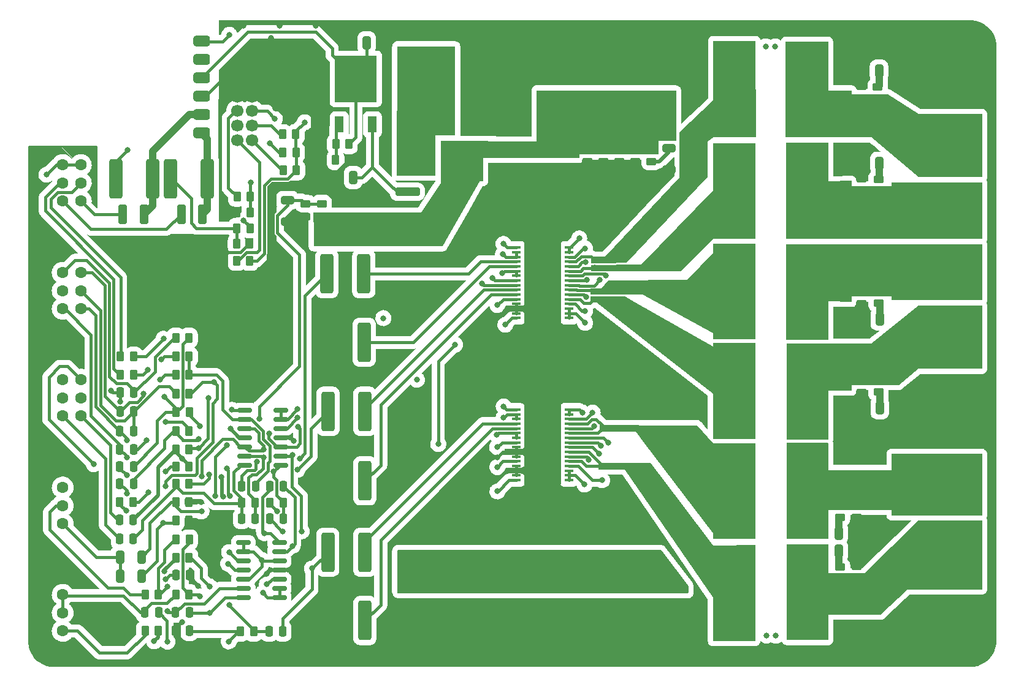
<source format=gtl>
G04 #@! TF.GenerationSoftware,KiCad,Pcbnew,(6.0.8)*
G04 #@! TF.CreationDate,2023-11-21T01:59:13+01:00*
G04 #@! TF.ProjectId,Modu_ wzmacniacza,4d6f6475-4220-4777-9a6d-61636e696163,rev?*
G04 #@! TF.SameCoordinates,Original*
G04 #@! TF.FileFunction,Copper,L1,Top*
G04 #@! TF.FilePolarity,Positive*
%FSLAX46Y46*%
G04 Gerber Fmt 4.6, Leading zero omitted, Abs format (unit mm)*
G04 Created by KiCad (PCBNEW (6.0.8)) date 2023-11-21 01:59:13*
%MOMM*%
%LPD*%
G01*
G04 APERTURE LIST*
G04 Aperture macros list*
%AMRoundRect*
0 Rectangle with rounded corners*
0 $1 Rounding radius*
0 $2 $3 $4 $5 $6 $7 $8 $9 X,Y pos of 4 corners*
0 Add a 4 corners polygon primitive as box body*
4,1,4,$2,$3,$4,$5,$6,$7,$8,$9,$2,$3,0*
0 Add four circle primitives for the rounded corners*
1,1,$1+$1,$2,$3*
1,1,$1+$1,$4,$5*
1,1,$1+$1,$6,$7*
1,1,$1+$1,$8,$9*
0 Add four rect primitives between the rounded corners*
20,1,$1+$1,$2,$3,$4,$5,0*
20,1,$1+$1,$4,$5,$6,$7,0*
20,1,$1+$1,$6,$7,$8,$9,0*
20,1,$1+$1,$8,$9,$2,$3,0*%
G04 Aperture macros list end*
G04 #@! TA.AperFunction,SMDPad,CuDef*
%ADD10R,1.200000X0.400000*%
G04 #@! TD*
G04 #@! TA.AperFunction,SMDPad,CuDef*
%ADD11R,5.200000X11.000000*%
G04 #@! TD*
G04 #@! TA.AperFunction,SMDPad,CuDef*
%ADD12RoundRect,0.250000X0.450000X-0.262500X0.450000X0.262500X-0.450000X0.262500X-0.450000X-0.262500X0*%
G04 #@! TD*
G04 #@! TA.AperFunction,SMDPad,CuDef*
%ADD13RoundRect,0.250000X-0.262500X-0.450000X0.262500X-0.450000X0.262500X0.450000X-0.262500X0.450000X0*%
G04 #@! TD*
G04 #@! TA.AperFunction,SMDPad,CuDef*
%ADD14RoundRect,0.350000X-1.400000X-1.950000X1.400000X-1.950000X1.400000X1.950000X-1.400000X1.950000X0*%
G04 #@! TD*
G04 #@! TA.AperFunction,SMDPad,CuDef*
%ADD15RoundRect,0.250000X0.262500X0.450000X-0.262500X0.450000X-0.262500X-0.450000X0.262500X-0.450000X0*%
G04 #@! TD*
G04 #@! TA.AperFunction,SMDPad,CuDef*
%ADD16RoundRect,0.250000X0.325000X0.650000X-0.325000X0.650000X-0.325000X-0.650000X0.325000X-0.650000X0*%
G04 #@! TD*
G04 #@! TA.AperFunction,SMDPad,CuDef*
%ADD17RoundRect,0.250000X-0.650000X0.325000X-0.650000X-0.325000X0.650000X-0.325000X0.650000X0.325000X0*%
G04 #@! TD*
G04 #@! TA.AperFunction,SMDPad,CuDef*
%ADD18RoundRect,0.250000X-0.475000X0.250000X-0.475000X-0.250000X0.475000X-0.250000X0.475000X0.250000X0*%
G04 #@! TD*
G04 #@! TA.AperFunction,SMDPad,CuDef*
%ADD19RoundRect,0.250000X-0.650000X-2.450000X0.650000X-2.450000X0.650000X2.450000X-0.650000X2.450000X0*%
G04 #@! TD*
G04 #@! TA.AperFunction,SMDPad,CuDef*
%ADD20RoundRect,0.250000X0.650000X-0.325000X0.650000X0.325000X-0.650000X0.325000X-0.650000X-0.325000X0*%
G04 #@! TD*
G04 #@! TA.AperFunction,SMDPad,CuDef*
%ADD21RoundRect,0.250000X-2.450000X0.650000X-2.450000X-0.650000X2.450000X-0.650000X2.450000X0.650000X0*%
G04 #@! TD*
G04 #@! TA.AperFunction,SMDPad,CuDef*
%ADD22RoundRect,0.250000X0.250000X0.475000X-0.250000X0.475000X-0.250000X-0.475000X0.250000X-0.475000X0*%
G04 #@! TD*
G04 #@! TA.AperFunction,SMDPad,CuDef*
%ADD23R,1.200000X2.200000*%
G04 #@! TD*
G04 #@! TA.AperFunction,SMDPad,CuDef*
%ADD24R,5.800000X6.400000*%
G04 #@! TD*
G04 #@! TA.AperFunction,SMDPad,CuDef*
%ADD25RoundRect,0.250000X-0.450000X0.262500X-0.450000X-0.262500X0.450000X-0.262500X0.450000X0.262500X0*%
G04 #@! TD*
G04 #@! TA.AperFunction,SMDPad,CuDef*
%ADD26RoundRect,0.250000X-0.250000X-0.475000X0.250000X-0.475000X0.250000X0.475000X-0.250000X0.475000X0*%
G04 #@! TD*
G04 #@! TA.AperFunction,ComponentPad*
%ADD27O,1.950000X2.400000*%
G04 #@! TD*
G04 #@! TA.AperFunction,SMDPad,CuDef*
%ADD28RoundRect,0.250000X0.325000X1.100000X-0.325000X1.100000X-0.325000X-1.100000X0.325000X-1.100000X0*%
G04 #@! TD*
G04 #@! TA.AperFunction,SMDPad,CuDef*
%ADD29RoundRect,0.250000X1.000000X-1.750000X1.000000X1.750000X-1.000000X1.750000X-1.000000X-1.750000X0*%
G04 #@! TD*
G04 #@! TA.AperFunction,ComponentPad*
%ADD30C,5.600000*%
G04 #@! TD*
G04 #@! TA.AperFunction,SMDPad,CuDef*
%ADD31RoundRect,0.250000X-1.450000X0.312500X-1.450000X-0.312500X1.450000X-0.312500X1.450000X0.312500X0*%
G04 #@! TD*
G04 #@! TA.AperFunction,SMDPad,CuDef*
%ADD32RoundRect,0.381000X0.762000X0.381000X-0.762000X0.381000X-0.762000X-0.381000X0.762000X-0.381000X0*%
G04 #@! TD*
G04 #@! TA.AperFunction,ComponentPad*
%ADD33C,1.700000*%
G04 #@! TD*
G04 #@! TA.AperFunction,ComponentPad*
%ADD34C,1.600000*%
G04 #@! TD*
G04 #@! TA.AperFunction,SMDPad,CuDef*
%ADD35RoundRect,0.417500X-1.832500X-1.670000X1.832500X-1.670000X1.832500X1.670000X-1.832500X1.670000X0*%
G04 #@! TD*
G04 #@! TA.AperFunction,SMDPad,CuDef*
%ADD36RoundRect,0.418750X-1.843750X-1.675000X1.843750X-1.675000X1.843750X1.675000X-1.843750X1.675000X0*%
G04 #@! TD*
G04 #@! TA.AperFunction,SMDPad,CuDef*
%ADD37RoundRect,0.150000X-0.825000X-0.150000X0.825000X-0.150000X0.825000X0.150000X-0.825000X0.150000X0*%
G04 #@! TD*
G04 #@! TA.AperFunction,SMDPad,CuDef*
%ADD38RoundRect,0.250000X-1.000000X1.750000X-1.000000X-1.750000X1.000000X-1.750000X1.000000X1.750000X0*%
G04 #@! TD*
G04 #@! TA.AperFunction,ComponentPad*
%ADD39O,2.400000X1.950000*%
G04 #@! TD*
G04 #@! TA.AperFunction,SMDPad,CuDef*
%ADD40RoundRect,0.250000X-0.325000X-0.650000X0.325000X-0.650000X0.325000X0.650000X-0.325000X0.650000X0*%
G04 #@! TD*
G04 #@! TA.AperFunction,SMDPad,CuDef*
%ADD41RoundRect,0.250000X0.475000X-0.250000X0.475000X0.250000X-0.475000X0.250000X-0.475000X-0.250000X0*%
G04 #@! TD*
G04 #@! TA.AperFunction,SMDPad,CuDef*
%ADD42RoundRect,0.250000X1.100000X-0.325000X1.100000X0.325000X-1.100000X0.325000X-1.100000X-0.325000X0*%
G04 #@! TD*
G04 #@! TA.AperFunction,ViaPad*
%ADD43C,0.800000*%
G04 #@! TD*
G04 #@! TA.AperFunction,Conductor*
%ADD44C,0.400000*%
G04 #@! TD*
G04 #@! TA.AperFunction,Conductor*
%ADD45C,1.000000*%
G04 #@! TD*
G04 #@! TA.AperFunction,Conductor*
%ADD46C,0.500000*%
G04 #@! TD*
G04 #@! TA.AperFunction,Conductor*
%ADD47C,0.250000*%
G04 #@! TD*
G04 APERTURE END LIST*
D10*
X127900000Y-76625000D03*
X127900000Y-77275000D03*
X127900000Y-77925000D03*
X127900000Y-78575000D03*
X127900000Y-79225000D03*
X127900000Y-79875000D03*
X127900000Y-80525000D03*
X127900000Y-81175000D03*
X127900000Y-81825000D03*
X127900000Y-82475000D03*
X127900000Y-83125000D03*
X127900000Y-83775000D03*
X127900000Y-84425000D03*
X127900000Y-85075000D03*
X127900000Y-85725000D03*
X127900000Y-86375000D03*
X135200000Y-86375000D03*
X135200000Y-85725000D03*
X135200000Y-85075000D03*
X135200000Y-84425000D03*
X135200000Y-83775000D03*
X135200000Y-83125000D03*
X135200000Y-82475000D03*
X135200000Y-81825000D03*
X135200000Y-81175000D03*
X135200000Y-80525000D03*
X135200000Y-79875000D03*
X135200000Y-79225000D03*
X135200000Y-78575000D03*
X135200000Y-77925000D03*
X135200000Y-77275000D03*
X135200000Y-76625000D03*
D11*
X131550000Y-81500000D03*
D10*
X127950000Y-54225000D03*
X127950000Y-54875000D03*
X127950000Y-55525000D03*
X127950000Y-56175000D03*
X127950000Y-56825000D03*
X127950000Y-57475000D03*
X127950000Y-58125000D03*
X127950000Y-58775000D03*
X127950000Y-59425000D03*
X127950000Y-60075000D03*
X127950000Y-60725000D03*
X127950000Y-61375000D03*
X127950000Y-62025000D03*
X127950000Y-62675000D03*
X127950000Y-63325000D03*
X127950000Y-63975000D03*
X135250000Y-63975000D03*
X135250000Y-63325000D03*
X135250000Y-62675000D03*
X135250000Y-62025000D03*
X135250000Y-61375000D03*
X135250000Y-60725000D03*
X135250000Y-60075000D03*
X135250000Y-59425000D03*
X135250000Y-58775000D03*
X135250000Y-58125000D03*
X135250000Y-57475000D03*
X135250000Y-56825000D03*
X135250000Y-56175000D03*
X135250000Y-55525000D03*
X135250000Y-54875000D03*
X135250000Y-54225000D03*
D11*
X131600000Y-59100000D03*
D12*
X177850000Y-33812500D03*
X177850000Y-31987500D03*
D13*
X80987500Y-77000000D03*
X82812500Y-77000000D03*
X80937500Y-84500000D03*
X82762500Y-84500000D03*
D14*
X157300000Y-60300000D03*
X168800000Y-60300000D03*
D15*
X82762500Y-69300000D03*
X80937500Y-69300000D03*
X82762500Y-89400000D03*
X80937500Y-89400000D03*
X97542500Y-41070000D03*
X95717500Y-41070000D03*
X95762500Y-89520000D03*
X93937500Y-89520000D03*
D12*
X172650000Y-100212500D03*
X172650000Y-98387500D03*
D16*
X107285000Y-25900000D03*
X104335000Y-25900000D03*
D17*
X135400000Y-40412500D03*
X135400000Y-43362500D03*
D15*
X91862500Y-89510000D03*
X90037500Y-89510000D03*
D18*
X140000000Y-40437500D03*
X140000000Y-42337500D03*
D19*
X101910000Y-96360000D03*
X107010000Y-96360000D03*
D17*
X127600000Y-40412500D03*
X127600000Y-43362500D03*
X130200000Y-40412500D03*
X130200000Y-43362500D03*
D15*
X82762500Y-82100000D03*
X80937500Y-82100000D03*
D20*
X109570000Y-50535000D03*
X109570000Y-47585000D03*
D21*
X174650000Y-102450000D03*
X174650000Y-107550000D03*
D22*
X75100000Y-86900000D03*
X73200000Y-86900000D03*
D16*
X76175000Y-97000000D03*
X73225000Y-97000000D03*
D17*
X149000000Y-40462500D03*
X149000000Y-43412500D03*
X96330000Y-47655000D03*
X96330000Y-50605000D03*
D23*
X103500000Y-37190000D03*
X108060000Y-37190000D03*
D24*
X105780000Y-30890000D03*
D13*
X89377500Y-47180000D03*
X91202500Y-47180000D03*
D22*
X75150000Y-74300000D03*
X73250000Y-74300000D03*
D18*
X175650000Y-60050000D03*
X175650000Y-61950000D03*
D22*
X82812500Y-99500000D03*
X80912500Y-99500000D03*
D25*
X177950000Y-72387500D03*
X177950000Y-74212500D03*
D26*
X93800000Y-107300000D03*
X95700000Y-107300000D03*
D15*
X91172500Y-51540000D03*
X89347500Y-51540000D03*
D17*
X132800000Y-40412500D03*
X132800000Y-43362500D03*
D27*
X186000000Y-41000000D03*
X186000000Y-49250000D03*
X186000000Y-65750000D03*
X186000000Y-57500000D03*
D13*
X80950000Y-94600000D03*
X82775000Y-94600000D03*
D16*
X178125000Y-76400000D03*
X175175000Y-76400000D03*
D20*
X172850000Y-63075000D03*
X172850000Y-60125000D03*
D14*
X157300000Y-46400000D03*
X168800000Y-46400000D03*
D28*
X84625000Y-49630000D03*
X81675000Y-49630000D03*
D29*
X136100000Y-36032500D03*
X136100000Y-28032500D03*
D30*
X188300000Y-106300000D03*
D31*
X112930000Y-46522500D03*
X112930000Y-50797500D03*
D32*
X84500000Y-38400000D03*
X84500000Y-35860000D03*
X84500000Y-33320000D03*
X84500000Y-30780000D03*
X84500000Y-28240000D03*
X84500000Y-25700000D03*
D15*
X97502500Y-38560000D03*
X95677500Y-38560000D03*
D33*
X91430000Y-39360000D03*
X89430000Y-39360000D03*
X91430000Y-37360000D03*
X89430000Y-37360000D03*
X91430000Y-35360000D03*
X89430000Y-35360000D03*
X91430000Y-33360000D03*
X89430000Y-33360000D03*
X91430000Y-31360000D03*
X89430000Y-31360000D03*
X91430000Y-29360000D03*
X89430000Y-29360000D03*
D22*
X91910000Y-91730000D03*
X90010000Y-91730000D03*
D18*
X137800000Y-40437500D03*
X137800000Y-42337500D03*
D34*
X65310000Y-87400000D03*
X65310000Y-89900000D03*
X65310000Y-92400000D03*
D22*
X75100000Y-84500000D03*
X73200000Y-84500000D03*
D19*
X101950000Y-105800000D03*
X107050000Y-105800000D03*
D20*
X103500000Y-50565000D03*
X103500000Y-47615000D03*
D15*
X91142500Y-53700000D03*
X89317500Y-53700000D03*
D13*
X80937500Y-71800000D03*
X82762500Y-71800000D03*
D26*
X80900000Y-104700000D03*
X82800000Y-104700000D03*
D12*
X101080000Y-49982500D03*
X101080000Y-48157500D03*
D22*
X95800000Y-87230000D03*
X93900000Y-87230000D03*
D25*
X172650000Y-89687500D03*
X172650000Y-91512500D03*
D19*
X85310000Y-44740000D03*
X80210000Y-44740000D03*
D15*
X75012500Y-89400000D03*
X73187500Y-89400000D03*
D26*
X80900000Y-107200000D03*
X82800000Y-107200000D03*
D16*
X105435000Y-44530000D03*
X102485000Y-44530000D03*
D14*
X157300000Y-87900000D03*
X168800000Y-87900000D03*
D19*
X72660000Y-44740000D03*
X77760000Y-44740000D03*
D13*
X76687500Y-107200000D03*
X78512500Y-107200000D03*
D25*
X98820000Y-48167500D03*
X98820000Y-49992500D03*
D15*
X82750000Y-66700000D03*
X80925000Y-66700000D03*
D16*
X178125000Y-64100000D03*
X175175000Y-64100000D03*
D35*
X113900000Y-42000000D03*
D36*
X120737500Y-41993750D03*
D16*
X76175000Y-99700000D03*
X73225000Y-99700000D03*
D37*
X90475000Y-76690000D03*
X90475000Y-77960000D03*
X90475000Y-79230000D03*
X90475000Y-80500000D03*
X90475000Y-81770000D03*
X90475000Y-83040000D03*
X90475000Y-84310000D03*
X95425000Y-84310000D03*
X95425000Y-83040000D03*
X95425000Y-81770000D03*
X95425000Y-80500000D03*
X95425000Y-79230000D03*
X95425000Y-77960000D03*
X95425000Y-76690000D03*
D13*
X73287500Y-69300000D03*
X75112500Y-69300000D03*
D34*
X65310000Y-102230000D03*
X65310000Y-104730000D03*
X65310000Y-107230000D03*
D26*
X73200000Y-82100000D03*
X75100000Y-82100000D03*
D13*
X76687500Y-102200000D03*
X78512500Y-102200000D03*
D15*
X104832500Y-39920000D03*
X103007500Y-39920000D03*
D26*
X73200000Y-79600000D03*
X75100000Y-79600000D03*
D19*
X101850000Y-67320000D03*
X106950000Y-67320000D03*
D21*
X174650000Y-82350000D03*
X174650000Y-87450000D03*
D15*
X91152500Y-56050000D03*
X89327500Y-56050000D03*
D25*
X177950000Y-60087500D03*
X177950000Y-61912500D03*
D18*
X144400000Y-40437500D03*
X144400000Y-42337500D03*
D17*
X125000000Y-40412500D03*
X125000000Y-43362500D03*
D13*
X80937500Y-74400000D03*
X82762500Y-74400000D03*
D38*
X131600000Y-98400000D03*
X131600000Y-106400000D03*
D15*
X82762500Y-92000000D03*
X80937500Y-92000000D03*
D13*
X73287500Y-71800000D03*
X75112500Y-71800000D03*
D34*
X67810000Y-47800000D03*
X67810000Y-45300000D03*
X67810000Y-42800000D03*
X65310000Y-47800000D03*
X65310000Y-45300000D03*
X65310000Y-42800000D03*
D26*
X73150000Y-94500000D03*
X75050000Y-94500000D03*
D34*
X65320000Y-72500000D03*
X65320000Y-75000000D03*
X65320000Y-77500000D03*
X67820000Y-72500000D03*
X67820000Y-75000000D03*
X67820000Y-77500000D03*
D17*
X172850000Y-72425000D03*
X172850000Y-75375000D03*
D20*
X172900000Y-46537500D03*
X172900000Y-43587500D03*
D16*
X178075000Y-42562500D03*
X175125000Y-42562500D03*
D14*
X157300000Y-74100000D03*
X168800000Y-74100000D03*
X157300000Y-32300000D03*
X168800000Y-32300000D03*
D22*
X91920000Y-87220000D03*
X90020000Y-87220000D03*
D13*
X89357500Y-49360000D03*
X91182500Y-49360000D03*
D30*
X71900000Y-106300000D03*
D38*
X116900000Y-98400000D03*
X116900000Y-106400000D03*
D15*
X91662500Y-107300000D03*
X89837500Y-107300000D03*
D13*
X102987500Y-42110000D03*
X104812500Y-42110000D03*
D30*
X98420000Y-28200000D03*
D39*
X116650000Y-32700000D03*
X124900000Y-32700000D03*
D25*
X146600000Y-40487500D03*
X146600000Y-42312500D03*
D40*
X172475000Y-93700000D03*
X175425000Y-93700000D03*
D30*
X189100000Y-27900000D03*
D28*
X76525000Y-49640000D03*
X73575000Y-49640000D03*
D29*
X148300000Y-36032500D03*
X148300000Y-28032500D03*
D37*
X90275000Y-94990000D03*
X90275000Y-96260000D03*
X90275000Y-97530000D03*
X90275000Y-98800000D03*
X90275000Y-100070000D03*
X90275000Y-101340000D03*
X90275000Y-102610000D03*
X95225000Y-102610000D03*
X95225000Y-101340000D03*
X95225000Y-100070000D03*
X95225000Y-98800000D03*
X95225000Y-97530000D03*
X95225000Y-96260000D03*
X95225000Y-94990000D03*
D15*
X82762500Y-86900000D03*
X80937500Y-86900000D03*
D30*
X131470000Y-70310000D03*
D15*
X97572500Y-43530000D03*
X95747500Y-43530000D03*
D18*
X142200000Y-40437500D03*
X142200000Y-42337500D03*
D14*
X157300000Y-102000000D03*
X168800000Y-102000000D03*
D19*
X101790000Y-57840000D03*
X106890000Y-57840000D03*
X101950000Y-86480000D03*
X107050000Y-86480000D03*
D41*
X175650000Y-46637500D03*
X175650000Y-44737500D03*
D16*
X178025000Y-29800000D03*
X175075000Y-29800000D03*
D13*
X80937500Y-97100000D03*
X82762500Y-97100000D03*
D38*
X146300000Y-98400000D03*
X146300000Y-106400000D03*
D41*
X174950000Y-100250000D03*
X174950000Y-98350000D03*
D42*
X106550000Y-50545000D03*
X106550000Y-47595000D03*
D34*
X65300000Y-57700000D03*
X65300000Y-60200000D03*
X65300000Y-62700000D03*
X67800000Y-57700000D03*
X67800000Y-60200000D03*
X67800000Y-62700000D03*
D26*
X93880000Y-91750000D03*
X95780000Y-91750000D03*
D19*
X101950000Y-76860000D03*
X107050000Y-76860000D03*
D40*
X172475000Y-96200000D03*
X175425000Y-96200000D03*
D15*
X82762500Y-102200000D03*
X80937500Y-102200000D03*
D26*
X73250000Y-76900000D03*
X75150000Y-76900000D03*
D13*
X80937500Y-79600000D03*
X82762500Y-79600000D03*
D12*
X177950000Y-46600000D03*
X177950000Y-44775000D03*
D41*
X175650000Y-33850000D03*
X175650000Y-31950000D03*
D26*
X73150000Y-91900000D03*
X75050000Y-91900000D03*
D27*
X186000000Y-87850000D03*
X186000000Y-96100000D03*
D17*
X172850000Y-30825000D03*
X172850000Y-33775000D03*
D18*
X174950000Y-89650000D03*
X174950000Y-91550000D03*
D26*
X76650000Y-104700000D03*
X78550000Y-104700000D03*
D18*
X175650000Y-72350000D03*
X175650000Y-74250000D03*
D43*
X151210000Y-73240000D03*
X145220000Y-74400000D03*
X143820000Y-75770000D03*
X142000000Y-75770000D03*
X140140000Y-75780000D03*
X120740000Y-66430000D03*
X121890000Y-65320000D03*
X123010000Y-64220000D03*
X124150000Y-63220000D03*
X149800000Y-71930000D03*
X147800000Y-71940000D03*
X145680000Y-71990000D03*
X143310000Y-71870000D03*
X141880000Y-70410000D03*
X140600000Y-69090000D03*
X139350000Y-67760000D03*
X138140000Y-66510000D03*
X150400000Y-103620000D03*
X148760000Y-103650000D03*
X143940000Y-103620000D03*
X142300000Y-103650000D03*
X135780000Y-103550000D03*
X134140000Y-103580000D03*
X129310000Y-103600000D03*
X127670000Y-103630000D03*
X121070000Y-103590000D03*
X119430000Y-103620000D03*
X114390000Y-103510000D03*
X112750000Y-103540000D03*
X152550000Y-31040000D03*
X150910000Y-31070000D03*
X145920000Y-30930000D03*
X144280000Y-30960000D03*
X140020000Y-30950000D03*
X138380000Y-30980000D03*
X133600000Y-30900000D03*
X131960000Y-30930000D03*
X147890000Y-45460000D03*
X146620000Y-46720000D03*
X145380000Y-47960000D03*
X144050000Y-49250000D03*
X123680000Y-46210000D03*
X122880000Y-47740000D03*
X122060000Y-49290000D03*
X121280000Y-50780000D03*
X120500000Y-52330000D03*
X121470000Y-46200000D03*
X120530000Y-47740000D03*
X119690000Y-49250000D03*
X118780000Y-50710000D03*
X117850000Y-52200000D03*
X118030000Y-45450000D03*
X117140000Y-46940000D03*
X116210000Y-48370000D03*
X129520000Y-76480000D03*
X133640000Y-76490000D03*
X132610000Y-76490000D03*
X131600000Y-76480000D03*
X130580000Y-76490000D03*
X132580000Y-81700000D03*
X132590000Y-82880000D03*
X133630000Y-79430000D03*
X132580000Y-79430000D03*
X132570000Y-78400000D03*
X133630000Y-81700000D03*
X133620000Y-78400000D03*
X133640000Y-82880000D03*
X133640000Y-84090000D03*
X132590000Y-84090000D03*
X133640000Y-77400000D03*
X132590000Y-77400000D03*
X133650000Y-86490000D03*
X132600000Y-86490000D03*
X133640000Y-85280000D03*
X132590000Y-85280000D03*
X132570000Y-80480000D03*
X133620000Y-80480000D03*
X130550000Y-78380000D03*
X129500000Y-78380000D03*
X131580000Y-78390000D03*
X130570000Y-82860000D03*
X131600000Y-82870000D03*
X129520000Y-82860000D03*
X129510000Y-81680000D03*
X131590000Y-81690000D03*
X130560000Y-81680000D03*
X131590000Y-79420000D03*
X129510000Y-79410000D03*
X130560000Y-79410000D03*
X130580000Y-86470000D03*
X131610000Y-86480000D03*
X129530000Y-86470000D03*
X130570000Y-85260000D03*
X131600000Y-85270000D03*
X129520000Y-85260000D03*
X131580000Y-80470000D03*
X129500000Y-80460000D03*
X130550000Y-80460000D03*
X130570000Y-84070000D03*
X131600000Y-84080000D03*
X129520000Y-84070000D03*
X131600000Y-77390000D03*
X130570000Y-77380000D03*
X129520000Y-77380000D03*
X133640000Y-64100000D03*
X129500000Y-64110000D03*
X131610000Y-64120000D03*
X132640000Y-64130000D03*
X130560000Y-64120000D03*
X133630000Y-62890000D03*
X129490000Y-62900000D03*
X131600000Y-62910000D03*
X132630000Y-62920000D03*
X130550000Y-62910000D03*
X133630000Y-61700000D03*
X129490000Y-61710000D03*
X131600000Y-61720000D03*
X132630000Y-61730000D03*
X130550000Y-61720000D03*
X133630000Y-60490000D03*
X129490000Y-60500000D03*
X131600000Y-60510000D03*
X132630000Y-60520000D03*
X130550000Y-60510000D03*
X133620000Y-59310000D03*
X129480000Y-59320000D03*
X131590000Y-59330000D03*
X132620000Y-59340000D03*
X130540000Y-59330000D03*
X133610000Y-58090000D03*
X129470000Y-58100000D03*
X131580000Y-58110000D03*
X132610000Y-58120000D03*
X130530000Y-58110000D03*
X133620000Y-57040000D03*
X129480000Y-57050000D03*
X131590000Y-57060000D03*
X132620000Y-57070000D03*
X130540000Y-57060000D03*
X133610000Y-56010000D03*
X129470000Y-56020000D03*
X131580000Y-56030000D03*
X132610000Y-56040000D03*
X130530000Y-56030000D03*
X133630000Y-55010000D03*
X129490000Y-55020000D03*
X131600000Y-55030000D03*
X132630000Y-55040000D03*
X130550000Y-55030000D03*
X131630000Y-54090000D03*
X130580000Y-54090000D03*
X132660000Y-54100000D03*
X133660000Y-54070000D03*
X129520000Y-54080000D03*
X143510000Y-88270000D03*
X144870000Y-90360000D03*
X146300000Y-92350000D03*
X147660000Y-94370000D03*
X119060000Y-87180000D03*
X117250000Y-89030000D03*
X115430000Y-90820000D03*
X113660000Y-92570000D03*
X84250000Y-78950000D03*
X125340000Y-87940000D03*
X94700000Y-34970000D03*
X94620000Y-36450000D03*
X90280000Y-50450000D03*
X109600000Y-63980000D03*
X103610000Y-104360000D03*
X103620000Y-105800000D03*
X103610000Y-107290000D03*
X103620000Y-85050000D03*
X103630000Y-86490000D03*
X103620000Y-87980000D03*
X103550000Y-65920000D03*
X103560000Y-67360000D03*
X103550000Y-68850000D03*
X163700000Y-26400000D03*
X162480000Y-107880000D03*
X163790000Y-107890000D03*
X162390000Y-26390000D03*
X100210000Y-34670000D03*
X193800000Y-87350000D03*
X175410000Y-109390000D03*
X124630000Y-94390000D03*
X69920000Y-53020000D03*
X130200000Y-44800000D03*
X193790000Y-102430000D03*
X138660000Y-78910000D03*
X97340000Y-52210000D03*
X61390000Y-63620000D03*
X129830000Y-94390000D03*
X61410000Y-49750000D03*
X193790000Y-107430000D03*
X87880000Y-48350000D03*
X61390000Y-93620000D03*
X137800000Y-43980000D03*
X170110000Y-23560000D03*
X100200000Y-42460000D03*
X139970000Y-44000000D03*
X165110000Y-23560000D03*
X71510000Y-53020000D03*
X190110000Y-23560000D03*
X111780000Y-94410000D03*
X127230000Y-94390000D03*
X155110000Y-23560000D03*
X125000000Y-44800000D03*
X158950000Y-111550000D03*
X168950000Y-111550000D03*
X116980000Y-94410000D03*
X193800000Y-27400000D03*
X174120000Y-109390000D03*
X175110000Y-23560000D03*
X82620000Y-53020000D03*
X84480000Y-92560000D03*
X146590000Y-44010000D03*
X142170000Y-44010000D03*
X122180000Y-94410000D03*
X137920000Y-83620000D03*
X142540000Y-94370000D03*
X174980000Y-27980000D03*
X135110000Y-23560000D03*
X180110000Y-23560000D03*
X176450000Y-65960000D03*
X87820000Y-58530000D03*
X193800000Y-62400000D03*
X137680000Y-58700000D03*
X163950000Y-111550000D03*
X98630000Y-32500000D03*
X120110000Y-23560000D03*
X132430000Y-94390000D03*
X175160000Y-65950000D03*
X92560000Y-58530000D03*
X150110000Y-23560000D03*
X74660000Y-53020000D03*
X139620000Y-81620000D03*
X193800000Y-57400000D03*
X132800000Y-44800000D03*
X109950000Y-111530000D03*
X84950000Y-111530000D03*
X94140000Y-57730000D03*
X135030000Y-94390000D03*
X145140000Y-94370000D03*
X139940000Y-94370000D03*
X153950000Y-111550000D03*
X135400000Y-44800000D03*
X94090000Y-25260000D03*
X86890000Y-57160000D03*
X100200000Y-40860000D03*
X69520000Y-40820000D03*
X64950000Y-111530000D03*
X127600000Y-44800000D03*
X94090000Y-51740000D03*
X114320000Y-82750000D03*
X137470000Y-56270000D03*
X193800000Y-92400000D03*
X143950000Y-111550000D03*
X193800000Y-97400000D03*
X100280000Y-23550000D03*
X160110000Y-23560000D03*
X69950000Y-111530000D03*
X94140000Y-54630000D03*
X193800000Y-37400000D03*
X89950000Y-111530000D03*
X175210000Y-78290000D03*
X100210000Y-36170000D03*
X77920000Y-53030000D03*
X137590000Y-61060000D03*
X84210000Y-53020000D03*
X85770000Y-53020000D03*
X61480000Y-44410000D03*
X178950000Y-111550000D03*
X176700000Y-109400000D03*
X193800000Y-82400000D03*
X94150000Y-53250000D03*
X177370000Y-94740000D03*
X173870000Y-65950000D03*
X177410000Y-91640000D03*
X61390000Y-108620000D03*
X94090000Y-29710000D03*
X95410000Y-32520000D03*
X96440000Y-45560000D03*
X130110000Y-23560000D03*
X148950000Y-111550000D03*
X94090000Y-26710000D03*
X61390000Y-98620000D03*
X100200000Y-39320000D03*
X113880000Y-77730000D03*
X177360000Y-96390000D03*
X125310000Y-83260000D03*
X193800000Y-77400000D03*
X89410000Y-58530000D03*
X105280000Y-23550000D03*
X188950000Y-111550000D03*
X100230000Y-37710000D03*
X125110000Y-23560000D03*
X94090000Y-50240000D03*
X95280000Y-23550000D03*
X76330000Y-53030000D03*
X86900000Y-55670000D03*
X193800000Y-47400000D03*
X61390000Y-88620000D03*
X104950000Y-111530000D03*
X119580000Y-94410000D03*
X133950000Y-111550000D03*
X113330000Y-64450000D03*
X185110000Y-23560000D03*
X193800000Y-42400000D03*
X173920000Y-78290000D03*
X84400000Y-89400000D03*
X100210000Y-33170000D03*
X99530000Y-45560000D03*
X94090000Y-48740000D03*
X97200000Y-80960000D03*
X94140000Y-56140000D03*
X100200000Y-44000000D03*
X176460000Y-40910000D03*
X118950000Y-111550000D03*
X87960000Y-30350000D03*
X145110000Y-23560000D03*
X173690000Y-27980000D03*
X176500000Y-78300000D03*
X144400000Y-44020000D03*
X61410000Y-54750000D03*
X110280000Y-23550000D03*
X61370000Y-59340000D03*
X193800000Y-72400000D03*
X125310000Y-86170000D03*
X114380000Y-94410000D03*
X90280000Y-23550000D03*
X96980000Y-32550000D03*
X93500000Y-99300000D03*
X94900000Y-45600000D03*
X172530000Y-65950000D03*
X61390000Y-78620000D03*
X128950000Y-111550000D03*
X61390000Y-68620000D03*
X172780000Y-109390000D03*
X172540000Y-40900000D03*
X172580000Y-78290000D03*
X73070000Y-53020000D03*
X81800000Y-106000000D03*
X86890000Y-54230000D03*
X81070000Y-53030000D03*
X94950000Y-111530000D03*
X61390000Y-73620000D03*
X173950000Y-111550000D03*
X79950000Y-111530000D03*
X98030000Y-45560000D03*
X177410000Y-93140000D03*
X173880000Y-40900000D03*
X175170000Y-40900000D03*
X84000000Y-101000000D03*
X193800000Y-52400000D03*
X183950000Y-111550000D03*
X140110000Y-23560000D03*
X94090000Y-28210000D03*
X176270000Y-27990000D03*
X123950000Y-111550000D03*
X126430000Y-63110000D03*
X193800000Y-32400000D03*
X138950000Y-111550000D03*
X137340000Y-94370000D03*
X114950000Y-111530000D03*
X99950000Y-111530000D03*
X94150000Y-47230000D03*
X112930000Y-48250000D03*
X115280000Y-23550000D03*
X90970000Y-58530000D03*
X79480000Y-53030000D03*
X94090000Y-31210000D03*
X61390000Y-83620000D03*
X61390000Y-103620000D03*
X193800000Y-67400000D03*
X172350000Y-27980000D03*
X63640000Y-40840000D03*
X74950000Y-111530000D03*
X74230000Y-40740000D03*
X91240000Y-45260000D03*
X74200000Y-80850000D03*
X85560000Y-85630000D03*
X93090000Y-83210000D03*
X77060000Y-71100000D03*
X94430000Y-85200000D03*
X84120000Y-80720000D03*
X79520000Y-78330000D03*
X76460000Y-74410000D03*
X85580000Y-104730000D03*
X84290000Y-102440000D03*
X81840000Y-83370000D03*
X93160000Y-93720000D03*
X87220000Y-85990000D03*
X87430000Y-88630000D03*
X79240000Y-66840000D03*
X87980000Y-84800000D03*
X88440000Y-88570000D03*
X85400000Y-75030000D03*
X97050000Y-95480000D03*
X84060000Y-81930000D03*
X125230000Y-80110000D03*
X125300000Y-81830000D03*
X79740000Y-101140000D03*
X79760000Y-104510000D03*
X126440000Y-64890000D03*
X126200000Y-76200000D03*
X126170000Y-53720000D03*
X126110000Y-55110000D03*
X124640000Y-58460000D03*
X123190000Y-59200000D03*
X126000000Y-57780000D03*
X111010000Y-53190000D03*
X148480000Y-97670000D03*
X105910000Y-53140000D03*
X137070000Y-77060000D03*
X124250000Y-98400000D03*
X136630000Y-52950000D03*
X142200000Y-35050000D03*
X149340000Y-98930000D03*
X142200000Y-38900000D03*
X112450000Y-96950000D03*
X131600000Y-35200000D03*
X107640000Y-53190000D03*
X142200000Y-33300000D03*
X104180000Y-53140000D03*
X124250000Y-101200000D03*
X131650000Y-37000000D03*
X139050000Y-98350000D03*
X100830000Y-53140000D03*
X142200000Y-37000000D03*
X88160000Y-97940000D03*
X139050000Y-101300000D03*
X102560000Y-53140000D03*
X112450000Y-99750000D03*
X114220000Y-72500000D03*
X139050000Y-99900000D03*
X131600000Y-33250000D03*
X124250000Y-96950000D03*
X131650000Y-38800000D03*
X109370000Y-53190000D03*
X139050000Y-96800000D03*
X88460000Y-79280000D03*
X112450000Y-101150000D03*
X151180000Y-101500000D03*
X124250000Y-99700000D03*
X112450000Y-98400000D03*
X137380000Y-87000000D03*
X150300000Y-100230000D03*
X137450000Y-64630000D03*
X126180000Y-77760000D03*
X117170000Y-81400000D03*
X125310000Y-84580000D03*
X119490000Y-67650000D03*
X125330000Y-62170000D03*
X97740000Y-84920000D03*
X79150000Y-92300000D03*
X84480000Y-90700000D03*
X94910000Y-90690000D03*
X98040000Y-83370000D03*
X85610000Y-101100000D03*
X88290000Y-103640000D03*
X88220000Y-108690000D03*
X97740000Y-77770000D03*
X79340000Y-74830000D03*
X88660000Y-76650000D03*
X92120000Y-83850000D03*
X88280000Y-96330000D03*
X92450000Y-77870000D03*
X88010000Y-81540000D03*
X86380000Y-88570000D03*
X92950000Y-101960000D03*
X79370000Y-99000000D03*
X79760000Y-108710000D03*
X98300000Y-93460000D03*
X86180000Y-72790000D03*
X97000000Y-82940000D03*
X95690000Y-93460000D03*
X79530000Y-87180000D03*
X77100000Y-88100000D03*
X74100000Y-90640000D03*
X78930000Y-69720000D03*
X71990000Y-74050000D03*
X76860000Y-80830000D03*
X73210000Y-75550000D03*
X78740000Y-72460000D03*
X93500000Y-100800000D03*
X77940000Y-108680000D03*
X79490000Y-100100000D03*
X74150000Y-83270000D03*
X79530000Y-85190000D03*
X97825000Y-79025000D03*
X63070000Y-44150000D03*
X93070000Y-82120000D03*
X92830000Y-97430000D03*
X93790000Y-79920000D03*
X84510000Y-85900000D03*
X97730000Y-76550000D03*
X99730000Y-98600000D03*
X137460000Y-62970000D03*
X138600000Y-61410000D03*
X138620000Y-60310000D03*
X139490000Y-58670000D03*
X140300000Y-58080000D03*
X138810000Y-57030000D03*
X138740000Y-55940000D03*
X137430000Y-54350000D03*
X139780000Y-86400000D03*
X139720000Y-84450000D03*
X139390000Y-82770000D03*
X140660000Y-81180000D03*
X139860000Y-79240000D03*
X138480000Y-77020000D03*
X93930000Y-39810000D03*
X74150000Y-88200000D03*
X98720000Y-36900000D03*
X88320000Y-24820000D03*
X69590000Y-84190000D03*
X74160000Y-85710000D03*
D44*
X94100000Y-37360000D02*
X91430000Y-37360000D01*
X95300000Y-38560000D02*
X94100000Y-37360000D01*
X95677500Y-38560000D02*
X95300000Y-38560000D01*
X110235000Y-48250000D02*
X109570000Y-47585000D01*
X112930000Y-48250000D02*
X110235000Y-48250000D01*
X137010000Y-62970000D02*
X137460000Y-62970000D01*
X136065000Y-62025000D02*
X137010000Y-62970000D01*
X135250000Y-62025000D02*
X136065000Y-62025000D01*
X136705000Y-61375000D02*
X137220000Y-61890000D01*
X138120000Y-61890000D02*
X138600000Y-61410000D01*
X135250000Y-61375000D02*
X136705000Y-61375000D01*
X137220000Y-61890000D02*
X138120000Y-61890000D01*
X137290000Y-60760000D02*
X137590000Y-61060000D01*
X136140000Y-60760000D02*
X137290000Y-60760000D01*
X135250000Y-60725000D02*
X136105000Y-60725000D01*
X136105000Y-60725000D02*
X136140000Y-60760000D01*
X138470000Y-60160000D02*
X138620000Y-60310000D01*
X136350000Y-60160000D02*
X138470000Y-60160000D01*
X136265000Y-60075000D02*
X136350000Y-60160000D01*
X135250000Y-60075000D02*
X136265000Y-60075000D01*
X136660000Y-59500000D02*
X136585000Y-59425000D01*
X138660000Y-59500000D02*
X136660000Y-59500000D01*
X136585000Y-59425000D02*
X135250000Y-59425000D01*
X139490000Y-58670000D02*
X138660000Y-59500000D01*
X72660000Y-42310000D02*
X72660000Y-44740000D01*
X74230000Y-40740000D02*
X72660000Y-42310000D01*
D45*
X85310000Y-48945000D02*
X84625000Y-49630000D01*
X85310000Y-44740000D02*
X85310000Y-48945000D01*
X77760000Y-48405000D02*
X76525000Y-49640000D01*
X77760000Y-44740000D02*
X77760000Y-48405000D01*
X82840000Y-35860000D02*
X84500000Y-35860000D01*
X77760000Y-40940000D02*
X82840000Y-35860000D01*
X77760000Y-44740000D02*
X77760000Y-40940000D01*
X85310000Y-39210000D02*
X84500000Y-38400000D01*
X85310000Y-44740000D02*
X85310000Y-39210000D01*
D44*
X80390000Y-44740000D02*
X80210000Y-44740000D01*
X83060000Y-47410000D02*
X80390000Y-44740000D01*
X73555000Y-49660000D02*
X73575000Y-49640000D01*
X69670000Y-49660000D02*
X73555000Y-49660000D01*
X88720000Y-77960000D02*
X90475000Y-77960000D01*
X87380000Y-76620000D02*
X88720000Y-77960000D01*
X86520000Y-71800000D02*
X87380000Y-72660000D01*
X82762500Y-71800000D02*
X86520000Y-71800000D01*
X87380000Y-72660000D02*
X87380000Y-76620000D01*
X92920000Y-83040000D02*
X93090000Y-83210000D01*
X90475000Y-83040000D02*
X92920000Y-83040000D01*
X92830000Y-98270000D02*
X92830000Y-97430000D01*
X90890000Y-24390000D02*
X84500000Y-30780000D01*
X102510000Y-26660000D02*
X100240000Y-24390000D01*
X100240000Y-24390000D02*
X90890000Y-24390000D01*
X102510000Y-27620000D02*
X102510000Y-26660000D01*
X105780000Y-30890000D02*
X102510000Y-27620000D01*
X93090000Y-33360000D02*
X91430000Y-33360000D01*
X94700000Y-34970000D02*
X93090000Y-33360000D01*
X89430000Y-33360000D02*
X91430000Y-33360000D01*
X93530000Y-35360000D02*
X91430000Y-35360000D01*
X94620000Y-36450000D02*
X93530000Y-35360000D01*
X107010000Y-94880000D02*
X107010000Y-96360000D01*
X123315000Y-78575000D02*
X107010000Y-94880000D01*
X127900000Y-78575000D02*
X123315000Y-78575000D01*
X109230000Y-103620000D02*
X107050000Y-105800000D01*
X109230000Y-94650000D02*
X109230000Y-103620000D01*
X124655000Y-79225000D02*
X109230000Y-94650000D01*
X127900000Y-79225000D02*
X124655000Y-79225000D01*
X91182500Y-47200000D02*
X91202500Y-47180000D01*
X91182500Y-49360000D02*
X91182500Y-47200000D01*
X90280000Y-50450000D02*
X91172500Y-51342500D01*
X91172500Y-51342500D02*
X91172500Y-51540000D01*
X92090000Y-56050000D02*
X91152500Y-56050000D01*
X93130000Y-55010000D02*
X92090000Y-56050000D01*
X94070000Y-44710000D02*
X93130000Y-45650000D01*
X96392500Y-44710000D02*
X94070000Y-44710000D01*
X93130000Y-45650000D02*
X93130000Y-55010000D01*
X97572500Y-43530000D02*
X96392500Y-44710000D01*
X90680000Y-54860000D02*
X89490000Y-56050000D01*
X89490000Y-56050000D02*
X89327500Y-56050000D01*
X92140000Y-54860000D02*
X90680000Y-54860000D01*
X92500000Y-42430000D02*
X92500000Y-54500000D01*
X89430000Y-39360000D02*
X92500000Y-42430000D01*
X92500000Y-54500000D02*
X92140000Y-54860000D01*
X96330000Y-51200000D02*
X96330000Y-50605000D01*
X97340000Y-52210000D02*
X96330000Y-51200000D01*
X106910000Y-57860000D02*
X106890000Y-57840000D01*
X121360000Y-57860000D02*
X106910000Y-57860000D01*
X123045000Y-56175000D02*
X121360000Y-57860000D01*
X127950000Y-56175000D02*
X123045000Y-56175000D01*
X123455000Y-60075000D02*
X127950000Y-60075000D01*
X107050000Y-76480000D02*
X123455000Y-60075000D01*
X107050000Y-76860000D02*
X107050000Y-76480000D01*
X106980000Y-67350000D02*
X106950000Y-67320000D01*
X124225000Y-56825000D02*
X113700000Y-67350000D01*
X113700000Y-67350000D02*
X106980000Y-67350000D01*
X127950000Y-56825000D02*
X124225000Y-56825000D01*
X91030000Y-100070000D02*
X90275000Y-100070000D01*
X92830000Y-98270000D02*
X91030000Y-100070000D01*
X92930000Y-97530000D02*
X95225000Y-97530000D01*
X91660000Y-96260000D02*
X90275000Y-96260000D01*
X92830000Y-97430000D02*
X91660000Y-96260000D01*
X92830000Y-97430000D02*
X92930000Y-97530000D01*
X89060000Y-98800000D02*
X90275000Y-98800000D01*
X88160000Y-97940000D02*
X88200000Y-97940000D01*
X88200000Y-97940000D02*
X89060000Y-98800000D01*
X92390000Y-79860000D02*
X91760000Y-79230000D01*
X92390000Y-80980000D02*
X92390000Y-79860000D01*
X93070000Y-81660000D02*
X92390000Y-80980000D01*
X91760000Y-79230000D02*
X90475000Y-79230000D01*
X93070000Y-82120000D02*
X93070000Y-81660000D01*
X91920000Y-86800000D02*
X91920000Y-87220000D01*
X93610000Y-85110000D02*
X91920000Y-86800000D01*
X93890000Y-83720000D02*
X93610000Y-84000000D01*
X93890000Y-81630000D02*
X93890000Y-83720000D01*
X92990000Y-80730000D02*
X93890000Y-81630000D01*
X92990000Y-79610000D02*
X92990000Y-80730000D01*
X93610000Y-84000000D02*
X93610000Y-85110000D01*
X91340000Y-77960000D02*
X92990000Y-79610000D01*
X90475000Y-77960000D02*
X91340000Y-77960000D01*
X93740000Y-80620000D02*
X94890000Y-81770000D01*
X94890000Y-81770000D02*
X95425000Y-81770000D01*
X93740000Y-79970000D02*
X93740000Y-80620000D01*
X93790000Y-79920000D02*
X93740000Y-79970000D01*
X91045000Y-82340000D02*
X90475000Y-81770000D01*
X93070000Y-82120000D02*
X92850000Y-82340000D01*
X92850000Y-82340000D02*
X91045000Y-82340000D01*
X87530000Y-54870000D02*
X86890000Y-54230000D01*
X89820000Y-54870000D02*
X87530000Y-54870000D01*
X91142500Y-53700000D02*
X90990000Y-53700000D01*
X90990000Y-53700000D02*
X89820000Y-54870000D01*
X126480000Y-85075000D02*
X127900000Y-85075000D01*
X125385000Y-86170000D02*
X126480000Y-85075000D01*
X125310000Y-86170000D02*
X125385000Y-86170000D01*
X84990000Y-33320000D02*
X84500000Y-33320000D01*
X87960000Y-30350000D02*
X84990000Y-33320000D01*
X84530000Y-25730000D02*
X84500000Y-25700000D01*
X87410000Y-25730000D02*
X84530000Y-25730000D01*
X88320000Y-24820000D02*
X87410000Y-25730000D01*
X127900000Y-84425000D02*
X127900000Y-85075000D01*
X137685000Y-83125000D02*
X135200000Y-83125000D01*
X88890000Y-49360000D02*
X87880000Y-48350000D01*
X136100000Y-28032500D02*
X136267500Y-28032500D01*
X127950000Y-63325000D02*
X127950000Y-62675000D01*
X95225000Y-98800000D02*
X94000000Y-98800000D01*
D46*
X80900000Y-106900000D02*
X80900000Y-107200000D01*
D44*
X127900000Y-83125000D02*
X127900000Y-82475000D01*
X127900000Y-85725000D02*
X127900000Y-85075000D01*
X102485000Y-44530000D02*
X102485000Y-46600000D01*
X138660000Y-78910000D02*
X138345000Y-79225000D01*
X126865000Y-62675000D02*
X127950000Y-62675000D01*
X135250000Y-58775000D02*
X137605000Y-58775000D01*
X101960000Y-86490000D02*
X101950000Y-86480000D01*
X148300000Y-28032500D02*
X148467500Y-28032500D01*
X127950000Y-62675000D02*
X127950000Y-62025000D01*
X137920000Y-83360000D02*
X137685000Y-83125000D01*
X137040000Y-56270000D02*
X137470000Y-56270000D01*
X126095000Y-82475000D02*
X127900000Y-82475000D01*
X83920000Y-92000000D02*
X84480000Y-92560000D01*
X89357500Y-49360000D02*
X88890000Y-49360000D01*
X102485000Y-46600000D02*
X103500000Y-47615000D01*
X96330000Y-50605000D02*
X98207500Y-50605000D01*
X101880000Y-67350000D02*
X101850000Y-67320000D01*
X138345000Y-79225000D02*
X135200000Y-79225000D01*
X125310000Y-83260000D02*
X126095000Y-82475000D01*
X136485000Y-56825000D02*
X137040000Y-56270000D01*
X102485000Y-44530000D02*
X102485000Y-44437500D01*
D46*
X84400000Y-89400000D02*
X82762500Y-89400000D01*
D44*
X104335000Y-24495000D02*
X104335000Y-25900000D01*
X139175000Y-81175000D02*
X135200000Y-81175000D01*
X137605000Y-58775000D02*
X137680000Y-58700000D01*
X105280000Y-23550000D02*
X104335000Y-24495000D01*
X106560000Y-47585000D02*
X106550000Y-47595000D01*
X126430000Y-63110000D02*
X126865000Y-62675000D01*
X102485000Y-44437500D02*
X104812500Y-42110000D01*
X94000000Y-98800000D02*
X93500000Y-99300000D01*
X98207500Y-50605000D02*
X98820000Y-49992500D01*
D46*
X82812500Y-99812500D02*
X84000000Y-101000000D01*
D44*
X96740000Y-80500000D02*
X95425000Y-80500000D01*
X97200000Y-80960000D02*
X96740000Y-80500000D01*
X135250000Y-56825000D02*
X136485000Y-56825000D01*
X127900000Y-81825000D02*
X127900000Y-82475000D01*
X82762500Y-92000000D02*
X83920000Y-92000000D01*
D46*
X81800000Y-106000000D02*
X80900000Y-106900000D01*
D44*
X109570000Y-47585000D02*
X106560000Y-47585000D01*
X137920000Y-83620000D02*
X137920000Y-83360000D01*
X106530000Y-47615000D02*
X106550000Y-47595000D01*
X139620000Y-81620000D02*
X139175000Y-81175000D01*
X103500000Y-47615000D02*
X106530000Y-47615000D01*
X149000000Y-43412500D02*
X148812500Y-43600000D01*
X89357500Y-49360000D02*
X89357500Y-49507500D01*
D46*
X82812500Y-99500000D02*
X82812500Y-99812500D01*
D44*
X91202500Y-45297500D02*
X91202500Y-47180000D01*
X91240000Y-45260000D02*
X91202500Y-45297500D01*
X84790000Y-86900000D02*
X82762500Y-86900000D01*
X74200000Y-80850000D02*
X74200000Y-80600000D01*
X74200000Y-80600000D02*
X73200000Y-79600000D01*
X73200000Y-79600000D02*
X69820000Y-76220000D01*
X85560000Y-85630000D02*
X85560000Y-86130000D01*
X69820000Y-76220000D02*
X69820000Y-63610000D01*
X68910000Y-62700000D02*
X67800000Y-62700000D01*
X69820000Y-63610000D02*
X68910000Y-62700000D01*
X85560000Y-86130000D02*
X84790000Y-86900000D01*
X92950000Y-83350000D02*
X92950000Y-84730000D01*
X91420000Y-85620000D02*
X90970000Y-86070000D01*
X92060000Y-85620000D02*
X91420000Y-85620000D01*
X93090000Y-83210000D02*
X92950000Y-83350000D01*
X77060000Y-71100000D02*
X76360000Y-71800000D01*
X91862500Y-89510000D02*
X91862500Y-91682500D01*
X90970000Y-88250000D02*
X91862500Y-89142500D01*
X76360000Y-71800000D02*
X75112500Y-71800000D01*
X90970000Y-86070000D02*
X90970000Y-88250000D01*
X91862500Y-89142500D02*
X91862500Y-89510000D01*
X91862500Y-91682500D02*
X91910000Y-91730000D01*
X92950000Y-84730000D02*
X92060000Y-85620000D01*
X73300000Y-58380000D02*
X73300000Y-69287500D01*
X66560000Y-46550000D02*
X64650000Y-46550000D01*
X64650000Y-46550000D02*
X63650000Y-47550000D01*
X73300000Y-69287500D02*
X73287500Y-69300000D01*
X63650000Y-48730000D02*
X73300000Y-58380000D01*
X67810000Y-45300000D02*
X66560000Y-46550000D01*
X63650000Y-47550000D02*
X63650000Y-48730000D01*
X76320000Y-91920000D02*
X80937500Y-87302500D01*
X80937500Y-87302500D02*
X80937500Y-86900000D01*
X90037500Y-89510000D02*
X90037500Y-88887500D01*
X76320000Y-93230000D02*
X76320000Y-91920000D01*
X80937500Y-87187500D02*
X81890000Y-88140000D01*
X81890000Y-88140000D02*
X84720000Y-88140000D01*
D46*
X80937500Y-87137500D02*
X80937500Y-86900000D01*
D44*
X90037500Y-88887500D02*
X88930000Y-87780000D01*
X88930000Y-85290000D02*
X89910000Y-84310000D01*
X86180000Y-89600000D02*
X90037500Y-89600000D01*
X84720000Y-88140000D02*
X86180000Y-89600000D01*
X88930000Y-87780000D02*
X88930000Y-85290000D01*
X89910000Y-84310000D02*
X90475000Y-84310000D01*
X90037500Y-91702500D02*
X90010000Y-91730000D01*
X80937500Y-86900000D02*
X80937500Y-87187500D01*
X90037500Y-89510000D02*
X90037500Y-91702500D01*
X75050000Y-94500000D02*
X76320000Y-93230000D01*
X89317500Y-53700000D02*
X89317500Y-51570000D01*
X83060000Y-50850000D02*
X83750000Y-51540000D01*
X83750000Y-51540000D02*
X89347500Y-51540000D01*
X89317500Y-51570000D02*
X89347500Y-51540000D01*
X83060000Y-47410000D02*
X83060000Y-50850000D01*
X95762500Y-91732500D02*
X95780000Y-91750000D01*
X75100000Y-86250000D02*
X79370000Y-81980000D01*
X84000000Y-80840000D02*
X84120000Y-80720000D01*
X80620000Y-79600000D02*
X80937500Y-79600000D01*
X94850000Y-88450000D02*
X95762500Y-89362500D01*
X95320000Y-84310000D02*
X95425000Y-84310000D01*
X95762500Y-89520000D02*
X95762500Y-91732500D01*
X80937500Y-79867500D02*
X81890000Y-80820000D01*
X75100000Y-86900000D02*
X75100000Y-86250000D01*
X94430000Y-85200000D02*
X94430000Y-85950000D01*
X79370000Y-80850000D02*
X80620000Y-79600000D01*
X94430000Y-85200000D02*
X95320000Y-84310000D01*
X80937500Y-79600000D02*
X80937500Y-79867500D01*
X79370000Y-81980000D02*
X79370000Y-80850000D01*
X83790000Y-80840000D02*
X84000000Y-80840000D01*
X94430000Y-85950000D02*
X94850000Y-86370000D01*
X95762500Y-89362500D02*
X95762500Y-89520000D01*
X81890000Y-80820000D02*
X81910000Y-80840000D01*
X81910000Y-80840000D02*
X83790000Y-80840000D01*
X94850000Y-86370000D02*
X94850000Y-88450000D01*
X81790000Y-78330000D02*
X79520000Y-78330000D01*
X82762500Y-79600000D02*
X82762500Y-79302500D01*
X71120000Y-59470000D02*
X71120000Y-74770000D01*
X76460000Y-74730000D02*
X76460000Y-74410000D01*
X75580000Y-75610000D02*
X76460000Y-74730000D01*
X71120000Y-74770000D02*
X73250000Y-76900000D01*
X74540000Y-75610000D02*
X75580000Y-75610000D01*
X73250000Y-76900000D02*
X74540000Y-75610000D01*
X69350000Y-57700000D02*
X71120000Y-59470000D01*
X82762500Y-79302500D02*
X81790000Y-78330000D01*
X67800000Y-57700000D02*
X69350000Y-57700000D01*
X82775000Y-94975000D02*
X81850000Y-95900000D01*
X84050000Y-102200000D02*
X82762500Y-102200000D01*
X87700000Y-102610000D02*
X85580000Y-104730000D01*
X81850000Y-101287500D02*
X82762500Y-102200000D01*
X82830000Y-104730000D02*
X82800000Y-104700000D01*
X82775000Y-94600000D02*
X82775000Y-94975000D01*
X85580000Y-104730000D02*
X82830000Y-104730000D01*
X81850000Y-95900000D02*
X81850000Y-101287500D01*
X90275000Y-102610000D02*
X87700000Y-102610000D01*
X84290000Y-102440000D02*
X84050000Y-102200000D01*
X76650000Y-104340000D02*
X77570000Y-103420000D01*
X65310000Y-102230000D02*
X65310000Y-104730000D01*
X65430000Y-102350000D02*
X65310000Y-102230000D01*
X76650000Y-104700000D02*
X76010000Y-104700000D01*
X73660000Y-102350000D02*
X65430000Y-102350000D01*
X76010000Y-104700000D02*
X73660000Y-102350000D01*
X77570000Y-103420000D02*
X79717500Y-103420000D01*
X79717500Y-103420000D02*
X80937500Y-102200000D01*
X93160000Y-93720000D02*
X93955000Y-93720000D01*
D46*
X80937500Y-82467500D02*
X80937500Y-82100000D01*
D44*
X92900000Y-93460000D02*
X93160000Y-93720000D01*
X93900000Y-87230000D02*
X93900000Y-87770000D01*
D46*
X78470000Y-84567500D02*
X80937500Y-82100000D01*
X87430000Y-88630000D02*
X87340000Y-88540000D01*
X81840000Y-83370000D02*
X80937500Y-82467500D01*
X78470000Y-88480000D02*
X78470000Y-84567500D01*
X82762500Y-84292500D02*
X81840000Y-83370000D01*
X87340000Y-88540000D02*
X87340000Y-86110000D01*
D44*
X93955000Y-93720000D02*
X95225000Y-94990000D01*
X92900000Y-88770000D02*
X92900000Y-93460000D01*
D46*
X87340000Y-86110000D02*
X87220000Y-85990000D01*
X75050000Y-91900000D02*
X78470000Y-88480000D01*
X82762500Y-84500000D02*
X82762500Y-84292500D01*
D44*
X93900000Y-87770000D02*
X92900000Y-88770000D01*
X96270000Y-96260000D02*
X95225000Y-96260000D01*
X85400000Y-75030000D02*
X85390000Y-75040000D01*
X97350000Y-95180000D02*
X97350000Y-88780000D01*
X88160000Y-88290000D02*
X88160000Y-84980000D01*
X97050000Y-95480000D02*
X97350000Y-95180000D01*
X97350000Y-88780000D02*
X95800000Y-87230000D01*
X88160000Y-84980000D02*
X87980000Y-84800000D01*
X85390000Y-75040000D02*
X85390000Y-80600000D01*
X97050000Y-95480000D02*
X96270000Y-96260000D01*
X88440000Y-88570000D02*
X88160000Y-88290000D01*
X84060000Y-81930000D02*
X82932500Y-81930000D01*
X82932500Y-81930000D02*
X82762500Y-82100000D01*
X76780000Y-69300000D02*
X75112500Y-69300000D01*
X79240000Y-66840000D02*
X76780000Y-69300000D01*
X85390000Y-80600000D02*
X84060000Y-81930000D01*
X127900000Y-80525000D02*
X127900000Y-79875000D01*
X125465000Y-79875000D02*
X127900000Y-79875000D01*
X125230000Y-80110000D02*
X125465000Y-79875000D01*
X125300000Y-81830000D02*
X125955000Y-81175000D01*
X125955000Y-81175000D02*
X127900000Y-81175000D01*
X78512500Y-102200000D02*
X78680000Y-102200000D01*
X82140000Y-103460000D02*
X80900000Y-104700000D01*
X82190000Y-103450000D02*
X82180000Y-103460000D01*
X78512500Y-98557500D02*
X79350000Y-97720000D01*
X79350000Y-96060000D02*
X80810000Y-94600000D01*
X82180000Y-103460000D02*
X82140000Y-103460000D01*
X90275000Y-101340000D02*
X86950000Y-101340000D01*
X80810000Y-94600000D02*
X80950000Y-94600000D01*
X79350000Y-97720000D02*
X79350000Y-96060000D01*
X86950000Y-101340000D02*
X84840000Y-103450000D01*
X79950000Y-104700000D02*
X79760000Y-104510000D01*
X78680000Y-102200000D02*
X79740000Y-101140000D01*
X80900000Y-104700000D02*
X79950000Y-104700000D01*
X84840000Y-103450000D02*
X82190000Y-103450000D01*
X78512500Y-102200000D02*
X78512500Y-98557500D01*
X125370000Y-87960000D02*
X126955000Y-86375000D01*
X126955000Y-86375000D02*
X127900000Y-86375000D01*
X127355000Y-63975000D02*
X127950000Y-63975000D01*
X126440000Y-64890000D02*
X127355000Y-63975000D01*
X126675000Y-54225000D02*
X126170000Y-53720000D01*
X126625000Y-76625000D02*
X127900000Y-76625000D01*
X127950000Y-54225000D02*
X126675000Y-54225000D01*
X126200000Y-76200000D02*
X126625000Y-76625000D01*
X127950000Y-55525000D02*
X127950000Y-54875000D01*
X126525000Y-55525000D02*
X126110000Y-55110000D01*
X127950000Y-55525000D02*
X126525000Y-55525000D01*
X124955000Y-58775000D02*
X127950000Y-58775000D01*
X124640000Y-58460000D02*
X124955000Y-58775000D01*
X123190000Y-59200000D02*
X123415000Y-59425000D01*
X123415000Y-59425000D02*
X127950000Y-59425000D01*
X126000000Y-57780000D02*
X126305000Y-57475000D01*
X126305000Y-57475000D02*
X127950000Y-57475000D01*
X127950000Y-57475000D02*
X127950000Y-58125000D01*
X109497500Y-44530000D02*
X110328750Y-45361250D01*
X108060000Y-37190000D02*
X108060000Y-43092500D01*
X109497500Y-44530000D02*
X108060000Y-43092500D01*
X106622500Y-44530000D02*
X108060000Y-43092500D01*
X110328750Y-45361250D02*
X111590000Y-46622500D01*
X105435000Y-44530000D02*
X106622500Y-44530000D01*
X135200000Y-85725000D02*
X135200000Y-86375000D01*
X135250000Y-63325000D02*
X136145000Y-63325000D01*
X135250000Y-54875000D02*
X135250000Y-54225000D01*
X136630000Y-52950000D02*
X135355000Y-54225000D01*
X135250000Y-63325000D02*
X135250000Y-63975000D01*
X136145000Y-63325000D02*
X137450000Y-64630000D01*
X136635000Y-76625000D02*
X135200000Y-76625000D01*
X137380000Y-87000000D02*
X136105000Y-85725000D01*
X136105000Y-85725000D02*
X135200000Y-85725000D01*
X135200000Y-77275000D02*
X135200000Y-76625000D01*
D46*
X89680000Y-80500000D02*
X90475000Y-80500000D01*
D44*
X135200000Y-85075000D02*
X135200000Y-85725000D01*
D46*
X88460000Y-79280000D02*
X89680000Y-80500000D01*
D44*
X137070000Y-77060000D02*
X136635000Y-76625000D01*
X135250000Y-62675000D02*
X135250000Y-63325000D01*
X135355000Y-54225000D02*
X135250000Y-54225000D01*
X126665000Y-77275000D02*
X127900000Y-77275000D01*
X126180000Y-77760000D02*
X126665000Y-77275000D01*
X127900000Y-77925000D02*
X127900000Y-77275000D01*
X119490000Y-67650000D02*
X117170000Y-69970000D01*
X126125000Y-61375000D02*
X127950000Y-61375000D01*
X125330000Y-62170000D02*
X126125000Y-61375000D01*
X117170000Y-69970000D02*
X117170000Y-81400000D01*
X125310000Y-84580000D02*
X126115000Y-83775000D01*
X126115000Y-83775000D02*
X127900000Y-83775000D01*
X105780000Y-38960000D02*
X105780000Y-30890000D01*
X104832500Y-39920000D02*
X104832500Y-39907500D01*
X107285000Y-25900000D02*
X107285000Y-29385000D01*
X104832500Y-39907500D02*
X105780000Y-38960000D01*
X107285000Y-29385000D02*
X105780000Y-30890000D01*
X64870000Y-45300000D02*
X62900000Y-47270000D01*
X72350000Y-58610000D02*
X72350000Y-70950000D01*
X72350000Y-70950000D02*
X73200000Y-71800000D01*
X62900000Y-49160000D02*
X72350000Y-58610000D01*
X65310000Y-45300000D02*
X64870000Y-45300000D01*
X73200000Y-71800000D02*
X73287500Y-71800000D01*
X62900000Y-47270000D02*
X62900000Y-49160000D01*
X64390000Y-89900000D02*
X65310000Y-89900000D01*
X74570000Y-102200000D02*
X73660000Y-101290000D01*
X63500000Y-90790000D02*
X64390000Y-89900000D01*
X71560000Y-101290000D02*
X63500000Y-93230000D01*
X63500000Y-93230000D02*
X63500000Y-90790000D01*
X73660000Y-101290000D02*
X71560000Y-101290000D01*
X76687500Y-102200000D02*
X74570000Y-102200000D01*
D45*
X178075000Y-42562500D02*
X178075000Y-44650000D01*
X178075000Y-44650000D02*
X177950000Y-44775000D01*
X178125000Y-62087500D02*
X177950000Y-61912500D01*
X178125000Y-64100000D02*
X178125000Y-62087500D01*
X178125000Y-74387500D02*
X177950000Y-74212500D01*
X178125000Y-76400000D02*
X178125000Y-74387500D01*
X172475000Y-98212500D02*
X172650000Y-98387500D01*
X172475000Y-96200000D02*
X172475000Y-98212500D01*
D44*
X103007500Y-37682500D02*
X103007500Y-39920000D01*
X103007500Y-42090000D02*
X102987500Y-42110000D01*
X103500000Y-37190000D02*
X103007500Y-37682500D01*
X103007500Y-39920000D02*
X103007500Y-42090000D01*
X95600000Y-43530000D02*
X91430000Y-39360000D01*
X95747500Y-43530000D02*
X95600000Y-43530000D01*
X99590000Y-79220000D02*
X101950000Y-76860000D01*
X80637500Y-92300000D02*
X79150000Y-92300000D01*
X78340000Y-93110000D02*
X78340000Y-97535000D01*
X78340000Y-97535000D02*
X76175000Y-99700000D01*
X79150000Y-92300000D02*
X78340000Y-93110000D01*
X84240000Y-78830000D02*
X82812500Y-77402500D01*
X82812500Y-77402500D02*
X82812500Y-77000000D01*
X97740000Y-84920000D02*
X99590000Y-83070000D01*
X99590000Y-83070000D02*
X99590000Y-79220000D01*
X80937500Y-92000000D02*
X80637500Y-92300000D01*
X77310000Y-92340000D02*
X77310000Y-95865000D01*
X93937500Y-89717500D02*
X93937500Y-89600000D01*
X98740000Y-82670000D02*
X98040000Y-83370000D01*
X98740000Y-60890000D02*
X98740000Y-82670000D01*
X84480000Y-90700000D02*
X81590000Y-90700000D01*
X94910000Y-90690000D02*
X93937500Y-89717500D01*
X80250000Y-89400000D02*
X77310000Y-92340000D01*
X101790000Y-57840000D02*
X98740000Y-60890000D01*
X80937500Y-89400000D02*
X80250000Y-89400000D01*
X81590000Y-90700000D02*
X80937500Y-90047500D01*
X77310000Y-95865000D02*
X76175000Y-97000000D01*
X80937500Y-90047500D02*
X80937500Y-89400000D01*
X82960000Y-97100000D02*
X84360000Y-98500000D01*
X82762500Y-97100000D02*
X82960000Y-97100000D01*
X88290000Y-103760000D02*
X91662500Y-107132500D01*
X84360000Y-98500000D02*
X84420000Y-98560000D01*
X84420000Y-99910000D02*
X85610000Y-101100000D01*
X91662500Y-107132500D02*
X91662500Y-107300000D01*
X91662500Y-107300000D02*
X93800000Y-107300000D01*
X88290000Y-103640000D02*
X88290000Y-103760000D01*
X84420000Y-98560000D02*
X84420000Y-99910000D01*
D46*
X89737500Y-107200000D02*
X89837500Y-107300000D01*
D44*
X82800000Y-107200000D02*
X82900000Y-107300000D01*
X88220000Y-108690000D02*
X88220000Y-108680000D01*
X89600000Y-107300000D02*
X89837500Y-107300000D01*
X82900000Y-107300000D02*
X89837500Y-107300000D01*
X97740000Y-77770000D02*
X96280000Y-79230000D01*
X88220000Y-108680000D02*
X89600000Y-107300000D01*
X96280000Y-79230000D02*
X95425000Y-79230000D01*
X78360000Y-78160000D02*
X79520000Y-77000000D01*
X88700000Y-76540000D02*
X88760000Y-76600000D01*
X91810000Y-85020000D02*
X90770000Y-85020000D01*
X90020000Y-85770000D02*
X90020000Y-87220000D01*
X79520000Y-77000000D02*
X80987500Y-77000000D01*
X90475000Y-76690000D02*
X88700000Y-76690000D01*
X88700000Y-76690000D02*
X88660000Y-76650000D01*
X79320000Y-74850000D02*
X79310000Y-74850000D01*
X79340000Y-74830000D02*
X79320000Y-74850000D01*
X88550000Y-76540000D02*
X88700000Y-76540000D01*
X81850000Y-67600000D02*
X81850000Y-76137500D01*
X80987500Y-76477500D02*
X79340000Y-74830000D01*
X82750000Y-66700000D02*
X81850000Y-67600000D01*
X92120000Y-83850000D02*
X92000000Y-83970000D01*
X80987500Y-77000000D02*
X80987500Y-76477500D01*
X90770000Y-85020000D02*
X90020000Y-85770000D01*
X88660000Y-76650000D02*
X88550000Y-76540000D01*
X78360000Y-81240000D02*
X78360000Y-78160000D01*
X92000000Y-83970000D02*
X92000000Y-84830000D01*
X81850000Y-76137500D02*
X80987500Y-77000000D01*
X92000000Y-84830000D02*
X91810000Y-85020000D01*
X75100000Y-84500000D02*
X78360000Y-81240000D01*
X101080000Y-48157500D02*
X98830000Y-48157500D01*
X94950000Y-52160000D02*
X94950000Y-49770000D01*
X92450000Y-76200000D02*
X97990000Y-70660000D01*
X98830000Y-48157500D02*
X98820000Y-48167500D01*
X86410000Y-88540000D02*
X86380000Y-88570000D01*
X88010000Y-81540000D02*
X86410000Y-83140000D01*
X97990000Y-70660000D02*
X97990000Y-55200000D01*
X97990000Y-55200000D02*
X94950000Y-52160000D01*
X96330000Y-48390000D02*
X96330000Y-47655000D01*
X92450000Y-77870000D02*
X92450000Y-76200000D01*
X89480000Y-97530000D02*
X88280000Y-96330000D01*
X94950000Y-49770000D02*
X96330000Y-48390000D01*
X98820000Y-48167500D02*
X98307500Y-47655000D01*
X90275000Y-97530000D02*
X89480000Y-97530000D01*
X98307500Y-47655000D02*
X96330000Y-47655000D01*
X86410000Y-83140000D02*
X86410000Y-88540000D01*
X90295000Y-97550000D02*
X90275000Y-97530000D01*
X79760000Y-108710000D02*
X79720000Y-108670000D01*
X79720000Y-108670000D02*
X79720000Y-105870000D01*
X92950000Y-101960000D02*
X93600000Y-102610000D01*
D46*
X79370000Y-99000000D02*
X79370000Y-98850000D01*
X80937500Y-97100000D02*
X80937500Y-97562500D01*
D44*
X93600000Y-102610000D02*
X95225000Y-102610000D01*
X79720000Y-105870000D02*
X78550000Y-104700000D01*
D46*
X79370000Y-98850000D02*
X80937500Y-97282500D01*
D44*
X95225000Y-102610000D02*
X95225000Y-101340000D01*
X83820000Y-83340000D02*
X83820000Y-85440000D01*
X75800000Y-89400000D02*
X77100000Y-88100000D01*
X96940000Y-83000000D02*
X96940000Y-87300000D01*
X86020000Y-81140000D02*
X83820000Y-83340000D01*
X79520000Y-87170000D02*
X79530000Y-87180000D01*
X96940000Y-87300000D02*
X98250000Y-88610000D01*
X83820000Y-85440000D02*
X83560000Y-85700000D01*
X83560000Y-85700000D02*
X80340000Y-85700000D01*
X86020000Y-75750000D02*
X86020000Y-81140000D01*
X80340000Y-85700000D02*
X79520000Y-86520000D01*
X86180000Y-72790000D02*
X84600000Y-72790000D01*
X98250000Y-88610000D02*
X98250000Y-93410000D01*
X95425000Y-83040000D02*
X95415000Y-83030000D01*
X98250000Y-93410000D02*
X98300000Y-93460000D01*
X97000000Y-82940000D02*
X96900000Y-83040000D01*
X93880000Y-91750000D02*
X95590000Y-93460000D01*
X79520000Y-86520000D02*
X79520000Y-87170000D01*
X95590000Y-93460000D02*
X95690000Y-93460000D01*
X96900000Y-83040000D02*
X95425000Y-83040000D01*
X97000000Y-82940000D02*
X96940000Y-83000000D01*
X84600000Y-72790000D02*
X82990000Y-74400000D01*
X82990000Y-74400000D02*
X82762500Y-74400000D01*
X86660000Y-73270000D02*
X86660000Y-75110000D01*
X75012500Y-89400000D02*
X75800000Y-89400000D01*
X86660000Y-75110000D02*
X86020000Y-75750000D01*
X86180000Y-72790000D02*
X86660000Y-73270000D01*
X74100000Y-90640000D02*
X73187500Y-89727500D01*
X72900000Y-89400000D02*
X73187500Y-89400000D01*
X73187500Y-89727500D02*
X73187500Y-89400000D01*
D46*
X73187500Y-89400000D02*
X73100000Y-89400000D01*
D44*
X91920000Y-87180000D02*
X91920000Y-87220000D01*
X82762500Y-69300000D02*
X82762500Y-71800000D01*
X78930000Y-69720000D02*
X79350000Y-69300000D01*
X79350000Y-69300000D02*
X80937500Y-69300000D01*
X78740000Y-72460000D02*
X79400000Y-71800000D01*
X73250000Y-75510000D02*
X73250000Y-74300000D01*
X75590000Y-82100000D02*
X76860000Y-80830000D01*
X72240000Y-74300000D02*
X73250000Y-74300000D01*
X71990000Y-74050000D02*
X72240000Y-74300000D01*
X79400000Y-71800000D02*
X80937500Y-71800000D01*
X75100000Y-82100000D02*
X75590000Y-82100000D01*
X73210000Y-75550000D02*
X73250000Y-75510000D01*
X73850000Y-78200000D02*
X75150000Y-76900000D01*
X78590000Y-73460000D02*
X79997500Y-73460000D01*
X70500000Y-62900000D02*
X70500000Y-76040000D01*
X75150000Y-76900000D02*
X78590000Y-73460000D01*
X70500000Y-76040000D02*
X72660000Y-78200000D01*
X79997500Y-73460000D02*
X80937500Y-74400000D01*
X67800000Y-60200000D02*
X70500000Y-62900000D01*
X75150000Y-76900000D02*
X75150000Y-79550000D01*
X72660000Y-78200000D02*
X73850000Y-78200000D01*
X75150000Y-79550000D02*
X75100000Y-79600000D01*
X65310000Y-107230000D02*
X67350000Y-107230000D01*
X67350000Y-107230000D02*
X70380000Y-110260000D01*
X74210000Y-110260000D02*
X76687500Y-107782500D01*
X76687500Y-107157500D02*
X76687500Y-107200000D01*
X76687500Y-107782500D02*
X76687500Y-107200000D01*
X70380000Y-110260000D02*
X74210000Y-110260000D01*
X80090000Y-99500000D02*
X80912500Y-99500000D01*
D46*
X78512500Y-107200000D02*
X78512500Y-107187500D01*
X78512500Y-108107500D02*
X78512500Y-107200000D01*
X77940000Y-108680000D02*
X78512500Y-108107500D01*
D44*
X93500000Y-100800000D02*
X94230000Y-100070000D01*
X79490000Y-100100000D02*
X80090000Y-99500000D01*
X94230000Y-100070000D02*
X95225000Y-100070000D01*
X69210000Y-77450000D02*
X73200000Y-81440000D01*
X74150000Y-83270000D02*
X74150000Y-83050000D01*
X73200000Y-81440000D02*
X73200000Y-82100000D01*
X69210000Y-66300000D02*
X69210000Y-77450000D01*
X74150000Y-83050000D02*
X73200000Y-82100000D01*
X80220000Y-84500000D02*
X79530000Y-85190000D01*
X80937500Y-84500000D02*
X80220000Y-84500000D01*
X65300000Y-62700000D02*
X65610000Y-62700000D01*
X65610000Y-62700000D02*
X69210000Y-66300000D01*
X71730000Y-59090000D02*
X68620000Y-55980000D01*
X67020000Y-55980000D02*
X65300000Y-57700000D01*
X75150000Y-74300000D02*
X75150000Y-73950000D01*
X71730000Y-72030000D02*
X71730000Y-59090000D01*
X78080000Y-69330000D02*
X80710000Y-66700000D01*
X72700000Y-73000000D02*
X71730000Y-72030000D01*
X74200000Y-73000000D02*
X72700000Y-73000000D01*
X78080000Y-71370000D02*
X78080000Y-69330000D01*
X75150000Y-73950000D02*
X74200000Y-73000000D01*
X80710000Y-66700000D02*
X80925000Y-66700000D01*
X75150000Y-74300000D02*
X78080000Y-71370000D01*
X68620000Y-55980000D02*
X67020000Y-55980000D01*
X89880000Y-81770000D02*
X90475000Y-81770000D01*
X98040000Y-81320000D02*
X98040000Y-79240000D01*
X84510000Y-83630000D02*
X87400000Y-80740000D01*
X94780000Y-81770000D02*
X95425000Y-81770000D01*
X65310000Y-42800000D02*
X64420000Y-42800000D01*
X87400000Y-80740000D02*
X88850000Y-80740000D01*
X64420000Y-42800000D02*
X63070000Y-44150000D01*
X98040000Y-79240000D02*
X97825000Y-79025000D01*
X65310000Y-42800000D02*
X67810000Y-42800000D01*
X84510000Y-85900000D02*
X84510000Y-83630000D01*
X97600000Y-81760000D02*
X98040000Y-81320000D01*
X95435000Y-81760000D02*
X97600000Y-81760000D01*
X90275000Y-96260000D02*
X90275000Y-94990000D01*
X88850000Y-80740000D02*
X89880000Y-81770000D01*
X95425000Y-81770000D02*
X95435000Y-81760000D01*
X101910000Y-96360000D02*
X101910000Y-96420000D01*
X96320000Y-77960000D02*
X95425000Y-77960000D01*
X97730000Y-76550000D02*
X96320000Y-77960000D01*
X95425000Y-76690000D02*
X95425000Y-77960000D01*
X101910000Y-96420000D02*
X99730000Y-98600000D01*
X99730000Y-101470000D02*
X95700000Y-105500000D01*
X99730000Y-98600000D02*
X99730000Y-101470000D01*
X95700000Y-107300000D02*
X95700000Y-105500000D01*
X127950000Y-60725000D02*
X124495000Y-60725000D01*
X124495000Y-60725000D02*
X109230000Y-75990000D01*
X109230000Y-75990000D02*
X109230000Y-84300000D01*
X109230000Y-84300000D02*
X107050000Y-86480000D01*
D47*
X138440000Y-60490000D02*
X138620000Y-60310000D01*
D44*
X140090000Y-57870000D02*
X137310000Y-57870000D01*
X140300000Y-58080000D02*
X140090000Y-57870000D01*
X137055000Y-58125000D02*
X135250000Y-58125000D01*
X137310000Y-57870000D02*
X137055000Y-58125000D01*
X138810000Y-57030000D02*
X138730000Y-57110000D01*
X136795000Y-57475000D02*
X135250000Y-57475000D01*
X137160000Y-57110000D02*
X136795000Y-57475000D01*
X138730000Y-57110000D02*
X137160000Y-57110000D01*
X138260000Y-55460000D02*
X136880000Y-55460000D01*
X136165000Y-56175000D02*
X135250000Y-56175000D01*
X138740000Y-55940000D02*
X138260000Y-55460000D01*
X136880000Y-55460000D02*
X136165000Y-56175000D01*
X137140000Y-54350000D02*
X137430000Y-54350000D01*
X135250000Y-55525000D02*
X135965000Y-55525000D01*
X135965000Y-55525000D02*
X137140000Y-54350000D01*
X139780000Y-86400000D02*
X138460000Y-86400000D01*
X136485000Y-84425000D02*
X135200000Y-84425000D01*
X138460000Y-86400000D02*
X136485000Y-84425000D01*
X139350000Y-83900000D02*
X137925000Y-82475000D01*
X139720000Y-84280000D02*
X139350000Y-83910000D01*
X139720000Y-84450000D02*
X139720000Y-84280000D01*
X137590000Y-84450000D02*
X136915000Y-83775000D01*
X136915000Y-83775000D02*
X135200000Y-83775000D01*
X139350000Y-83910000D02*
X139350000Y-83900000D01*
X139720000Y-84450000D02*
X137590000Y-84450000D01*
X137925000Y-82475000D02*
X135200000Y-82475000D01*
X139390000Y-82770000D02*
X138445000Y-81825000D01*
X138445000Y-81825000D02*
X135200000Y-81825000D01*
X140660000Y-81180000D02*
X140005000Y-80525000D01*
X140005000Y-80525000D02*
X135200000Y-80525000D01*
X138990000Y-77970000D02*
X138380000Y-77970000D01*
X139860000Y-78840000D02*
X138990000Y-77970000D01*
X139860000Y-79240000D02*
X139860000Y-78840000D01*
X139225000Y-79875000D02*
X135200000Y-79875000D01*
X139860000Y-79240000D02*
X139225000Y-79875000D01*
X138380000Y-77970000D02*
X137775000Y-78575000D01*
X137775000Y-78575000D02*
X135200000Y-78575000D01*
X137575000Y-77925000D02*
X135200000Y-77925000D01*
X138480000Y-77020000D02*
X137575000Y-77925000D01*
X95190000Y-41070000D02*
X95717500Y-41070000D01*
X93930000Y-39810000D02*
X95190000Y-41070000D01*
X65310000Y-47800000D02*
X69190000Y-51680000D01*
X79625000Y-51680000D02*
X81675000Y-49630000D01*
X69190000Y-51680000D02*
X79625000Y-51680000D01*
X67810000Y-47800000D02*
X69670000Y-49660000D01*
X73225000Y-96715000D02*
X73225000Y-97000000D01*
X73225000Y-97000000D02*
X73225000Y-99700000D01*
X65310000Y-92400000D02*
X69910000Y-97000000D01*
X69910000Y-97000000D02*
X73225000Y-97000000D01*
X73200000Y-86900000D02*
X74150000Y-87850000D01*
X74150000Y-87850000D02*
X74150000Y-88200000D01*
X89377500Y-47180000D02*
X88170000Y-45972500D01*
X88170000Y-45972500D02*
X88170000Y-36340000D01*
X89150000Y-35360000D02*
X88170000Y-36340000D01*
X89430000Y-35360000D02*
X89150000Y-35360000D01*
X97502500Y-38117500D02*
X98720000Y-36900000D01*
X97502500Y-38560000D02*
X97502500Y-38117500D01*
X97542500Y-41070000D02*
X97542500Y-43500000D01*
X97502500Y-38560000D02*
X97502500Y-41030000D01*
X97502500Y-41030000D02*
X97542500Y-41070000D01*
X71200000Y-83380000D02*
X71200000Y-92550000D01*
X65320000Y-77500000D02*
X71200000Y-83380000D01*
X71200000Y-92550000D02*
X73150000Y-94500000D01*
X71910000Y-81590000D02*
X71910000Y-90890000D01*
X72920000Y-91900000D02*
X73150000Y-91900000D01*
X71910000Y-90890000D02*
X72920000Y-91900000D01*
X67820000Y-77500000D02*
X71910000Y-81590000D01*
X63400000Y-78000000D02*
X69590000Y-84190000D01*
X67820000Y-72500000D02*
X65970000Y-70650000D01*
X63400000Y-72120000D02*
X63400000Y-78000000D01*
X73200000Y-84750000D02*
X73200000Y-84500000D01*
X64870000Y-70650000D02*
X63400000Y-72120000D01*
X65970000Y-70650000D02*
X65610000Y-70650000D01*
X74160000Y-85710000D02*
X73200000Y-84750000D01*
X65610000Y-70650000D02*
X64870000Y-70650000D01*
D45*
X178025000Y-29800000D02*
X178025000Y-31812500D01*
X178025000Y-31812500D02*
X177850000Y-31987500D01*
D46*
X149000000Y-41000000D02*
X147687500Y-42312500D01*
X149000000Y-40462500D02*
X149000000Y-41000000D01*
X147687500Y-42312500D02*
X146600000Y-42312500D01*
D45*
X172475000Y-91687500D02*
X172650000Y-91512500D01*
X172475000Y-93700000D02*
X172475000Y-91687500D01*
G04 #@! TA.AperFunction,Conductor*
G36*
X192246573Y-62253427D02*
G01*
X192250000Y-62261700D01*
X192250000Y-70988300D01*
X192246573Y-70996573D01*
X192238300Y-71000000D01*
X183500000Y-71000000D01*
X183498433Y-71001282D01*
X183498431Y-71001283D01*
X180753233Y-73247355D01*
X180745824Y-73250000D01*
X174250000Y-73250000D01*
X174250000Y-73988300D01*
X174246573Y-73996573D01*
X174238300Y-74000000D01*
X171000000Y-74000000D01*
X171000000Y-80738300D01*
X170996573Y-80746573D01*
X170988300Y-80750000D01*
X165251700Y-80750000D01*
X165243427Y-80746573D01*
X165240000Y-80738300D01*
X165240000Y-67511700D01*
X165243427Y-67503427D01*
X165251700Y-67500000D01*
X177000000Y-67500000D01*
X183496784Y-62252598D01*
X183504135Y-62250000D01*
X192238300Y-62250000D01*
X192246573Y-62253427D01*
G37*
G04 #@! TD.AperFunction*
G04 #@! TA.AperFunction,Conductor*
G36*
X91086840Y-23489500D02*
G01*
X90970787Y-23489500D01*
X90951076Y-23487949D01*
X90943904Y-23486813D01*
X90937388Y-23485781D01*
X90930800Y-23486126D01*
X90930796Y-23486126D01*
X90869721Y-23489327D01*
X90863127Y-23489500D01*
X90842808Y-23489500D01*
X90839537Y-23489844D01*
X90839534Y-23489844D01*
X90822595Y-23491624D01*
X90816020Y-23492141D01*
X90792075Y-23493396D01*
X90748355Y-23495687D01*
X90734964Y-23499275D01*
X90715523Y-23502878D01*
X90714319Y-23503004D01*
X90708315Y-23503635D01*
X90708311Y-23503636D01*
X90701744Y-23504326D01*
X90663962Y-23516603D01*
X90637298Y-23525266D01*
X90630972Y-23527140D01*
X90571885Y-23542972D01*
X90571882Y-23542973D01*
X90565512Y-23544680D01*
X90559633Y-23547676D01*
X90559629Y-23547677D01*
X90553160Y-23550973D01*
X90534903Y-23558536D01*
X90521716Y-23562821D01*
X90516001Y-23566121D01*
X90516000Y-23566121D01*
X90463029Y-23596703D01*
X90457234Y-23599849D01*
X90408456Y-23624704D01*
X90396851Y-23630617D01*
X90391718Y-23634774D01*
X90386083Y-23639337D01*
X90369786Y-23650538D01*
X90357784Y-23657467D01*
X90352879Y-23661883D01*
X90352874Y-23661887D01*
X90307421Y-23702812D01*
X90302411Y-23707092D01*
X90286620Y-23719880D01*
X90272261Y-23734239D01*
X90267477Y-23738780D01*
X90222017Y-23779712D01*
X90222015Y-23779715D01*
X90217112Y-23784129D01*
X90208966Y-23795342D01*
X90196131Y-23810368D01*
X89552355Y-24454144D01*
X89490043Y-24488170D01*
X89419228Y-24483105D01*
X89362392Y-24440558D01*
X89350254Y-24420777D01*
X89264906Y-24247708D01*
X89262351Y-24242527D01*
X89244079Y-24218057D01*
X89144788Y-24085091D01*
X89144787Y-24085090D01*
X89141335Y-24080467D01*
X89118350Y-24059220D01*
X88997053Y-23947094D01*
X88997051Y-23947092D01*
X88992812Y-23943174D01*
X88965374Y-23925862D01*
X88826637Y-23838325D01*
X88821757Y-23835246D01*
X88633898Y-23760298D01*
X88435526Y-23720839D01*
X88429752Y-23720763D01*
X88429748Y-23720763D01*
X88327257Y-23719422D01*
X88233286Y-23718192D01*
X88227589Y-23719171D01*
X88227588Y-23719171D01*
X88039646Y-23751465D01*
X88039645Y-23751465D01*
X88033949Y-23752444D01*
X87844193Y-23822449D01*
X87670371Y-23925862D01*
X87518305Y-24059220D01*
X87393089Y-24218057D01*
X87298914Y-24397053D01*
X87238937Y-24590213D01*
X87238258Y-24595948D01*
X87237301Y-24600452D01*
X87203149Y-24663352D01*
X87083626Y-24782875D01*
X87021314Y-24816901D01*
X86950499Y-24811836D01*
X86893663Y-24769289D01*
X86880000Y-24732658D01*
X86880000Y-22888646D01*
X86898199Y-22827831D01*
X86952095Y-22781617D01*
X87003843Y-22770500D01*
X91822691Y-22770500D01*
X91086840Y-23489500D01*
G37*
G04 #@! TD.AperFunction*
G04 #@! TA.AperFunction,Conductor*
G36*
X170996573Y-39753427D02*
G01*
X171000000Y-39761700D01*
X171000000Y-45062500D01*
X174238076Y-45000229D01*
X174246413Y-45003496D01*
X174250000Y-45011927D01*
X174250000Y-45750000D01*
X179750000Y-45750000D01*
X179750000Y-45261700D01*
X179753427Y-45253427D01*
X179761700Y-45250000D01*
X192238300Y-45250000D01*
X192246573Y-45253427D01*
X192250000Y-45261700D01*
X192250000Y-52988300D01*
X192246573Y-52996573D01*
X192238300Y-53000000D01*
X165191700Y-53000000D01*
X165183427Y-52996573D01*
X165180000Y-52988300D01*
X165180000Y-39761700D01*
X165183427Y-39753427D01*
X165191700Y-39750000D01*
X170988300Y-39750000D01*
X170996573Y-39753427D01*
G37*
G04 #@! TD.AperFunction*
G04 #@! TA.AperFunction,Conductor*
G36*
X149996573Y-32503427D02*
G01*
X150000000Y-32511700D01*
X150000000Y-39488300D01*
X149996573Y-39496573D01*
X149988300Y-39500000D01*
X147550000Y-39500000D01*
X147550000Y-41338300D01*
X147546573Y-41346573D01*
X147538300Y-41350000D01*
X136700000Y-41350000D01*
X136700000Y-41788300D01*
X136696573Y-41796573D01*
X136688300Y-41800000D01*
X123350000Y-41800000D01*
X123350000Y-45048300D01*
X123346573Y-45056573D01*
X123338300Y-45060000D01*
X117500000Y-45060000D01*
X117500000Y-39511744D01*
X117503427Y-39503471D01*
X117511743Y-39500044D01*
X130750000Y-39550000D01*
X130750000Y-32511700D01*
X130753427Y-32503427D01*
X130761700Y-32500000D01*
X149988300Y-32500000D01*
X149996573Y-32503427D01*
G37*
G04 #@! TD.AperFunction*
G04 #@! TA.AperFunction,Conductor*
G36*
X190554585Y-22770600D02*
G01*
X190592611Y-22775606D01*
X190593309Y-22775529D01*
X190593311Y-22775529D01*
X190625965Y-22771924D01*
X190627823Y-22771867D01*
X190955183Y-22787949D01*
X190956326Y-22788062D01*
X191307512Y-22840156D01*
X191308638Y-22840380D01*
X191420204Y-22868326D01*
X191653036Y-22926647D01*
X191654117Y-22926974D01*
X191988417Y-23046588D01*
X191989461Y-23047021D01*
X192181221Y-23137717D01*
X192310418Y-23198823D01*
X192311431Y-23199365D01*
X192615941Y-23381881D01*
X192616896Y-23382518D01*
X192902075Y-23594022D01*
X192902962Y-23594751D01*
X193166018Y-23833170D01*
X193166830Y-23833982D01*
X193405249Y-24097038D01*
X193405978Y-24097925D01*
X193617482Y-24383104D01*
X193618119Y-24384059D01*
X193800635Y-24688569D01*
X193801177Y-24689582D01*
X193951942Y-25008344D01*
X193952976Y-25010531D01*
X193953412Y-25011583D01*
X194071028Y-25340298D01*
X194073023Y-25345874D01*
X194073353Y-25346964D01*
X194121054Y-25537398D01*
X194159620Y-25691362D01*
X194159844Y-25692488D01*
X194211938Y-26043674D01*
X194212051Y-26044817D01*
X194227796Y-26365320D01*
X194227710Y-26367421D01*
X194226717Y-26374962D01*
X194224394Y-26392611D01*
X194224471Y-26393309D01*
X194224471Y-26393311D01*
X194229429Y-26438218D01*
X194229500Y-26439502D01*
X194229500Y-108553059D01*
X194229400Y-108554585D01*
X194224394Y-108592611D01*
X194224471Y-108593309D01*
X194224471Y-108593311D01*
X194228076Y-108625965D01*
X194228133Y-108627823D01*
X194212051Y-108955183D01*
X194211938Y-108956326D01*
X194159844Y-109307512D01*
X194159620Y-109308638D01*
X194134694Y-109408150D01*
X194086363Y-109601101D01*
X194073356Y-109653027D01*
X194073026Y-109654117D01*
X194007958Y-109835971D01*
X193953415Y-109988409D01*
X193952976Y-109989469D01*
X193801177Y-110310418D01*
X193800635Y-110311431D01*
X193618119Y-110615941D01*
X193617482Y-110616896D01*
X193405978Y-110902075D01*
X193405249Y-110902962D01*
X193166830Y-111166018D01*
X193166018Y-111166830D01*
X192902962Y-111405249D01*
X192902075Y-111405978D01*
X192616896Y-111617482D01*
X192615941Y-111618119D01*
X192311431Y-111800635D01*
X192310417Y-111801177D01*
X191989461Y-111952979D01*
X191988417Y-111953412D01*
X191654117Y-112073026D01*
X191653036Y-112073353D01*
X191420204Y-112131674D01*
X191308638Y-112159620D01*
X191307512Y-112159844D01*
X190956326Y-112211938D01*
X190955183Y-112212051D01*
X190634680Y-112227796D01*
X190632579Y-112227710D01*
X190625038Y-112226717D01*
X190607389Y-112224394D01*
X190606691Y-112224471D01*
X190606689Y-112224471D01*
X190561782Y-112229429D01*
X190560498Y-112229500D01*
X64196941Y-112229500D01*
X64195414Y-112229400D01*
X64157389Y-112224394D01*
X64156691Y-112224471D01*
X64156689Y-112224471D01*
X64124035Y-112228076D01*
X64122177Y-112228133D01*
X63794817Y-112212051D01*
X63793674Y-112211938D01*
X63442488Y-112159844D01*
X63441362Y-112159620D01*
X63329796Y-112131674D01*
X63096964Y-112073353D01*
X63095883Y-112073026D01*
X62761583Y-111953412D01*
X62760539Y-111952979D01*
X62439583Y-111801177D01*
X62438569Y-111800635D01*
X62134059Y-111618119D01*
X62133104Y-111617482D01*
X61847925Y-111405978D01*
X61847038Y-111405249D01*
X61583982Y-111166830D01*
X61583170Y-111166018D01*
X61344751Y-110902962D01*
X61344022Y-110902075D01*
X61132518Y-110616896D01*
X61131881Y-110615941D01*
X60949365Y-110311431D01*
X60948823Y-110310418D01*
X60797024Y-109989469D01*
X60796585Y-109988409D01*
X60742042Y-109835971D01*
X60676974Y-109654117D01*
X60676644Y-109653027D01*
X60663638Y-109601101D01*
X60615306Y-109408150D01*
X60590380Y-109308638D01*
X60590156Y-109307512D01*
X60538062Y-108956326D01*
X60537949Y-108955183D01*
X60522375Y-108638166D01*
X60522478Y-108635944D01*
X60525436Y-108615158D01*
X60525437Y-108615149D01*
X60525490Y-108614778D01*
X60525645Y-108600000D01*
X60520585Y-108558186D01*
X60520500Y-108556780D01*
X60520500Y-45025695D01*
X65244441Y-40409936D01*
X66646839Y-41845202D01*
X66639896Y-41852468D01*
X66625047Y-41874236D01*
X66611297Y-41894393D01*
X66603804Y-41899297D01*
X66601632Y-41899500D01*
X66521020Y-41899500D01*
X66512747Y-41896073D01*
X66511196Y-41894155D01*
X66502905Y-41881339D01*
X66476635Y-41852468D01*
X66337169Y-41699197D01*
X66336846Y-41698842D01*
X66325295Y-41689719D01*
X66229960Y-41614429D01*
X66143210Y-41545918D01*
X66142797Y-41545690D01*
X66142794Y-41545688D01*
X65927619Y-41426905D01*
X65927615Y-41426903D01*
X65927198Y-41426673D01*
X65926750Y-41426514D01*
X65926747Y-41426513D01*
X65695065Y-41344470D01*
X65695064Y-41344470D01*
X65694610Y-41344309D01*
X65694140Y-41344225D01*
X65694135Y-41344224D01*
X65452160Y-41301122D01*
X65451694Y-41301039D01*
X65451220Y-41301033D01*
X65451218Y-41301033D01*
X65319651Y-41299426D01*
X65204972Y-41298025D01*
X64961070Y-41335347D01*
X64726540Y-41412003D01*
X64507679Y-41525935D01*
X64310364Y-41674083D01*
X64310035Y-41674428D01*
X64310032Y-41674430D01*
X64243680Y-41743864D01*
X64139896Y-41852468D01*
X64107813Y-41899500D01*
X64061779Y-41966983D01*
X64055730Y-41971517D01*
X64051716Y-41972821D01*
X64051193Y-41973123D01*
X64051184Y-41973127D01*
X63990436Y-42008200D01*
X63989909Y-42008487D01*
X63964105Y-42021635D01*
X63927390Y-42040342D01*
X63927387Y-42040344D01*
X63926851Y-42040617D01*
X63909081Y-42055006D01*
X63907587Y-42056033D01*
X63887784Y-42067467D01*
X63864865Y-42088104D01*
X63835195Y-42114819D01*
X63834735Y-42115212D01*
X63816620Y-42129881D01*
X63800150Y-42146351D01*
X63799706Y-42146773D01*
X63747112Y-42194129D01*
X63746748Y-42194629D01*
X63746747Y-42194631D01*
X63733675Y-42212622D01*
X63732483Y-42214018D01*
X62883306Y-43063195D01*
X62877015Y-43066452D01*
X62783949Y-43082444D01*
X62783449Y-43082628D01*
X62783447Y-43082629D01*
X62594691Y-43152265D01*
X62594688Y-43152266D01*
X62594193Y-43152449D01*
X62420371Y-43255862D01*
X62419974Y-43256210D01*
X62419970Y-43256213D01*
X62335446Y-43330339D01*
X62268305Y-43389220D01*
X62222911Y-43446803D01*
X62161113Y-43525194D01*
X62143089Y-43548057D01*
X62048914Y-43727053D01*
X62048754Y-43727567D01*
X62048754Y-43727568D01*
X61989515Y-43918353D01*
X61988937Y-43920213D01*
X61965164Y-44121069D01*
X61978392Y-44322894D01*
X62028178Y-44518928D01*
X62112856Y-44702607D01*
X62136503Y-44736067D01*
X62228898Y-44866803D01*
X62229588Y-44867780D01*
X62374466Y-45008913D01*
X62374912Y-45009211D01*
X62542189Y-45120983D01*
X62542192Y-45120984D01*
X62542637Y-45121282D01*
X62621076Y-45154982D01*
X62725626Y-45199900D01*
X62728470Y-45201122D01*
X62728990Y-45201240D01*
X62728994Y-45201241D01*
X62832916Y-45224756D01*
X62925740Y-45245760D01*
X62926270Y-45245781D01*
X62926271Y-45245781D01*
X63127306Y-45253679D01*
X63127307Y-45253679D01*
X63127842Y-45253700D01*
X63183411Y-45245643D01*
X63327472Y-45224756D01*
X63327476Y-45224755D01*
X63328007Y-45224678D01*
X63519531Y-45159664D01*
X63597532Y-45115982D01*
X63695530Y-45061101D01*
X63695532Y-45061100D01*
X63696001Y-45060837D01*
X63827272Y-44951660D01*
X63835823Y-44949004D01*
X63843747Y-44953174D01*
X63846403Y-44961726D01*
X63846026Y-44963782D01*
X63834406Y-45005682D01*
X63831026Y-45017871D01*
X63830975Y-45018345D01*
X63830975Y-45018347D01*
X63825769Y-45067062D01*
X63822408Y-45074092D01*
X62314018Y-46582483D01*
X62312622Y-46583675D01*
X62300683Y-46592350D01*
X62294129Y-46597112D01*
X62251072Y-46644932D01*
X62246773Y-46649706D01*
X62246351Y-46650150D01*
X62229881Y-46666620D01*
X62229690Y-46666856D01*
X62229689Y-46666857D01*
X62215217Y-46684729D01*
X62214824Y-46685189D01*
X62167467Y-46737784D01*
X62156033Y-46757587D01*
X62155006Y-46759081D01*
X62140617Y-46776851D01*
X62114489Y-46828131D01*
X62108493Y-46839898D01*
X62108200Y-46840436D01*
X62073131Y-46901178D01*
X62073129Y-46901183D01*
X62072821Y-46901716D01*
X62072631Y-46902301D01*
X62065759Y-46923449D01*
X62065057Y-46925144D01*
X62054959Y-46944963D01*
X62054957Y-46944969D01*
X62054680Y-46945512D01*
X62054521Y-46946106D01*
X62036366Y-47013860D01*
X62036192Y-47014448D01*
X62014326Y-47081744D01*
X62014262Y-47082354D01*
X62011937Y-47104474D01*
X62011602Y-47106279D01*
X62005687Y-47128354D01*
X62005655Y-47128970D01*
X62001984Y-47199021D01*
X62001936Y-47199632D01*
X61999500Y-47222808D01*
X61999500Y-47246112D01*
X61999484Y-47246724D01*
X61995918Y-47314783D01*
X61995781Y-47317388D01*
X61995877Y-47317993D01*
X61999356Y-47339960D01*
X61999500Y-47341790D01*
X61999500Y-49088210D01*
X61999356Y-49090040D01*
X61995781Y-49112612D01*
X61995813Y-49113223D01*
X61995813Y-49113224D01*
X61999484Y-49183276D01*
X61999500Y-49183888D01*
X61999500Y-49207192D01*
X61999532Y-49207495D01*
X62001936Y-49230368D01*
X62001984Y-49230979D01*
X62005687Y-49301646D01*
X62005847Y-49302242D01*
X62005847Y-49302244D01*
X62011602Y-49323721D01*
X62011937Y-49325526D01*
X62014326Y-49348256D01*
X62029282Y-49394286D01*
X62036192Y-49415552D01*
X62036366Y-49416140D01*
X62038560Y-49424327D01*
X62054680Y-49484488D01*
X62054957Y-49485031D01*
X62054959Y-49485037D01*
X62065057Y-49504856D01*
X62065759Y-49506551D01*
X62072821Y-49528284D01*
X62073129Y-49528817D01*
X62073131Y-49528822D01*
X62108200Y-49589564D01*
X62108487Y-49590091D01*
X62140617Y-49653149D01*
X62155006Y-49670919D01*
X62156033Y-49672413D01*
X62167467Y-49692216D01*
X62195013Y-49722808D01*
X62214819Y-49744805D01*
X62215212Y-49745265D01*
X62229881Y-49763380D01*
X62246351Y-49779850D01*
X62246773Y-49780294D01*
X62294129Y-49832888D01*
X62294629Y-49833252D01*
X62294631Y-49833253D01*
X62312622Y-49846325D01*
X62314018Y-49847517D01*
X67526028Y-55059527D01*
X67529455Y-55067800D01*
X67526028Y-55076073D01*
X67517755Y-55079500D01*
X67091790Y-55079500D01*
X67089960Y-55079356D01*
X67086837Y-55078861D01*
X67067388Y-55075781D01*
X67066777Y-55075813D01*
X67066776Y-55075813D01*
X66996731Y-55079484D01*
X66996119Y-55079500D01*
X66972808Y-55079500D01*
X66964550Y-55080368D01*
X66949620Y-55081937D01*
X66949009Y-55081985D01*
X66925663Y-55083209D01*
X66878354Y-55085688D01*
X66877758Y-55085848D01*
X66877756Y-55085848D01*
X66856284Y-55091602D01*
X66854480Y-55091937D01*
X66831744Y-55094326D01*
X66805053Y-55102999D01*
X66764440Y-55116194D01*
X66763853Y-55116368D01*
X66695512Y-55134680D01*
X66694969Y-55134957D01*
X66694963Y-55134959D01*
X66675144Y-55145057D01*
X66673449Y-55145759D01*
X66657228Y-55151030D01*
X66651716Y-55152821D01*
X66651183Y-55153129D01*
X66651178Y-55153131D01*
X66590436Y-55188200D01*
X66589909Y-55188487D01*
X66569416Y-55198929D01*
X66527390Y-55220342D01*
X66527387Y-55220344D01*
X66526851Y-55220617D01*
X66509081Y-55235006D01*
X66507587Y-55236033D01*
X66487784Y-55247467D01*
X66441367Y-55289262D01*
X66435195Y-55294819D01*
X66434735Y-55295212D01*
X66416620Y-55309881D01*
X66400150Y-55326351D01*
X66399706Y-55326773D01*
X66347112Y-55374129D01*
X66346748Y-55374629D01*
X66346747Y-55374631D01*
X66333675Y-55392622D01*
X66332483Y-55394018D01*
X65517113Y-56209388D01*
X65508840Y-56212815D01*
X65506792Y-56212634D01*
X65441694Y-56201039D01*
X65441220Y-56201033D01*
X65441218Y-56201033D01*
X65309651Y-56199426D01*
X65194972Y-56198025D01*
X64951070Y-56235347D01*
X64716540Y-56312003D01*
X64497679Y-56425935D01*
X64300364Y-56574083D01*
X64300035Y-56574428D01*
X64300032Y-56574430D01*
X64241212Y-56635982D01*
X64129896Y-56752468D01*
X63990851Y-56956300D01*
X63990648Y-56956737D01*
X63990647Y-56956739D01*
X63902879Y-57145821D01*
X63886965Y-57180104D01*
X63886837Y-57180566D01*
X63886835Y-57180571D01*
X63854376Y-57297615D01*
X63821026Y-57417871D01*
X63820975Y-57418345D01*
X63820975Y-57418347D01*
X63817541Y-57450476D01*
X63794806Y-57663214D01*
X63809010Y-57909545D01*
X63863255Y-58150249D01*
X63863438Y-58150699D01*
X63863438Y-58150700D01*
X63955902Y-58378413D01*
X63956084Y-58378861D01*
X63956336Y-58379272D01*
X64055816Y-58541607D01*
X64085006Y-58589241D01*
X64246557Y-58775741D01*
X64246922Y-58776044D01*
X64246923Y-58776045D01*
X64263967Y-58790195D01*
X64436399Y-58933351D01*
X64436809Y-58933590D01*
X64436811Y-58933592D01*
X64439709Y-58935285D01*
X64450102Y-58941358D01*
X64455515Y-58948490D01*
X64454300Y-58957362D01*
X64451223Y-58960815D01*
X64300364Y-59074083D01*
X64300035Y-59074428D01*
X64300032Y-59074430D01*
X64210148Y-59168489D01*
X64129896Y-59252468D01*
X63990851Y-59456300D01*
X63886965Y-59680104D01*
X63886837Y-59680566D01*
X63886835Y-59680571D01*
X63842740Y-59839572D01*
X63821026Y-59917871D01*
X63820975Y-59918345D01*
X63820975Y-59918347D01*
X63794856Y-60162746D01*
X63794806Y-60163214D01*
X63809010Y-60409545D01*
X63863255Y-60650249D01*
X63863438Y-60650699D01*
X63863438Y-60650700D01*
X63955902Y-60878413D01*
X63956084Y-60878861D01*
X63956336Y-60879272D01*
X64084010Y-61087615D01*
X64085006Y-61089241D01*
X64246557Y-61275741D01*
X64436399Y-61433351D01*
X64450102Y-61441358D01*
X64455515Y-61448490D01*
X64454300Y-61457362D01*
X64451223Y-61460815D01*
X64300364Y-61574083D01*
X64300035Y-61574428D01*
X64300032Y-61574430D01*
X64245981Y-61630992D01*
X64129896Y-61752468D01*
X63990851Y-61956300D01*
X63990648Y-61956737D01*
X63990647Y-61956739D01*
X63898108Y-62156099D01*
X63886965Y-62180104D01*
X63886837Y-62180566D01*
X63886835Y-62180571D01*
X63864336Y-62261700D01*
X63821026Y-62417871D01*
X63820975Y-62418345D01*
X63820975Y-62418347D01*
X63808037Y-62539414D01*
X63794806Y-62663214D01*
X63809010Y-62909545D01*
X63863255Y-63150249D01*
X63863438Y-63150699D01*
X63863438Y-63150700D01*
X63955902Y-63378413D01*
X63956084Y-63378861D01*
X63980697Y-63419026D01*
X64081452Y-63583441D01*
X64085006Y-63589241D01*
X64246557Y-63775741D01*
X64246922Y-63776044D01*
X64246923Y-63776045D01*
X64249990Y-63778591D01*
X64436399Y-63933351D01*
X64436809Y-63933591D01*
X64436811Y-63933592D01*
X64467635Y-63951604D01*
X64649433Y-64057838D01*
X64687528Y-64072385D01*
X64844704Y-64132404D01*
X64879939Y-64145859D01*
X65121726Y-64195052D01*
X65122207Y-64195070D01*
X65122210Y-64195070D01*
X65229492Y-64199003D01*
X65368300Y-64204093D01*
X65368775Y-64204032D01*
X65368779Y-64204032D01*
X65612566Y-64172802D01*
X65612568Y-64172802D01*
X65613041Y-64172741D01*
X65757270Y-64129470D01*
X65766179Y-64130375D01*
X65768905Y-64132404D01*
X68306073Y-66669573D01*
X68309500Y-66677846D01*
X68309500Y-71064898D01*
X68306073Y-71073171D01*
X68297800Y-71076598D01*
X68293896Y-71075927D01*
X68204610Y-71044309D01*
X68204140Y-71044225D01*
X68204135Y-71044224D01*
X67962160Y-71001122D01*
X67961694Y-71001039D01*
X67961220Y-71001033D01*
X67961218Y-71001033D01*
X67829651Y-70999426D01*
X67714972Y-70998025D01*
X67613762Y-71013512D01*
X67605065Y-71011376D01*
X67603719Y-71010220D01*
X66657517Y-70064018D01*
X66656325Y-70062622D01*
X66643253Y-70044631D01*
X66643252Y-70044629D01*
X66642888Y-70044129D01*
X66590294Y-69996773D01*
X66589850Y-69996351D01*
X66573380Y-69979881D01*
X66555265Y-69965212D01*
X66554805Y-69964819D01*
X66502667Y-69917873D01*
X66502216Y-69917467D01*
X66482413Y-69906033D01*
X66480919Y-69905006D01*
X66463149Y-69890617D01*
X66462613Y-69890344D01*
X66462610Y-69890342D01*
X66432423Y-69874961D01*
X66400091Y-69858487D01*
X66399564Y-69858200D01*
X66338822Y-69823131D01*
X66338817Y-69823129D01*
X66338284Y-69822821D01*
X66332923Y-69821079D01*
X66316551Y-69815759D01*
X66314856Y-69815057D01*
X66295037Y-69804959D01*
X66295031Y-69804957D01*
X66294488Y-69804680D01*
X66254520Y-69793971D01*
X66226140Y-69786366D01*
X66225552Y-69786192D01*
X66206603Y-69780035D01*
X66158256Y-69764326D01*
X66135526Y-69761937D01*
X66133721Y-69761602D01*
X66112244Y-69755847D01*
X66112242Y-69755847D01*
X66111646Y-69755687D01*
X66064329Y-69753208D01*
X66040979Y-69751984D01*
X66040368Y-69751936D01*
X66028931Y-69750734D01*
X66017192Y-69749500D01*
X65993888Y-69749500D01*
X65993276Y-69749484D01*
X65923224Y-69745813D01*
X65923223Y-69745813D01*
X65922612Y-69745781D01*
X65903163Y-69748861D01*
X65900040Y-69749356D01*
X65898210Y-69749500D01*
X64941790Y-69749500D01*
X64939960Y-69749356D01*
X64936837Y-69748861D01*
X64917388Y-69745781D01*
X64916777Y-69745813D01*
X64916776Y-69745813D01*
X64846725Y-69749484D01*
X64846113Y-69749500D01*
X64822808Y-69749500D01*
X64811068Y-69750734D01*
X64799631Y-69751936D01*
X64799020Y-69751984D01*
X64775670Y-69753208D01*
X64728355Y-69755687D01*
X64727759Y-69755847D01*
X64727757Y-69755847D01*
X64706280Y-69761602D01*
X64704476Y-69761937D01*
X64681744Y-69764326D01*
X64633353Y-69780050D01*
X64614446Y-69786193D01*
X64613858Y-69786367D01*
X64545512Y-69804680D01*
X64544969Y-69804957D01*
X64544963Y-69804959D01*
X64525144Y-69815057D01*
X64523449Y-69815759D01*
X64507077Y-69821079D01*
X64501716Y-69822821D01*
X64501183Y-69823129D01*
X64501178Y-69823131D01*
X64440436Y-69858200D01*
X64439909Y-69858487D01*
X64407577Y-69874961D01*
X64377390Y-69890342D01*
X64377387Y-69890344D01*
X64376851Y-69890617D01*
X64359081Y-69905006D01*
X64357587Y-69906033D01*
X64337784Y-69917467D01*
X64337333Y-69917873D01*
X64285195Y-69964819D01*
X64284735Y-69965212D01*
X64266620Y-69979881D01*
X64250150Y-69996351D01*
X64249706Y-69996773D01*
X64197112Y-70044129D01*
X64196748Y-70044629D01*
X64196747Y-70044631D01*
X64183675Y-70062622D01*
X64182483Y-70064018D01*
X62814018Y-71432483D01*
X62812622Y-71433675D01*
X62794631Y-71446747D01*
X62794129Y-71447112D01*
X62746773Y-71499706D01*
X62746351Y-71500150D01*
X62729881Y-71516620D01*
X62729690Y-71516856D01*
X62729689Y-71516857D01*
X62715217Y-71534729D01*
X62714824Y-71535189D01*
X62667467Y-71587784D01*
X62656033Y-71607587D01*
X62655006Y-71609081D01*
X62640617Y-71626851D01*
X62640344Y-71627387D01*
X62640342Y-71627390D01*
X62608493Y-71689898D01*
X62608200Y-71690436D01*
X62573131Y-71751178D01*
X62573129Y-71751183D01*
X62572821Y-71751716D01*
X62572631Y-71752301D01*
X62565759Y-71773449D01*
X62565057Y-71775144D01*
X62554959Y-71794963D01*
X62554957Y-71794969D01*
X62554680Y-71795512D01*
X62554521Y-71796106D01*
X62536366Y-71863860D01*
X62536192Y-71864448D01*
X62514326Y-71931744D01*
X62514262Y-71932354D01*
X62511937Y-71954474D01*
X62511602Y-71956279D01*
X62507259Y-71972489D01*
X62505687Y-71978354D01*
X62503208Y-72025671D01*
X62501984Y-72049021D01*
X62501936Y-72049632D01*
X62499500Y-72072808D01*
X62499500Y-72096112D01*
X62499484Y-72096724D01*
X62495781Y-72167388D01*
X62495877Y-72167993D01*
X62499356Y-72189960D01*
X62499500Y-72191790D01*
X62499500Y-77928210D01*
X62499356Y-77930040D01*
X62495781Y-77952612D01*
X62495813Y-77953223D01*
X62495813Y-77953224D01*
X62499484Y-78023276D01*
X62499500Y-78023888D01*
X62499500Y-78047192D01*
X62499532Y-78047495D01*
X62501936Y-78070368D01*
X62501984Y-78070979D01*
X62502946Y-78089329D01*
X62505687Y-78141646D01*
X62505847Y-78142242D01*
X62505847Y-78142244D01*
X62511602Y-78163721D01*
X62511937Y-78165526D01*
X62514326Y-78188256D01*
X62520739Y-78207993D01*
X62536192Y-78255552D01*
X62536366Y-78256140D01*
X62554680Y-78324488D01*
X62554957Y-78325031D01*
X62554959Y-78325037D01*
X62565057Y-78344856D01*
X62565759Y-78346551D01*
X62570251Y-78360374D01*
X62572821Y-78368284D01*
X62573129Y-78368817D01*
X62573131Y-78368822D01*
X62608200Y-78429564D01*
X62608493Y-78430102D01*
X62633915Y-78479995D01*
X62640617Y-78493149D01*
X62655006Y-78510919D01*
X62656033Y-78512413D01*
X62667467Y-78532216D01*
X62702770Y-78571423D01*
X62714819Y-78584805D01*
X62715217Y-78585271D01*
X62729032Y-78602331D01*
X62729881Y-78603380D01*
X62746351Y-78619850D01*
X62746773Y-78620294D01*
X62794129Y-78672888D01*
X62794629Y-78673252D01*
X62794631Y-78673253D01*
X62812622Y-78686325D01*
X62814018Y-78687517D01*
X68499180Y-84372679D01*
X68502247Y-84378072D01*
X68548178Y-84558928D01*
X68632856Y-84742607D01*
X68633165Y-84743044D01*
X68733682Y-84885273D01*
X68749588Y-84907780D01*
X68894466Y-85048913D01*
X68894912Y-85049211D01*
X69062189Y-85160983D01*
X69062192Y-85160984D01*
X69062637Y-85161282D01*
X69248470Y-85241122D01*
X69248990Y-85241240D01*
X69248994Y-85241241D01*
X69352916Y-85264756D01*
X69445740Y-85285760D01*
X69446270Y-85285781D01*
X69446271Y-85285781D01*
X69647306Y-85293679D01*
X69647307Y-85293679D01*
X69647842Y-85293700D01*
X69703411Y-85285643D01*
X69847472Y-85264756D01*
X69847476Y-85264755D01*
X69848007Y-85264678D01*
X70039531Y-85199664D01*
X70060241Y-85188066D01*
X70215530Y-85101101D01*
X70215532Y-85101100D01*
X70216001Y-85100837D01*
X70278432Y-85048913D01*
X70280319Y-85047344D01*
X70288871Y-85044688D01*
X70296795Y-85048858D01*
X70299500Y-85056339D01*
X70299500Y-92478210D01*
X70299356Y-92480040D01*
X70295781Y-92502612D01*
X70295813Y-92503223D01*
X70295813Y-92503224D01*
X70299484Y-92573276D01*
X70299500Y-92573888D01*
X70299500Y-92597192D01*
X70299532Y-92597495D01*
X70301936Y-92620368D01*
X70301984Y-92620979D01*
X70305687Y-92691646D01*
X70305847Y-92692242D01*
X70305847Y-92692244D01*
X70311602Y-92713721D01*
X70311937Y-92715526D01*
X70314326Y-92738256D01*
X70322248Y-92762638D01*
X70336192Y-92805552D01*
X70336366Y-92806140D01*
X70354680Y-92874488D01*
X70354957Y-92875031D01*
X70354959Y-92875037D01*
X70365057Y-92894856D01*
X70365759Y-92896551D01*
X70372821Y-92918284D01*
X70373129Y-92918817D01*
X70373131Y-92918822D01*
X70408200Y-92979564D01*
X70408487Y-92980091D01*
X70440617Y-93043149D01*
X70455006Y-93060919D01*
X70456033Y-93062413D01*
X70467467Y-93082216D01*
X70506839Y-93125942D01*
X70514819Y-93134805D01*
X70515212Y-93135265D01*
X70529881Y-93153380D01*
X70546351Y-93169850D01*
X70546773Y-93170294D01*
X70594129Y-93222888D01*
X70594629Y-93223252D01*
X70594631Y-93223253D01*
X70612622Y-93236325D01*
X70614018Y-93237517D01*
X71946073Y-94569572D01*
X71949500Y-94577845D01*
X71949500Y-95029924D01*
X71959698Y-95144187D01*
X72012923Y-95329806D01*
X72020198Y-95343721D01*
X72102078Y-95500342D01*
X72102385Y-95500930D01*
X72102756Y-95501385D01*
X72102758Y-95501388D01*
X72184345Y-95601423D01*
X72224429Y-95650571D01*
X72224885Y-95650943D01*
X72227938Y-95653433D01*
X72232183Y-95661318D01*
X72229610Y-95669895D01*
X72227938Y-95671567D01*
X72226645Y-95672622D01*
X72224429Y-95674429D01*
X72224058Y-95674884D01*
X72102758Y-95823612D01*
X72102756Y-95823615D01*
X72102385Y-95824070D01*
X72102112Y-95824591D01*
X72102112Y-95824592D01*
X72082515Y-95862077D01*
X72012923Y-95995194D01*
X72001152Y-96036245D01*
X71985444Y-96091025D01*
X71979869Y-96098033D01*
X71974197Y-96099500D01*
X70287845Y-96099500D01*
X70279572Y-96096073D01*
X66799684Y-92616185D01*
X66796257Y-92607912D01*
X66796357Y-92606385D01*
X66806483Y-92529470D01*
X66813845Y-92473550D01*
X66815643Y-92400000D01*
X66795425Y-92154089D01*
X66735316Y-91914783D01*
X66660207Y-91742044D01*
X66637120Y-91688948D01*
X66637119Y-91688946D01*
X66636928Y-91688507D01*
X66502905Y-91481339D01*
X66336846Y-91298842D01*
X66157410Y-91157132D01*
X66153041Y-91149315D01*
X66155479Y-91140699D01*
X66157867Y-91138425D01*
X66158427Y-91138026D01*
X66182991Y-91120504D01*
X66281443Y-91050280D01*
X66281448Y-91050276D01*
X66281829Y-91050004D01*
X66456605Y-90875837D01*
X66484673Y-90836776D01*
X66600305Y-90675857D01*
X66600306Y-90675856D01*
X66600588Y-90675463D01*
X66688280Y-90498032D01*
X66709701Y-90454689D01*
X66709911Y-90454264D01*
X66712629Y-90445320D01*
X66755587Y-90303926D01*
X66781639Y-90218180D01*
X66813845Y-89973550D01*
X66815643Y-89900000D01*
X66795425Y-89654089D01*
X66735316Y-89414783D01*
X66662176Y-89246574D01*
X66637120Y-89188948D01*
X66637119Y-89188946D01*
X66636928Y-89188507D01*
X66502905Y-88981339D01*
X66476635Y-88952468D01*
X66337169Y-88799197D01*
X66336846Y-88798842D01*
X66238921Y-88721505D01*
X66186315Y-88679960D01*
X66157410Y-88657132D01*
X66153041Y-88649315D01*
X66155479Y-88640699D01*
X66157867Y-88638425D01*
X66281443Y-88550280D01*
X66281448Y-88550276D01*
X66281829Y-88550004D01*
X66409926Y-88422353D01*
X66456269Y-88376172D01*
X66456270Y-88376171D01*
X66456605Y-88375837D01*
X66472184Y-88354157D01*
X66600305Y-88175857D01*
X66600306Y-88175856D01*
X66600588Y-88175463D01*
X66692290Y-87989917D01*
X66709701Y-87954689D01*
X66709911Y-87954264D01*
X66719204Y-87923679D01*
X66762399Y-87781505D01*
X66781639Y-87718180D01*
X66813845Y-87473550D01*
X66815643Y-87400000D01*
X66795425Y-87154089D01*
X66735316Y-86914783D01*
X66686122Y-86801645D01*
X66637120Y-86688948D01*
X66637119Y-86688946D01*
X66636928Y-86688507D01*
X66502905Y-86481339D01*
X66476635Y-86452468D01*
X66337169Y-86299197D01*
X66336846Y-86298842D01*
X66143210Y-86145918D01*
X66142797Y-86145690D01*
X66142794Y-86145688D01*
X65927619Y-86026905D01*
X65927615Y-86026903D01*
X65927198Y-86026673D01*
X65926750Y-86026514D01*
X65926747Y-86026513D01*
X65695065Y-85944470D01*
X65695064Y-85944470D01*
X65694610Y-85944309D01*
X65694140Y-85944225D01*
X65694135Y-85944224D01*
X65452160Y-85901122D01*
X65451694Y-85901039D01*
X65451220Y-85901033D01*
X65451218Y-85901033D01*
X65319651Y-85899426D01*
X65204972Y-85898025D01*
X64961070Y-85935347D01*
X64726540Y-86012003D01*
X64697914Y-86026905D01*
X64520986Y-86119008D01*
X64507679Y-86125935D01*
X64310364Y-86274083D01*
X64310035Y-86274428D01*
X64310032Y-86274430D01*
X64259933Y-86326856D01*
X64139896Y-86452468D01*
X64000851Y-86656300D01*
X64000648Y-86656737D01*
X64000647Y-86656739D01*
X63900521Y-86872444D01*
X63896965Y-86880104D01*
X63896837Y-86880566D01*
X63896835Y-86880571D01*
X63856504Y-87026001D01*
X63831026Y-87117871D01*
X63830975Y-87118345D01*
X63830975Y-87118347D01*
X63814893Y-87268829D01*
X63804806Y-87363214D01*
X63804833Y-87363682D01*
X63804833Y-87363683D01*
X63805254Y-87370983D01*
X63819010Y-87609545D01*
X63873255Y-87850249D01*
X63873438Y-87850699D01*
X63873438Y-87850700D01*
X63908380Y-87936752D01*
X63966084Y-88078861D01*
X64001548Y-88136733D01*
X64093085Y-88286106D01*
X64095006Y-88289241D01*
X64256557Y-88475741D01*
X64256922Y-88476044D01*
X64256923Y-88476045D01*
X64315894Y-88525003D01*
X64446399Y-88633351D01*
X64460102Y-88641358D01*
X64465515Y-88648490D01*
X64464300Y-88657362D01*
X64461223Y-88660815D01*
X64310364Y-88774083D01*
X64310035Y-88774428D01*
X64310032Y-88774430D01*
X64286351Y-88799211D01*
X64139896Y-88952468D01*
X64139625Y-88952866D01*
X64073659Y-89049567D01*
X64067026Y-89054274D01*
X64065512Y-89054680D01*
X64064969Y-89054957D01*
X64064963Y-89054959D01*
X64045144Y-89065057D01*
X64043449Y-89065759D01*
X64027077Y-89071079D01*
X64021716Y-89072821D01*
X64021183Y-89073129D01*
X64021178Y-89073131D01*
X63960436Y-89108200D01*
X63959909Y-89108487D01*
X63927577Y-89124961D01*
X63897390Y-89140342D01*
X63897387Y-89140344D01*
X63896851Y-89140617D01*
X63879081Y-89155006D01*
X63877587Y-89156033D01*
X63857784Y-89167467D01*
X63834865Y-89188104D01*
X63805195Y-89214819D01*
X63804735Y-89215212D01*
X63786620Y-89229881D01*
X63770150Y-89246351D01*
X63769706Y-89246773D01*
X63717112Y-89294129D01*
X63716748Y-89294629D01*
X63716747Y-89294631D01*
X63703675Y-89312622D01*
X63702483Y-89314018D01*
X62914018Y-90102483D01*
X62912622Y-90103675D01*
X62894631Y-90116747D01*
X62894129Y-90117112D01*
X62857995Y-90157243D01*
X62846773Y-90169706D01*
X62846351Y-90170150D01*
X62829881Y-90186620D01*
X62829690Y-90186856D01*
X62829689Y-90186857D01*
X62815217Y-90204729D01*
X62814824Y-90205189D01*
X62767467Y-90257784D01*
X62756033Y-90277587D01*
X62755006Y-90279081D01*
X62740617Y-90296851D01*
X62708614Y-90359661D01*
X62708493Y-90359898D01*
X62708200Y-90360436D01*
X62673131Y-90421178D01*
X62673129Y-90421183D01*
X62672821Y-90421716D01*
X62672631Y-90422301D01*
X62665759Y-90443449D01*
X62665057Y-90445144D01*
X62654959Y-90464963D01*
X62654957Y-90464969D01*
X62654680Y-90465512D01*
X62648612Y-90488159D01*
X62636366Y-90533860D01*
X62636192Y-90534448D01*
X62614326Y-90601744D01*
X62614262Y-90602354D01*
X62611937Y-90624474D01*
X62611602Y-90626279D01*
X62605687Y-90648354D01*
X62605655Y-90648970D01*
X62601984Y-90719021D01*
X62601936Y-90719632D01*
X62599500Y-90742808D01*
X62599500Y-90766112D01*
X62599484Y-90766724D01*
X62595781Y-90837388D01*
X62595877Y-90837993D01*
X62599356Y-90859960D01*
X62599500Y-90861790D01*
X62599500Y-93158210D01*
X62599356Y-93160040D01*
X62595781Y-93182612D01*
X62595813Y-93183223D01*
X62595813Y-93183224D01*
X62599484Y-93253276D01*
X62599500Y-93253888D01*
X62599500Y-93277192D01*
X62599532Y-93277495D01*
X62601936Y-93300368D01*
X62601984Y-93300979D01*
X62602439Y-93309664D01*
X62605687Y-93371646D01*
X62605847Y-93372242D01*
X62605847Y-93372244D01*
X62611602Y-93393721D01*
X62611937Y-93395526D01*
X62614326Y-93418256D01*
X62614516Y-93418840D01*
X62636192Y-93485552D01*
X62636366Y-93486140D01*
X62654680Y-93554488D01*
X62654957Y-93555031D01*
X62654959Y-93555037D01*
X62665057Y-93574856D01*
X62665759Y-93576551D01*
X62672821Y-93598284D01*
X62673129Y-93598817D01*
X62673131Y-93598822D01*
X62708200Y-93659564D01*
X62708493Y-93660102D01*
X62737046Y-93716140D01*
X62740617Y-93723149D01*
X62755006Y-93740919D01*
X62756033Y-93742413D01*
X62767467Y-93762216D01*
X62798991Y-93797226D01*
X62814819Y-93814805D01*
X62815212Y-93815265D01*
X62829881Y-93833380D01*
X62846351Y-93849850D01*
X62846773Y-93850294D01*
X62894129Y-93902888D01*
X62894629Y-93903252D01*
X62894631Y-93903253D01*
X62912622Y-93916325D01*
X62914018Y-93917517D01*
X70426028Y-101429527D01*
X70429455Y-101437800D01*
X70426028Y-101446073D01*
X70417755Y-101449500D01*
X66598651Y-101449500D01*
X66590378Y-101446073D01*
X66588827Y-101444155D01*
X66559104Y-101398210D01*
X66502905Y-101311339D01*
X66492162Y-101299532D01*
X66337169Y-101129197D01*
X66336846Y-101128842D01*
X66320896Y-101116245D01*
X66241540Y-101053574D01*
X66143210Y-100975918D01*
X66142797Y-100975690D01*
X66142794Y-100975688D01*
X65927619Y-100856905D01*
X65927615Y-100856903D01*
X65927198Y-100856673D01*
X65926750Y-100856514D01*
X65926747Y-100856513D01*
X65695065Y-100774470D01*
X65695064Y-100774470D01*
X65694610Y-100774309D01*
X65694140Y-100774225D01*
X65694135Y-100774224D01*
X65452160Y-100731122D01*
X65451694Y-100731039D01*
X65451220Y-100731033D01*
X65451218Y-100731033D01*
X65319651Y-100729426D01*
X65204972Y-100728025D01*
X64961070Y-100765347D01*
X64726540Y-100842003D01*
X64625518Y-100894592D01*
X64512772Y-100953284D01*
X64507679Y-100955935D01*
X64310364Y-101104083D01*
X64310035Y-101104428D01*
X64310032Y-101104430D01*
X64269120Y-101147242D01*
X64139896Y-101282468D01*
X64000851Y-101486300D01*
X64000648Y-101486737D01*
X64000647Y-101486739D01*
X63921315Y-101657647D01*
X63896965Y-101710104D01*
X63896837Y-101710566D01*
X63896835Y-101710571D01*
X63861417Y-101838284D01*
X63831026Y-101947871D01*
X63830975Y-101948345D01*
X63830975Y-101948347D01*
X63815828Y-102090083D01*
X63804806Y-102193214D01*
X63804833Y-102193682D01*
X63804833Y-102193683D01*
X63805514Y-102205500D01*
X63819010Y-102439545D01*
X63819115Y-102440011D01*
X63821577Y-102450937D01*
X63873255Y-102680249D01*
X63873438Y-102680699D01*
X63873438Y-102680700D01*
X63959503Y-102892655D01*
X63966084Y-102908861D01*
X63979824Y-102931282D01*
X64078033Y-103091543D01*
X64095006Y-103119241D01*
X64256557Y-103305741D01*
X64405274Y-103429209D01*
X64409450Y-103437129D01*
X64409500Y-103438210D01*
X64409500Y-103523804D01*
X64406073Y-103532077D01*
X64404825Y-103533160D01*
X64310364Y-103604083D01*
X64310035Y-103604428D01*
X64310032Y-103604430D01*
X64227618Y-103690672D01*
X64139896Y-103782468D01*
X64000851Y-103986300D01*
X64000648Y-103986737D01*
X64000647Y-103986739D01*
X63923836Y-104152216D01*
X63896965Y-104210104D01*
X63896837Y-104210566D01*
X63896835Y-104210571D01*
X63855908Y-104358150D01*
X63831026Y-104447871D01*
X63830975Y-104448345D01*
X63830975Y-104448347D01*
X63825611Y-104498540D01*
X63804806Y-104693214D01*
X63819010Y-104939545D01*
X63873255Y-105180249D01*
X63873438Y-105180699D01*
X63873438Y-105180700D01*
X63950261Y-105369894D01*
X63966084Y-105408861D01*
X63966336Y-105409272D01*
X64091218Y-105613059D01*
X64095006Y-105619241D01*
X64256557Y-105805741D01*
X64446399Y-105963351D01*
X64460102Y-105971358D01*
X64465515Y-105978490D01*
X64464300Y-105987362D01*
X64461223Y-105990815D01*
X64310364Y-106104083D01*
X64310035Y-106104428D01*
X64310032Y-106104430D01*
X64243140Y-106174429D01*
X64139896Y-106282468D01*
X64000851Y-106486300D01*
X64000648Y-106486737D01*
X64000647Y-106486739D01*
X63927945Y-106643364D01*
X63896965Y-106710104D01*
X63896837Y-106710566D01*
X63896835Y-106710571D01*
X63846447Y-106892265D01*
X63831026Y-106947871D01*
X63830975Y-106948345D01*
X63830975Y-106948347D01*
X63824047Y-107013174D01*
X63804806Y-107193214D01*
X63819010Y-107439545D01*
X63873255Y-107680249D01*
X63873438Y-107680699D01*
X63873438Y-107680700D01*
X63890899Y-107723701D01*
X63966084Y-107908861D01*
X63966336Y-107909272D01*
X64033596Y-108019029D01*
X64095006Y-108119241D01*
X64256557Y-108305741D01*
X64446399Y-108463351D01*
X64446809Y-108463591D01*
X64446811Y-108463592D01*
X64522945Y-108508081D01*
X64659433Y-108587838D01*
X64774109Y-108631628D01*
X64852609Y-108661604D01*
X64889939Y-108675859D01*
X65131726Y-108725052D01*
X65132207Y-108725070D01*
X65132210Y-108725070D01*
X65239492Y-108729003D01*
X65378300Y-108734093D01*
X65378775Y-108734032D01*
X65378779Y-108734032D01*
X65622566Y-108702802D01*
X65622568Y-108702802D01*
X65623041Y-108702741D01*
X65859374Y-108631838D01*
X66080954Y-108523287D01*
X66151611Y-108472888D01*
X66281443Y-108380280D01*
X66281448Y-108380276D01*
X66281829Y-108380004D01*
X66456605Y-108205837D01*
X66457978Y-108203927D01*
X66507238Y-108135373D01*
X66514848Y-108130654D01*
X66516739Y-108130500D01*
X66972155Y-108130500D01*
X66980428Y-108133927D01*
X69692483Y-110845982D01*
X69693675Y-110847378D01*
X69706747Y-110865369D01*
X69707112Y-110865871D01*
X69747826Y-110902530D01*
X69759706Y-110913227D01*
X69760150Y-110913649D01*
X69776620Y-110930119D01*
X69776856Y-110930310D01*
X69776857Y-110930311D01*
X69794729Y-110944783D01*
X69795189Y-110945176D01*
X69847784Y-110992533D01*
X69867587Y-111003967D01*
X69869081Y-111004994D01*
X69886851Y-111019383D01*
X69887387Y-111019656D01*
X69887390Y-111019658D01*
X69917577Y-111035039D01*
X69949909Y-111051513D01*
X69950436Y-111051800D01*
X70011178Y-111086869D01*
X70011183Y-111086871D01*
X70011716Y-111087179D01*
X70012302Y-111087369D01*
X70012301Y-111087369D01*
X70033449Y-111094241D01*
X70035144Y-111094943D01*
X70054963Y-111105041D01*
X70054969Y-111105043D01*
X70055512Y-111105320D01*
X70095480Y-111116029D01*
X70123860Y-111123634D01*
X70124448Y-111123808D01*
X70191744Y-111145674D01*
X70214474Y-111148063D01*
X70216279Y-111148398D01*
X70237756Y-111154153D01*
X70237758Y-111154153D01*
X70238354Y-111154313D01*
X70285671Y-111156792D01*
X70309021Y-111158016D01*
X70309632Y-111158064D01*
X70321069Y-111159266D01*
X70332808Y-111160500D01*
X70356112Y-111160500D01*
X70356724Y-111160516D01*
X70426776Y-111164187D01*
X70426777Y-111164187D01*
X70427388Y-111164219D01*
X70449960Y-111160644D01*
X70451790Y-111160500D01*
X74138210Y-111160500D01*
X74140040Y-111160644D01*
X74162612Y-111164219D01*
X74163223Y-111164187D01*
X74163224Y-111164187D01*
X74233276Y-111160516D01*
X74233888Y-111160500D01*
X74257192Y-111160500D01*
X74268931Y-111159266D01*
X74280368Y-111158064D01*
X74280979Y-111158016D01*
X74304329Y-111156792D01*
X74351646Y-111154313D01*
X74352242Y-111154153D01*
X74352244Y-111154153D01*
X74373721Y-111148398D01*
X74375526Y-111148063D01*
X74398256Y-111145674D01*
X74465552Y-111123808D01*
X74466140Y-111123634D01*
X74494520Y-111116029D01*
X74534488Y-111105320D01*
X74535031Y-111105043D01*
X74535037Y-111105041D01*
X74554856Y-111094943D01*
X74556551Y-111094241D01*
X74577699Y-111087369D01*
X74577698Y-111087369D01*
X74578284Y-111087179D01*
X74578817Y-111086871D01*
X74578822Y-111086869D01*
X74639564Y-111051800D01*
X74640091Y-111051513D01*
X74672423Y-111035039D01*
X74702610Y-111019658D01*
X74702613Y-111019656D01*
X74703149Y-111019383D01*
X74720919Y-111004994D01*
X74722413Y-111003967D01*
X74742216Y-110992533D01*
X74794811Y-110945176D01*
X74795271Y-110944783D01*
X74813143Y-110930311D01*
X74813144Y-110930310D01*
X74813380Y-110930119D01*
X74829850Y-110913649D01*
X74830294Y-110913227D01*
X74842174Y-110902530D01*
X74882888Y-110865871D01*
X74883253Y-110865369D01*
X74896325Y-110847378D01*
X74897517Y-110845982D01*
X76842393Y-108901106D01*
X76850666Y-108897679D01*
X76858939Y-108901106D01*
X76862005Y-108906497D01*
X76898178Y-109048928D01*
X76982856Y-109232607D01*
X76983165Y-109233044D01*
X77072535Y-109359500D01*
X77099588Y-109397780D01*
X77244466Y-109538913D01*
X77244912Y-109539211D01*
X77412189Y-109650983D01*
X77412192Y-109650984D01*
X77412637Y-109651282D01*
X77598470Y-109731122D01*
X77598990Y-109731240D01*
X77598994Y-109731241D01*
X77702916Y-109754756D01*
X77795740Y-109775760D01*
X77796270Y-109775781D01*
X77796271Y-109775781D01*
X77997306Y-109783679D01*
X77997307Y-109783679D01*
X77997842Y-109783700D01*
X78053411Y-109775643D01*
X78197472Y-109754756D01*
X78197476Y-109754755D01*
X78198007Y-109754678D01*
X78389531Y-109689664D01*
X78512432Y-109620837D01*
X78565530Y-109591101D01*
X78565532Y-109591100D01*
X78566001Y-109590837D01*
X78721505Y-109461505D01*
X78831727Y-109328978D01*
X78839651Y-109324808D01*
X78848203Y-109327464D01*
X78850275Y-109329704D01*
X78861439Y-109345500D01*
X78898082Y-109397349D01*
X78919588Y-109427780D01*
X79064466Y-109568913D01*
X79064912Y-109569211D01*
X79232189Y-109680983D01*
X79232192Y-109680984D01*
X79232637Y-109681282D01*
X79418470Y-109761122D01*
X79418990Y-109761240D01*
X79418994Y-109761241D01*
X79522916Y-109784756D01*
X79615740Y-109805760D01*
X79616270Y-109805781D01*
X79616271Y-109805781D01*
X79817306Y-109813679D01*
X79817307Y-109813679D01*
X79817842Y-109813700D01*
X79873411Y-109805643D01*
X80017472Y-109784756D01*
X80017476Y-109784755D01*
X80018007Y-109784678D01*
X80209531Y-109719664D01*
X80263100Y-109689664D01*
X80385530Y-109621101D01*
X80385532Y-109621100D01*
X80386001Y-109620837D01*
X80541505Y-109491505D01*
X80670837Y-109336001D01*
X80674363Y-109329706D01*
X80769403Y-109159997D01*
X80769664Y-109159531D01*
X80834678Y-108968007D01*
X80835150Y-108964756D01*
X80863650Y-108768186D01*
X80863700Y-108767842D01*
X80865215Y-108710000D01*
X80857493Y-108625965D01*
X80846757Y-108509120D01*
X80846756Y-108509116D01*
X80846708Y-108508591D01*
X80791807Y-108313926D01*
X80702351Y-108132527D01*
X80622825Y-108026028D01*
X80620500Y-108019029D01*
X80620500Y-106137200D01*
X80623927Y-106128927D01*
X80632200Y-106125500D01*
X81204924Y-106125500D01*
X81319187Y-106115302D01*
X81504806Y-106062077D01*
X81675930Y-105972615D01*
X81676385Y-105972244D01*
X81676388Y-105972242D01*
X81825116Y-105850942D01*
X81825571Y-105850571D01*
X81840933Y-105831735D01*
X81848818Y-105827490D01*
X81857395Y-105830063D01*
X81859066Y-105831734D01*
X81874429Y-105850571D01*
X81981334Y-105937760D01*
X81985224Y-105940933D01*
X81989469Y-105948818D01*
X81986896Y-105957395D01*
X81985225Y-105959066D01*
X81874429Y-106049429D01*
X81874058Y-106049884D01*
X81752758Y-106198612D01*
X81752756Y-106198615D01*
X81752385Y-106199070D01*
X81662923Y-106370194D01*
X81609698Y-106555813D01*
X81599500Y-106670076D01*
X81599500Y-107729924D01*
X81609698Y-107844187D01*
X81662923Y-108029806D01*
X81752385Y-108200930D01*
X81752756Y-108201385D01*
X81752758Y-108201388D01*
X81844147Y-108313441D01*
X81874429Y-108350571D01*
X81874884Y-108350942D01*
X82023612Y-108472242D01*
X82023615Y-108472244D01*
X82024070Y-108472615D01*
X82195194Y-108562077D01*
X82380813Y-108615302D01*
X82495076Y-108625500D01*
X83104924Y-108625500D01*
X83219187Y-108615302D01*
X83404806Y-108562077D01*
X83575930Y-108472615D01*
X83576385Y-108472244D01*
X83576388Y-108472242D01*
X83725116Y-108350942D01*
X83725571Y-108350571D01*
X83755853Y-108313441D01*
X83844455Y-108204805D01*
X83852340Y-108200560D01*
X83853522Y-108200500D01*
X87214553Y-108200500D01*
X87222826Y-108203927D01*
X87226253Y-108212200D01*
X87224907Y-108217648D01*
X87198914Y-108267053D01*
X87198754Y-108267567D01*
X87198754Y-108267568D01*
X87147780Y-108431735D01*
X87138937Y-108460213D01*
X87115164Y-108661069D01*
X87115199Y-108661603D01*
X87115199Y-108661604D01*
X87118719Y-108715302D01*
X87128392Y-108862894D01*
X87178178Y-109058928D01*
X87262856Y-109242607D01*
X87263165Y-109243044D01*
X87372521Y-109397780D01*
X87379588Y-109407780D01*
X87524466Y-109548913D01*
X87524912Y-109549211D01*
X87692189Y-109660983D01*
X87692192Y-109660984D01*
X87692637Y-109661282D01*
X87739682Y-109681494D01*
X87854699Y-109730909D01*
X87878470Y-109741122D01*
X87878990Y-109741240D01*
X87878994Y-109741241D01*
X87982916Y-109764756D01*
X88075740Y-109785760D01*
X88076270Y-109785781D01*
X88076271Y-109785781D01*
X88277306Y-109793679D01*
X88277307Y-109793679D01*
X88277842Y-109793700D01*
X88347343Y-109783623D01*
X88477472Y-109764756D01*
X88477476Y-109764755D01*
X88478007Y-109764678D01*
X88669531Y-109699664D01*
X88750846Y-109654126D01*
X88845530Y-109601101D01*
X88845532Y-109601100D01*
X88846001Y-109600837D01*
X89001505Y-109471505D01*
X89130837Y-109316001D01*
X89134961Y-109308638D01*
X89229403Y-109139997D01*
X89229664Y-109139531D01*
X89294678Y-108948007D01*
X89295056Y-108945404D01*
X89301703Y-108899556D01*
X89305853Y-108870934D01*
X89309158Y-108864341D01*
X89472990Y-108700510D01*
X89481263Y-108697083D01*
X89482303Y-108697129D01*
X89520076Y-108700500D01*
X90154924Y-108700500D01*
X90269187Y-108690302D01*
X90454806Y-108637077D01*
X90549446Y-108587600D01*
X90625408Y-108547888D01*
X90625409Y-108547888D01*
X90625930Y-108547615D01*
X90626385Y-108547244D01*
X90626388Y-108547242D01*
X90742605Y-108452457D01*
X90751182Y-108449884D01*
X90757395Y-108452457D01*
X90873612Y-108547242D01*
X90873615Y-108547244D01*
X90874070Y-108547615D01*
X90874591Y-108547888D01*
X90874592Y-108547888D01*
X90950554Y-108587600D01*
X91045194Y-108637077D01*
X91230813Y-108690302D01*
X91345076Y-108700500D01*
X91979924Y-108700500D01*
X92094187Y-108690302D01*
X92279806Y-108637077D01*
X92374446Y-108587600D01*
X92450408Y-108547888D01*
X92450409Y-108547888D01*
X92450930Y-108547615D01*
X92451385Y-108547244D01*
X92451388Y-108547242D01*
X92600116Y-108425942D01*
X92600571Y-108425571D01*
X92661739Y-108350571D01*
X92721577Y-108277203D01*
X92729462Y-108272958D01*
X92738039Y-108275531D01*
X92741013Y-108279178D01*
X92752385Y-108300930D01*
X92752756Y-108301385D01*
X92752758Y-108301388D01*
X92816605Y-108379672D01*
X92874429Y-108450571D01*
X92885631Y-108459707D01*
X93023612Y-108572242D01*
X93023615Y-108572244D01*
X93024070Y-108572615D01*
X93024591Y-108572888D01*
X93024592Y-108572888D01*
X93075727Y-108599621D01*
X93195194Y-108662077D01*
X93380813Y-108715302D01*
X93495076Y-108725500D01*
X94104924Y-108725500D01*
X94219187Y-108715302D01*
X94404806Y-108662077D01*
X94524273Y-108599621D01*
X94575408Y-108572888D01*
X94575409Y-108572888D01*
X94575930Y-108572615D01*
X94576385Y-108572244D01*
X94576388Y-108572242D01*
X94714369Y-108459707D01*
X94725571Y-108450571D01*
X94740933Y-108431735D01*
X94748818Y-108427490D01*
X94757395Y-108430063D01*
X94759066Y-108431734D01*
X94774429Y-108450571D01*
X94785631Y-108459707D01*
X94923612Y-108572242D01*
X94923615Y-108572244D01*
X94924070Y-108572615D01*
X94924591Y-108572888D01*
X94924592Y-108572888D01*
X94975727Y-108599621D01*
X95095194Y-108662077D01*
X95280813Y-108715302D01*
X95395076Y-108725500D01*
X96004924Y-108725500D01*
X96119187Y-108715302D01*
X96304806Y-108662077D01*
X96424273Y-108599621D01*
X96475408Y-108572888D01*
X96475409Y-108572888D01*
X96475930Y-108572615D01*
X96476385Y-108572244D01*
X96476388Y-108572242D01*
X96614369Y-108459707D01*
X96625571Y-108450571D01*
X96683395Y-108379672D01*
X96747242Y-108301388D01*
X96747244Y-108301385D01*
X96747615Y-108300930D01*
X96762239Y-108272958D01*
X96836803Y-108130330D01*
X96837077Y-108129806D01*
X96890302Y-107944187D01*
X96900500Y-107829924D01*
X96900500Y-106770076D01*
X96890302Y-106655813D01*
X96837077Y-106470194D01*
X96771241Y-106344262D01*
X96747888Y-106299592D01*
X96747888Y-106299591D01*
X96747615Y-106299070D01*
X96747244Y-106298615D01*
X96747242Y-106298612D01*
X96625942Y-106149884D01*
X96625571Y-106149429D01*
X96604805Y-106132493D01*
X96600560Y-106124608D01*
X96600500Y-106123426D01*
X96600500Y-105877845D01*
X96603927Y-105869572D01*
X100315986Y-102157514D01*
X100317382Y-102156321D01*
X100335375Y-102143248D01*
X100335871Y-102142888D01*
X100383218Y-102090304D01*
X100383640Y-102089860D01*
X100400120Y-102073380D01*
X100414808Y-102055242D01*
X100415180Y-102054807D01*
X100429822Y-102038546D01*
X100462533Y-102002216D01*
X100464019Y-101999643D01*
X100473962Y-101982419D01*
X100474994Y-101980918D01*
X100489383Y-101963149D01*
X100495900Y-101950360D01*
X100509232Y-101924194D01*
X100521513Y-101900091D01*
X100521800Y-101899564D01*
X100556869Y-101838822D01*
X100556871Y-101838817D01*
X100557179Y-101838284D01*
X100564241Y-101816551D01*
X100564943Y-101814856D01*
X100575041Y-101795037D01*
X100575043Y-101795031D01*
X100575320Y-101794488D01*
X100593633Y-101726142D01*
X100593807Y-101725554D01*
X100615484Y-101658840D01*
X100615674Y-101658256D01*
X100618063Y-101635524D01*
X100618398Y-101633720D01*
X100624153Y-101612243D01*
X100624153Y-101612241D01*
X100624313Y-101611645D01*
X100628016Y-101540980D01*
X100628064Y-101540369D01*
X100630468Y-101517495D01*
X100630500Y-101517192D01*
X100630500Y-101493887D01*
X100630516Y-101493275D01*
X100634187Y-101423224D01*
X100634187Y-101423223D01*
X100634219Y-101422612D01*
X100630644Y-101400040D01*
X100630500Y-101398210D01*
X100630500Y-99547786D01*
X100633927Y-99539513D01*
X100642200Y-99536086D01*
X100649594Y-99538719D01*
X100674931Y-99559383D01*
X100733612Y-99607242D01*
X100733615Y-99607244D01*
X100734070Y-99607615D01*
X100734591Y-99607888D01*
X100734592Y-99607888D01*
X100766544Y-99624592D01*
X100905194Y-99697077D01*
X101090813Y-99750302D01*
X101205076Y-99760500D01*
X102614924Y-99760500D01*
X102729187Y-99750302D01*
X102914806Y-99697077D01*
X103053456Y-99624592D01*
X103085408Y-99607888D01*
X103085409Y-99607888D01*
X103085930Y-99607615D01*
X103086385Y-99607244D01*
X103086388Y-99607242D01*
X103235116Y-99485942D01*
X103235571Y-99485571D01*
X103300977Y-99405375D01*
X103357242Y-99336388D01*
X103357244Y-99336385D01*
X103357615Y-99335930D01*
X103362787Y-99326038D01*
X103446803Y-99165330D01*
X103447077Y-99164806D01*
X103500302Y-98979187D01*
X103510500Y-98864924D01*
X105409500Y-98864924D01*
X105419698Y-98979187D01*
X105472923Y-99164806D01*
X105473197Y-99165330D01*
X105557214Y-99326038D01*
X105562385Y-99335930D01*
X105562756Y-99336385D01*
X105562758Y-99336388D01*
X105619023Y-99405375D01*
X105684429Y-99485571D01*
X105684884Y-99485942D01*
X105833612Y-99607242D01*
X105833615Y-99607244D01*
X105834070Y-99607615D01*
X105834591Y-99607888D01*
X105834592Y-99607888D01*
X105866544Y-99624592D01*
X106005194Y-99697077D01*
X106190813Y-99750302D01*
X106305076Y-99760500D01*
X107714924Y-99760500D01*
X107829187Y-99750302D01*
X108014806Y-99697077D01*
X108153456Y-99624592D01*
X108185408Y-99607888D01*
X108185409Y-99607888D01*
X108185930Y-99607615D01*
X108186385Y-99607244D01*
X108186388Y-99607242D01*
X108310405Y-99506096D01*
X108318982Y-99503523D01*
X108326867Y-99507768D01*
X108329500Y-99515163D01*
X108329500Y-102612214D01*
X108326073Y-102620487D01*
X108317800Y-102623914D01*
X108310405Y-102621281D01*
X108309432Y-102620487D01*
X108249255Y-102571408D01*
X108226388Y-102552758D01*
X108226385Y-102552756D01*
X108225930Y-102552385D01*
X108054806Y-102462923D01*
X107869187Y-102409698D01*
X107754924Y-102399500D01*
X106345076Y-102399500D01*
X106230813Y-102409698D01*
X106045194Y-102462923D01*
X105874070Y-102552385D01*
X105873615Y-102552756D01*
X105873612Y-102552758D01*
X105746291Y-102656599D01*
X105724429Y-102674429D01*
X105724058Y-102674884D01*
X105602758Y-102823612D01*
X105602756Y-102823615D01*
X105602385Y-102824070D01*
X105602112Y-102824591D01*
X105602112Y-102824592D01*
X105574918Y-102876609D01*
X105512923Y-102995194D01*
X105459698Y-103180813D01*
X105449500Y-103295076D01*
X105449500Y-108304924D01*
X105459698Y-108419187D01*
X105512923Y-108604806D01*
X105539281Y-108655223D01*
X105598337Y-108768186D01*
X105602385Y-108775930D01*
X105602756Y-108776385D01*
X105602758Y-108776388D01*
X105673311Y-108862894D01*
X105724429Y-108925571D01*
X105724884Y-108925942D01*
X105873612Y-109047242D01*
X105873615Y-109047244D01*
X105874070Y-109047615D01*
X105874591Y-109047888D01*
X105874592Y-109047888D01*
X105950619Y-109087634D01*
X106045194Y-109137077D01*
X106230813Y-109190302D01*
X106345076Y-109200500D01*
X107754924Y-109200500D01*
X107869187Y-109190302D01*
X108054806Y-109137077D01*
X108149381Y-109087634D01*
X108225408Y-109047888D01*
X108225409Y-109047888D01*
X108225930Y-109047615D01*
X108226385Y-109047244D01*
X108226388Y-109047242D01*
X108375116Y-108925942D01*
X108375571Y-108925571D01*
X108426689Y-108862894D01*
X108497242Y-108776388D01*
X108497244Y-108776385D01*
X108497615Y-108775930D01*
X108501664Y-108768186D01*
X108560719Y-108655223D01*
X108587077Y-108604806D01*
X108640302Y-108419187D01*
X108650500Y-108304924D01*
X108650500Y-105477845D01*
X108653927Y-105469572D01*
X109815986Y-104307514D01*
X109817382Y-104306321D01*
X109835375Y-104293248D01*
X109835871Y-104292888D01*
X109883218Y-104240304D01*
X109883640Y-104239860D01*
X109900120Y-104223380D01*
X109914808Y-104205242D01*
X109915180Y-104204807D01*
X109962124Y-104152670D01*
X109962533Y-104152216D01*
X109973963Y-104132417D01*
X109974994Y-104130918D01*
X109989383Y-104113149D01*
X110021511Y-104050094D01*
X110021798Y-104049567D01*
X110056869Y-103988822D01*
X110056871Y-103988817D01*
X110057179Y-103988284D01*
X110064242Y-103966548D01*
X110064944Y-103964853D01*
X110075041Y-103945036D01*
X110075043Y-103945030D01*
X110075320Y-103944487D01*
X110093636Y-103876132D01*
X110093808Y-103875553D01*
X110115483Y-103808844D01*
X110115674Y-103808256D01*
X110118063Y-103785523D01*
X110118398Y-103783719D01*
X110124153Y-103762243D01*
X110124153Y-103762241D01*
X110124313Y-103761645D01*
X110128016Y-103690980D01*
X110128064Y-103690369D01*
X110130468Y-103667495D01*
X110130500Y-103667192D01*
X110130500Y-103643887D01*
X110130516Y-103643275D01*
X110134187Y-103573224D01*
X110134187Y-103573223D01*
X110134219Y-103572612D01*
X110130644Y-103550040D01*
X110130500Y-103548210D01*
X110130500Y-101874157D01*
X110794500Y-101874157D01*
X110798781Y-101914095D01*
X110810163Y-102020271D01*
X110810529Y-102023688D01*
X110821850Y-102075888D01*
X110882670Y-102246558D01*
X110883078Y-102247164D01*
X110883078Y-102247165D01*
X110950546Y-102347510D01*
X110977567Y-102387699D01*
X110977791Y-102387958D01*
X110977797Y-102387966D01*
X111018113Y-102434610D01*
X111023993Y-102441412D01*
X111066535Y-102486470D01*
X111201998Y-102589310D01*
X111282123Y-102623914D01*
X111357804Y-102656599D01*
X111357809Y-102656601D01*
X111358136Y-102656742D01*
X111390537Y-102666300D01*
X111426144Y-102676804D01*
X111426168Y-102676811D01*
X111426230Y-102676829D01*
X111456152Y-102684946D01*
X111537992Y-102694986D01*
X111624610Y-102705613D01*
X111624617Y-102705613D01*
X111624964Y-102705656D01*
X132784366Y-102731973D01*
X151572649Y-102755342D01*
X151572966Y-102755342D01*
X151723376Y-102739314D01*
X151723685Y-102739247D01*
X151723691Y-102739246D01*
X151761874Y-102730965D01*
X151775875Y-102727928D01*
X151896252Y-102684946D01*
X151946630Y-102666958D01*
X151946632Y-102666957D01*
X151947321Y-102666711D01*
X151962109Y-102656742D01*
X152025892Y-102613742D01*
X152088345Y-102571639D01*
X152110135Y-102552758D01*
X152141900Y-102525234D01*
X152141911Y-102525224D01*
X152142001Y-102525146D01*
X152183235Y-102486117D01*
X152186668Y-102482868D01*
X152186671Y-102482865D01*
X152187014Y-102482540D01*
X152199703Y-102465782D01*
X152289259Y-102347510D01*
X152289261Y-102347507D01*
X152289684Y-102346948D01*
X152356921Y-102190725D01*
X152376923Y-102122604D01*
X152384999Y-102092680D01*
X152405500Y-101923843D01*
X152405500Y-100992682D01*
X152405156Y-100975918D01*
X152404908Y-100963810D01*
X152404907Y-100963784D01*
X152404906Y-100963732D01*
X152404482Y-100953408D01*
X152404397Y-100952385D01*
X152399526Y-100894197D01*
X152399487Y-100893727D01*
X152395004Y-100875930D01*
X152358025Y-100729147D01*
X152358023Y-100729142D01*
X152357938Y-100728803D01*
X152357667Y-100728098D01*
X152332467Y-100662667D01*
X152332422Y-100662550D01*
X152320648Y-100633874D01*
X152250855Y-100515408D01*
X152234498Y-100487644D01*
X152234497Y-100487642D01*
X152234317Y-100487337D01*
X148548081Y-95670655D01*
X148547388Y-95669895D01*
X148499384Y-95617303D01*
X148465814Y-95580524D01*
X148459844Y-95575024D01*
X148451066Y-95566938D01*
X148433875Y-95551103D01*
X148403163Y-95528435D01*
X148311407Y-95460713D01*
X148310869Y-95460316D01*
X148154646Y-95393079D01*
X148086525Y-95373077D01*
X148056601Y-95365001D01*
X147887764Y-95344500D01*
X111626000Y-95344500D01*
X111616457Y-95345526D01*
X111476352Y-95360588D01*
X111476346Y-95360589D01*
X111476039Y-95360622D01*
X111475740Y-95360687D01*
X111475734Y-95360688D01*
X111424063Y-95371928D01*
X111424057Y-95371930D01*
X111423697Y-95372008D01*
X111423338Y-95372136D01*
X111423339Y-95372136D01*
X111253372Y-95432884D01*
X111253370Y-95432885D01*
X111252679Y-95433132D01*
X111252070Y-95433542D01*
X111252069Y-95433543D01*
X111248629Y-95435862D01*
X111111655Y-95528204D01*
X111111391Y-95528432D01*
X111111388Y-95528435D01*
X111058100Y-95574609D01*
X111058089Y-95574619D01*
X111057999Y-95574697D01*
X111052034Y-95580343D01*
X111013332Y-95616975D01*
X111013329Y-95616978D01*
X111012986Y-95617303D01*
X111012699Y-95617682D01*
X110910741Y-95752333D01*
X110910739Y-95752336D01*
X110910316Y-95752895D01*
X110843079Y-95909118D01*
X110823077Y-95977239D01*
X110815001Y-96007163D01*
X110794500Y-96176000D01*
X110794500Y-101874157D01*
X110130500Y-101874157D01*
X110130500Y-95027845D01*
X110133927Y-95019572D01*
X117242430Y-87911069D01*
X124235164Y-87911069D01*
X124248392Y-88112894D01*
X124298178Y-88308928D01*
X124382856Y-88492607D01*
X124383165Y-88493044D01*
X124494261Y-88650242D01*
X124499588Y-88657780D01*
X124644466Y-88798913D01*
X124644912Y-88799211D01*
X124812189Y-88910983D01*
X124812192Y-88910984D01*
X124812637Y-88911282D01*
X124998470Y-88991122D01*
X124998990Y-88991240D01*
X124998994Y-88991241D01*
X125102916Y-89014756D01*
X125195740Y-89035760D01*
X125196270Y-89035781D01*
X125196271Y-89035781D01*
X125397306Y-89043679D01*
X125397307Y-89043679D01*
X125397842Y-89043700D01*
X125453411Y-89035643D01*
X125597472Y-89014756D01*
X125597476Y-89014755D01*
X125598007Y-89014678D01*
X125789531Y-88949664D01*
X125966001Y-88850837D01*
X126121505Y-88721505D01*
X126250837Y-88566001D01*
X126252455Y-88563113D01*
X126349403Y-88389997D01*
X126349664Y-88389531D01*
X126414678Y-88198007D01*
X126415678Y-88191108D01*
X126418984Y-88184515D01*
X127324572Y-87278927D01*
X127332845Y-87275500D01*
X127947192Y-87275500D01*
X127947195Y-87275499D01*
X128555992Y-87275499D01*
X128628594Y-87268829D01*
X128790383Y-87218127D01*
X128935408Y-87130297D01*
X129055297Y-87010408D01*
X129143127Y-86865383D01*
X129168898Y-86783149D01*
X129193646Y-86704179D01*
X129193647Y-86704176D01*
X129193829Y-86703594D01*
X129200500Y-86630993D01*
X129200499Y-86119008D01*
X129195733Y-86067130D01*
X129193886Y-86047026D01*
X129193829Y-86046406D01*
X129143127Y-85884617D01*
X129055297Y-85739592D01*
X128935408Y-85619703D01*
X128790383Y-85531873D01*
X128708149Y-85506102D01*
X128629179Y-85481354D01*
X128629176Y-85481353D01*
X128628594Y-85481171D01*
X128555993Y-85474500D01*
X127026790Y-85474500D01*
X127024960Y-85474356D01*
X127021837Y-85473861D01*
X127002388Y-85470781D01*
X127001777Y-85470813D01*
X127001776Y-85470813D01*
X126931731Y-85474484D01*
X126931119Y-85474500D01*
X126907808Y-85474500D01*
X126896062Y-85475735D01*
X126884620Y-85476937D01*
X126884009Y-85476985D01*
X126860663Y-85478209D01*
X126813354Y-85480688D01*
X126812758Y-85480848D01*
X126812756Y-85480848D01*
X126791284Y-85486602D01*
X126789480Y-85486937D01*
X126766744Y-85489326D01*
X126753738Y-85493552D01*
X126699440Y-85511194D01*
X126698853Y-85511368D01*
X126630512Y-85529680D01*
X126629969Y-85529957D01*
X126629963Y-85529959D01*
X126610144Y-85540057D01*
X126608449Y-85540759D01*
X126593767Y-85545530D01*
X126586716Y-85547821D01*
X126586183Y-85548129D01*
X126586178Y-85548131D01*
X126525436Y-85583200D01*
X126524909Y-85583487D01*
X126492577Y-85599961D01*
X126462390Y-85615342D01*
X126462387Y-85615344D01*
X126461851Y-85615617D01*
X126444081Y-85630006D01*
X126442587Y-85631033D01*
X126422784Y-85642467D01*
X126376991Y-85683700D01*
X126370195Y-85689819D01*
X126369735Y-85690212D01*
X126351620Y-85704881D01*
X126335150Y-85721351D01*
X126334706Y-85721773D01*
X126282112Y-85769129D01*
X126281748Y-85769629D01*
X126281747Y-85769631D01*
X126268675Y-85787622D01*
X126267483Y-85789018D01*
X125213681Y-86842820D01*
X125207389Y-86846078D01*
X125095042Y-86865383D01*
X125053949Y-86872444D01*
X125053449Y-86872628D01*
X125053447Y-86872629D01*
X124864691Y-86942265D01*
X124864688Y-86942266D01*
X124864193Y-86942449D01*
X124690371Y-87045862D01*
X124689974Y-87046210D01*
X124689970Y-87046213D01*
X124567488Y-87153627D01*
X124538305Y-87179220D01*
X124467619Y-87268886D01*
X124413690Y-87337295D01*
X124413089Y-87338057D01*
X124412838Y-87338534D01*
X124335261Y-87485982D01*
X124318914Y-87517053D01*
X124318754Y-87517567D01*
X124318754Y-87517568D01*
X124284541Y-87627755D01*
X124258937Y-87710213D01*
X124235164Y-87911069D01*
X117242430Y-87911069D01*
X120602430Y-84551069D01*
X124205164Y-84551069D01*
X124218392Y-84752894D01*
X124218524Y-84753413D01*
X124218524Y-84753414D01*
X124223404Y-84772630D01*
X124268178Y-84948928D01*
X124352856Y-85132607D01*
X124353165Y-85133044D01*
X124466705Y-85293700D01*
X124469588Y-85297780D01*
X124614466Y-85438913D01*
X124614912Y-85439211D01*
X124782189Y-85550983D01*
X124782192Y-85550984D01*
X124782637Y-85551282D01*
X124871366Y-85589403D01*
X124957433Y-85626380D01*
X124968470Y-85631122D01*
X124968990Y-85631240D01*
X124968994Y-85631241D01*
X125072916Y-85654756D01*
X125165740Y-85675760D01*
X125166270Y-85675781D01*
X125166271Y-85675781D01*
X125367306Y-85683679D01*
X125367307Y-85683679D01*
X125367842Y-85683700D01*
X125423411Y-85675643D01*
X125567472Y-85654756D01*
X125567476Y-85654755D01*
X125568007Y-85654678D01*
X125759531Y-85589664D01*
X125862725Y-85531873D01*
X125935530Y-85491101D01*
X125935532Y-85491100D01*
X125936001Y-85490837D01*
X126091505Y-85361505D01*
X126220837Y-85206001D01*
X126261695Y-85133044D01*
X126319403Y-85029997D01*
X126319664Y-85029531D01*
X126384678Y-84838007D01*
X126387394Y-84819280D01*
X126394157Y-84772630D01*
X126397463Y-84766036D01*
X126484572Y-84678927D01*
X126492845Y-84675500D01*
X127947192Y-84675500D01*
X127947195Y-84675499D01*
X128555992Y-84675499D01*
X128628594Y-84668829D01*
X128790383Y-84618127D01*
X128935408Y-84530297D01*
X129055297Y-84410408D01*
X129143127Y-84265383D01*
X129173414Y-84168737D01*
X129193646Y-84104179D01*
X129193647Y-84104176D01*
X129193829Y-84103594D01*
X129200500Y-84030993D01*
X129200499Y-83519008D01*
X129193829Y-83446406D01*
X129143127Y-83284617D01*
X129055297Y-83139592D01*
X128935408Y-83019703D01*
X128790383Y-82931873D01*
X128655223Y-82889516D01*
X128629179Y-82881354D01*
X128629176Y-82881353D01*
X128628594Y-82881171D01*
X128555993Y-82874500D01*
X126186790Y-82874500D01*
X126184960Y-82874356D01*
X126181837Y-82873861D01*
X126162388Y-82870781D01*
X126161777Y-82870813D01*
X126161776Y-82870813D01*
X126091725Y-82874484D01*
X126091113Y-82874500D01*
X126067808Y-82874500D01*
X126056068Y-82875734D01*
X126044631Y-82876936D01*
X126044020Y-82876984D01*
X126020670Y-82878208D01*
X125973355Y-82880687D01*
X125972759Y-82880847D01*
X125972757Y-82880847D01*
X125951280Y-82886602D01*
X125949476Y-82886937D01*
X125926744Y-82889326D01*
X125880032Y-82904504D01*
X125859446Y-82911193D01*
X125858858Y-82911367D01*
X125790512Y-82929680D01*
X125789969Y-82929957D01*
X125789963Y-82929959D01*
X125770144Y-82940057D01*
X125768449Y-82940759D01*
X125752077Y-82946079D01*
X125746716Y-82947821D01*
X125746183Y-82948129D01*
X125746178Y-82948131D01*
X125685436Y-82983200D01*
X125684909Y-82983487D01*
X125656014Y-82998210D01*
X125622390Y-83015342D01*
X125622387Y-83015344D01*
X125621851Y-83015617D01*
X125604081Y-83030006D01*
X125602587Y-83031033D01*
X125582784Y-83042467D01*
X125530384Y-83089649D01*
X125530195Y-83089819D01*
X125529735Y-83090212D01*
X125511620Y-83104881D01*
X125495150Y-83121351D01*
X125494706Y-83121773D01*
X125442112Y-83169129D01*
X125441748Y-83169629D01*
X125441747Y-83169631D01*
X125428675Y-83187622D01*
X125427483Y-83189018D01*
X125123306Y-83493195D01*
X125117015Y-83496452D01*
X125023949Y-83512444D01*
X125023449Y-83512628D01*
X125023447Y-83512629D01*
X124834691Y-83582265D01*
X124834688Y-83582266D01*
X124834193Y-83582449D01*
X124833735Y-83582722D01*
X124833734Y-83582722D01*
X124747282Y-83634156D01*
X124660371Y-83685862D01*
X124659974Y-83686210D01*
X124659970Y-83686213D01*
X124527429Y-83802449D01*
X124508305Y-83819220D01*
X124383089Y-83978057D01*
X124288914Y-84157053D01*
X124288754Y-84157567D01*
X124288754Y-84157568D01*
X124259243Y-84252612D01*
X124228937Y-84350213D01*
X124205164Y-84551069D01*
X120602430Y-84551069D01*
X124353325Y-80800174D01*
X124361598Y-80796747D01*
X124369871Y-80800174D01*
X124371153Y-80801695D01*
X124389279Y-80827344D01*
X124389284Y-80827350D01*
X124389588Y-80827780D01*
X124534466Y-80968913D01*
X124534912Y-80969211D01*
X124566181Y-80990105D01*
X124571156Y-80997551D01*
X124569409Y-81006333D01*
X124567396Y-81008629D01*
X124498305Y-81069220D01*
X124373089Y-81228057D01*
X124278914Y-81407053D01*
X124278754Y-81407567D01*
X124278754Y-81407568D01*
X124228627Y-81569007D01*
X124218937Y-81600213D01*
X124195164Y-81801069D01*
X124208392Y-82002894D01*
X124258178Y-82198928D01*
X124342856Y-82382607D01*
X124343165Y-82383044D01*
X124428436Y-82503700D01*
X124459588Y-82547780D01*
X124604466Y-82688913D01*
X124604912Y-82689211D01*
X124772189Y-82800983D01*
X124772192Y-82800984D01*
X124772637Y-82801282D01*
X124834457Y-82827842D01*
X124957458Y-82880687D01*
X124958470Y-82881122D01*
X124958990Y-82881240D01*
X124958994Y-82881241D01*
X125062916Y-82904756D01*
X125155740Y-82925760D01*
X125156270Y-82925781D01*
X125156271Y-82925781D01*
X125357306Y-82933679D01*
X125357307Y-82933679D01*
X125357842Y-82933700D01*
X125413411Y-82925643D01*
X125557472Y-82904756D01*
X125557476Y-82904755D01*
X125558007Y-82904678D01*
X125749531Y-82839664D01*
X125771262Y-82827494D01*
X125925530Y-82741101D01*
X125925532Y-82741100D01*
X125926001Y-82740837D01*
X126081505Y-82611505D01*
X126210837Y-82456001D01*
X126213570Y-82451122D01*
X126309403Y-82279997D01*
X126309664Y-82279531D01*
X126364446Y-82118150D01*
X126374505Y-82088518D01*
X126374506Y-82088513D01*
X126374678Y-82088007D01*
X126375038Y-82085523D01*
X126379615Y-82077826D01*
X126386617Y-82075500D01*
X127947192Y-82075500D01*
X127947195Y-82075499D01*
X128555992Y-82075499D01*
X128628594Y-82068829D01*
X128790383Y-82018127D01*
X128935408Y-81930297D01*
X129055297Y-81810408D01*
X129143127Y-81665383D01*
X129193829Y-81503594D01*
X129200500Y-81430993D01*
X129200499Y-80919008D01*
X129194257Y-80851067D01*
X129194257Y-80848929D01*
X129194617Y-80845018D01*
X129200500Y-80780993D01*
X129200499Y-80269008D01*
X129194257Y-80201067D01*
X129194257Y-80198929D01*
X129194413Y-80197240D01*
X129200500Y-80130993D01*
X129200499Y-79619008D01*
X129194257Y-79551067D01*
X129194257Y-79548929D01*
X129200475Y-79481263D01*
X129200500Y-79480993D01*
X129200499Y-78969008D01*
X129194257Y-78901067D01*
X129194257Y-78898929D01*
X129198556Y-78852152D01*
X129200500Y-78830993D01*
X129200499Y-78319008D01*
X129194257Y-78251067D01*
X129194257Y-78248929D01*
X129196355Y-78226107D01*
X129200500Y-78180993D01*
X129200499Y-77669008D01*
X129194257Y-77601067D01*
X129194257Y-77598929D01*
X129196329Y-77576388D01*
X129200500Y-77530993D01*
X129200499Y-77019008D01*
X129194257Y-76951067D01*
X129194257Y-76948929D01*
X129197086Y-76918150D01*
X129200500Y-76880993D01*
X129200499Y-76369008D01*
X129193829Y-76296406D01*
X129143127Y-76134617D01*
X129055297Y-75989592D01*
X128935408Y-75869703D01*
X128790383Y-75781873D01*
X128697478Y-75752758D01*
X128629179Y-75731354D01*
X128629176Y-75731353D01*
X128628594Y-75731171D01*
X128555993Y-75724500D01*
X127199913Y-75724500D01*
X127191640Y-75721073D01*
X127189420Y-75717975D01*
X127184200Y-75707390D01*
X127142351Y-75622527D01*
X127021335Y-75460467D01*
X127010667Y-75450605D01*
X126936575Y-75382116D01*
X126872812Y-75323174D01*
X126701757Y-75215246D01*
X126670797Y-75202894D01*
X126540577Y-75150942D01*
X126513898Y-75140298D01*
X126513381Y-75140195D01*
X126513377Y-75140194D01*
X126316055Y-75100944D01*
X126316053Y-75100944D01*
X126315526Y-75100839D01*
X126182732Y-75099101D01*
X126113823Y-75098199D01*
X126113286Y-75098192D01*
X125913949Y-75132444D01*
X125913449Y-75132628D01*
X125913447Y-75132629D01*
X125724691Y-75202265D01*
X125724688Y-75202266D01*
X125724193Y-75202449D01*
X125550371Y-75305862D01*
X125549974Y-75306210D01*
X125549970Y-75306213D01*
X125448507Y-75395194D01*
X125398305Y-75439220D01*
X125329305Y-75526747D01*
X125279206Y-75590298D01*
X125273089Y-75598057D01*
X125272838Y-75598534D01*
X125203224Y-75730847D01*
X125178914Y-75777053D01*
X125178754Y-75777567D01*
X125178754Y-75777568D01*
X125124483Y-75952353D01*
X125118937Y-75970213D01*
X125095164Y-76171069D01*
X125108392Y-76372894D01*
X125158178Y-76568928D01*
X125242856Y-76752607D01*
X125243165Y-76753044D01*
X125356610Y-76913566D01*
X125359588Y-76917780D01*
X125359968Y-76918150D01*
X125403383Y-76960444D01*
X125406918Y-76968672D01*
X125402933Y-76977622D01*
X125378305Y-76999220D01*
X125316599Y-77077494D01*
X125270495Y-77135978D01*
X125253089Y-77158057D01*
X125158914Y-77337053D01*
X125158754Y-77337567D01*
X125158754Y-77337568D01*
X125116254Y-77474444D01*
X125098937Y-77530213D01*
X125093668Y-77574729D01*
X125083081Y-77664175D01*
X125078705Y-77671988D01*
X125071462Y-77674500D01*
X123386790Y-77674500D01*
X123384960Y-77674356D01*
X123381837Y-77673861D01*
X123362388Y-77670781D01*
X123361777Y-77670813D01*
X123361776Y-77670813D01*
X123291731Y-77674484D01*
X123291119Y-77674500D01*
X123267808Y-77674500D01*
X123256063Y-77675734D01*
X123244620Y-77676937D01*
X123244009Y-77676985D01*
X123220663Y-77678209D01*
X123173354Y-77680688D01*
X123172758Y-77680848D01*
X123172756Y-77680848D01*
X123151284Y-77686602D01*
X123149480Y-77686937D01*
X123126744Y-77689326D01*
X123100053Y-77697999D01*
X123059440Y-77711194D01*
X123058853Y-77711368D01*
X122990512Y-77729680D01*
X122989969Y-77729957D01*
X122989963Y-77729959D01*
X122970144Y-77740057D01*
X122968449Y-77740759D01*
X122952077Y-77746079D01*
X122946716Y-77747821D01*
X122946183Y-77748129D01*
X122946178Y-77748131D01*
X122885436Y-77783200D01*
X122884909Y-77783487D01*
X122869815Y-77791178D01*
X122822390Y-77815342D01*
X122822387Y-77815344D01*
X122821851Y-77815617D01*
X122804081Y-77830006D01*
X122802587Y-77831033D01*
X122782784Y-77842467D01*
X122782333Y-77842873D01*
X122730195Y-77889819D01*
X122729735Y-77890212D01*
X122711620Y-77904881D01*
X122695150Y-77921351D01*
X122694706Y-77921773D01*
X122642112Y-77969129D01*
X122641748Y-77969629D01*
X122641747Y-77969631D01*
X122628675Y-77987622D01*
X122627483Y-77989018D01*
X107660428Y-92956073D01*
X107652155Y-92959500D01*
X106305076Y-92959500D01*
X106190813Y-92969698D01*
X106005194Y-93022923D01*
X105965606Y-93043619D01*
X105872604Y-93092240D01*
X105834070Y-93112385D01*
X105833615Y-93112756D01*
X105833612Y-93112758D01*
X105713775Y-93210495D01*
X105684429Y-93234429D01*
X105673979Y-93247242D01*
X105562758Y-93383612D01*
X105562756Y-93383615D01*
X105562385Y-93384070D01*
X105562112Y-93384591D01*
X105562112Y-93384592D01*
X105522508Y-93460348D01*
X105472923Y-93555194D01*
X105419698Y-93740813D01*
X105409500Y-93855076D01*
X105409500Y-98864924D01*
X103510500Y-98864924D01*
X103510500Y-93855076D01*
X103500302Y-93740813D01*
X103447077Y-93555194D01*
X103397492Y-93460348D01*
X103357888Y-93384592D01*
X103357888Y-93384591D01*
X103357615Y-93384070D01*
X103357244Y-93383615D01*
X103357242Y-93383612D01*
X103246021Y-93247242D01*
X103235571Y-93234429D01*
X103206225Y-93210495D01*
X103086388Y-93112758D01*
X103086385Y-93112756D01*
X103085930Y-93112385D01*
X103047397Y-93092240D01*
X102954394Y-93043619D01*
X102914806Y-93022923D01*
X102729187Y-92969698D01*
X102614924Y-92959500D01*
X101205076Y-92959500D01*
X101090813Y-92969698D01*
X100905194Y-93022923D01*
X100865606Y-93043619D01*
X100772604Y-93092240D01*
X100734070Y-93112385D01*
X100733615Y-93112756D01*
X100733612Y-93112758D01*
X100613775Y-93210495D01*
X100584429Y-93234429D01*
X100573979Y-93247242D01*
X100462758Y-93383612D01*
X100462756Y-93383615D01*
X100462385Y-93384070D01*
X100462112Y-93384591D01*
X100462112Y-93384592D01*
X100422508Y-93460348D01*
X100372923Y-93555194D01*
X100319698Y-93740813D01*
X100309500Y-93855076D01*
X100309500Y-96742154D01*
X100306073Y-96750427D01*
X99543306Y-97513195D01*
X99537015Y-97516452D01*
X99443949Y-97532444D01*
X99443449Y-97532628D01*
X99443447Y-97532629D01*
X99254691Y-97602265D01*
X99254688Y-97602266D01*
X99254193Y-97602449D01*
X99080371Y-97705862D01*
X99079974Y-97706210D01*
X99079970Y-97706213D01*
X98939583Y-97829330D01*
X98928305Y-97839220D01*
X98873315Y-97908975D01*
X98820495Y-97975978D01*
X98803089Y-97998057D01*
X98708914Y-98177053D01*
X98708754Y-98177567D01*
X98708754Y-98177568D01*
X98658029Y-98340933D01*
X98648937Y-98370213D01*
X98625164Y-98571069D01*
X98638392Y-98772894D01*
X98688178Y-98968928D01*
X98688402Y-98969414D01*
X98693153Y-98979719D01*
X98772856Y-99152607D01*
X98773165Y-99153044D01*
X98827355Y-99229722D01*
X98829500Y-99236475D01*
X98829500Y-101092154D01*
X98826073Y-101100427D01*
X96876682Y-103049818D01*
X96868409Y-103053245D01*
X96860136Y-103049818D01*
X96856709Y-103041545D01*
X96857057Y-103038714D01*
X96863990Y-103010910D01*
X96889331Y-102909272D01*
X96897475Y-102876609D01*
X96897475Y-102876607D01*
X96897600Y-102876107D01*
X96900500Y-102833566D01*
X96900500Y-102386434D01*
X96897600Y-102343893D01*
X96852895Y-102164592D01*
X96770731Y-101999074D01*
X96770334Y-101998581D01*
X96770332Y-101998577D01*
X96757269Y-101982331D01*
X96754755Y-101973737D01*
X96757269Y-101967669D01*
X96770332Y-101951423D01*
X96770334Y-101951419D01*
X96770731Y-101950926D01*
X96852895Y-101785408D01*
X96897600Y-101606107D01*
X96900500Y-101563566D01*
X96900500Y-101116434D01*
X96897600Y-101073893D01*
X96852895Y-100894592D01*
X96771706Y-100731039D01*
X96771014Y-100729644D01*
X96770731Y-100729074D01*
X96770334Y-100728581D01*
X96770332Y-100728577D01*
X96757269Y-100712331D01*
X96754755Y-100703737D01*
X96757269Y-100697669D01*
X96770332Y-100681423D01*
X96770334Y-100681419D01*
X96770731Y-100680926D01*
X96852895Y-100515408D01*
X96897600Y-100336107D01*
X96900500Y-100293566D01*
X96900500Y-99846434D01*
X96897600Y-99803893D01*
X96852895Y-99624592D01*
X96770731Y-99459074D01*
X96770334Y-99458581D01*
X96770332Y-99458577D01*
X96655338Y-99315555D01*
X96654940Y-99315060D01*
X96565479Y-99243131D01*
X96511423Y-99199668D01*
X96511419Y-99199666D01*
X96510926Y-99199269D01*
X96345408Y-99117105D01*
X96225024Y-99087090D01*
X96166609Y-99072525D01*
X96166607Y-99072525D01*
X96166107Y-99072400D01*
X96123566Y-99069500D01*
X94326434Y-99069500D01*
X94283893Y-99072400D01*
X94283393Y-99072525D01*
X94283391Y-99072525D01*
X94224976Y-99087090D01*
X94104592Y-99117105D01*
X93939074Y-99199269D01*
X93938577Y-99199669D01*
X93910369Y-99222348D01*
X93906649Y-99224237D01*
X93906674Y-99224302D01*
X93906097Y-99224523D01*
X93905512Y-99224680D01*
X93904977Y-99224952D01*
X93904968Y-99224956D01*
X93885144Y-99235057D01*
X93883449Y-99235759D01*
X93881246Y-99236475D01*
X93861716Y-99242821D01*
X93861183Y-99243129D01*
X93861178Y-99243131D01*
X93800436Y-99278200D01*
X93799909Y-99278487D01*
X93764918Y-99296316D01*
X93737396Y-99310339D01*
X93737394Y-99310340D01*
X93736851Y-99310617D01*
X93719082Y-99325006D01*
X93717581Y-99326038D01*
X93698317Y-99337159D01*
X93698315Y-99337160D01*
X93697784Y-99337467D01*
X93697330Y-99337876D01*
X93645193Y-99384820D01*
X93644758Y-99385192D01*
X93626620Y-99399880D01*
X93610140Y-99416360D01*
X93609696Y-99416782D01*
X93557112Y-99464129D01*
X93552759Y-99470120D01*
X93543681Y-99482615D01*
X93542489Y-99484011D01*
X93313305Y-99713195D01*
X93307014Y-99716452D01*
X93213949Y-99732444D01*
X93213449Y-99732628D01*
X93213447Y-99732629D01*
X93024691Y-99802265D01*
X93024688Y-99802266D01*
X93024193Y-99802449D01*
X92850371Y-99905862D01*
X92849974Y-99906210D01*
X92849970Y-99906213D01*
X92765413Y-99980368D01*
X92698305Y-100039220D01*
X92573089Y-100198057D01*
X92478914Y-100377053D01*
X92478754Y-100377567D01*
X92478754Y-100377568D01*
X92434616Y-100519719D01*
X92418937Y-100570213D01*
X92395164Y-100771069D01*
X92408392Y-100972894D01*
X92408524Y-100973413D01*
X92408524Y-100973414D01*
X92412574Y-100989361D01*
X92411289Y-100998223D01*
X92407216Y-101002296D01*
X92367471Y-101025942D01*
X92300371Y-101065862D01*
X92299974Y-101066210D01*
X92299970Y-101066213D01*
X92207149Y-101147615D01*
X92148305Y-101199220D01*
X92118333Y-101237240D01*
X92037545Y-101339720D01*
X92023089Y-101358057D01*
X91973595Y-101452130D01*
X91972554Y-101454108D01*
X91965670Y-101459834D01*
X91956752Y-101459014D01*
X91951026Y-101452130D01*
X91950500Y-101448660D01*
X91950500Y-101116434D01*
X91947600Y-101073893D01*
X91902895Y-100894592D01*
X91821706Y-100731039D01*
X91821014Y-100729644D01*
X91820731Y-100729074D01*
X91820334Y-100728581D01*
X91820332Y-100728577D01*
X91807269Y-100712331D01*
X91804755Y-100703737D01*
X91807269Y-100697669D01*
X91820332Y-100681423D01*
X91820334Y-100681419D01*
X91820731Y-100680926D01*
X91862136Y-100597517D01*
X91902615Y-100515973D01*
X91902616Y-100515969D01*
X91902895Y-100515408D01*
X91916991Y-100458872D01*
X91920070Y-100453429D01*
X93415982Y-98957517D01*
X93417378Y-98956325D01*
X93435369Y-98943253D01*
X93435371Y-98943252D01*
X93435871Y-98942888D01*
X93483227Y-98890294D01*
X93483649Y-98889850D01*
X93500119Y-98873380D01*
X93514788Y-98855265D01*
X93515181Y-98854805D01*
X93562127Y-98802667D01*
X93562533Y-98802216D01*
X93573967Y-98782413D01*
X93574994Y-98780919D01*
X93589383Y-98763149D01*
X93621513Y-98700091D01*
X93621800Y-98699564D01*
X93656869Y-98638822D01*
X93656871Y-98638817D01*
X93657179Y-98638284D01*
X93664241Y-98616551D01*
X93664943Y-98614856D01*
X93675041Y-98595037D01*
X93675043Y-98595031D01*
X93675320Y-98594488D01*
X93689595Y-98541212D01*
X93693632Y-98526147D01*
X93693806Y-98525560D01*
X93715483Y-98458843D01*
X93715674Y-98458256D01*
X93717490Y-98440977D01*
X93721763Y-98433107D01*
X93729126Y-98430500D01*
X93996299Y-98430500D01*
X94001500Y-98431720D01*
X94104592Y-98482895D01*
X94222127Y-98512200D01*
X94283391Y-98527475D01*
X94283393Y-98527475D01*
X94283893Y-98527600D01*
X94326434Y-98530500D01*
X96123566Y-98530500D01*
X96166107Y-98527600D01*
X96166607Y-98527475D01*
X96166609Y-98527475D01*
X96227873Y-98512200D01*
X96345408Y-98482895D01*
X96510926Y-98400731D01*
X96511419Y-98400334D01*
X96511423Y-98400332D01*
X96654445Y-98285338D01*
X96654940Y-98284940D01*
X96694204Y-98236106D01*
X96770332Y-98141423D01*
X96770334Y-98141419D01*
X96770731Y-98140926D01*
X96852895Y-97975408D01*
X96888092Y-97834241D01*
X96897475Y-97796609D01*
X96897475Y-97796607D01*
X96897600Y-97796107D01*
X96900500Y-97753566D01*
X96900500Y-97306434D01*
X96897600Y-97263893D01*
X96887755Y-97224405D01*
X96876595Y-97179647D01*
X96852895Y-97084592D01*
X96809607Y-96997389D01*
X96808998Y-96988455D01*
X96812258Y-96983492D01*
X96854805Y-96945181D01*
X96855271Y-96944783D01*
X96873143Y-96930311D01*
X96873144Y-96930310D01*
X96873380Y-96930119D01*
X96889850Y-96913649D01*
X96890294Y-96913227D01*
X96899813Y-96904656D01*
X96942888Y-96865871D01*
X96943253Y-96865369D01*
X96956325Y-96847378D01*
X96957517Y-96845982D01*
X97236037Y-96567463D01*
X97242630Y-96564157D01*
X97271420Y-96559983D01*
X97307472Y-96554756D01*
X97307476Y-96554755D01*
X97308007Y-96554678D01*
X97499531Y-96489664D01*
X97578846Y-96445246D01*
X97675530Y-96391101D01*
X97675532Y-96391100D01*
X97676001Y-96390837D01*
X97831505Y-96261505D01*
X97960837Y-96106001D01*
X97964079Y-96100213D01*
X98059403Y-95929997D01*
X98059664Y-95929531D01*
X98124678Y-95738007D01*
X98126183Y-95727633D01*
X98137302Y-95650943D01*
X98143483Y-95608313D01*
X98144929Y-95604144D01*
X98176869Y-95548822D01*
X98176871Y-95548817D01*
X98177179Y-95548284D01*
X98184241Y-95526551D01*
X98184943Y-95524856D01*
X98195041Y-95505037D01*
X98195043Y-95505031D01*
X98195320Y-95504488D01*
X98213634Y-95436140D01*
X98213808Y-95435552D01*
X98226566Y-95396286D01*
X98235674Y-95368256D01*
X98238063Y-95345526D01*
X98238398Y-95343721D01*
X98244153Y-95322244D01*
X98244153Y-95322242D01*
X98244313Y-95321646D01*
X98247420Y-95262353D01*
X98248016Y-95250979D01*
X98248064Y-95250368D01*
X98250468Y-95227495D01*
X98250500Y-95227192D01*
X98250500Y-95203888D01*
X98250516Y-95203276D01*
X98254187Y-95133224D01*
X98254187Y-95133223D01*
X98254219Y-95132612D01*
X98250644Y-95110040D01*
X98250500Y-95108210D01*
X98250500Y-94571652D01*
X98253927Y-94563379D01*
X98262659Y-94559961D01*
X98357306Y-94563679D01*
X98357307Y-94563679D01*
X98357842Y-94563700D01*
X98411136Y-94555973D01*
X98557472Y-94534756D01*
X98557476Y-94534755D01*
X98558007Y-94534678D01*
X98749531Y-94469664D01*
X98848929Y-94413999D01*
X98925530Y-94371101D01*
X98925532Y-94371100D01*
X98926001Y-94370837D01*
X99081505Y-94241505D01*
X99210837Y-94086001D01*
X99270043Y-93980281D01*
X99309403Y-93909997D01*
X99309664Y-93909531D01*
X99374678Y-93718007D01*
X99383114Y-93659828D01*
X99403650Y-93518186D01*
X99403700Y-93517842D01*
X99405215Y-93460000D01*
X99395327Y-93352385D01*
X99386757Y-93259120D01*
X99386756Y-93259116D01*
X99386708Y-93258591D01*
X99331807Y-93063926D01*
X99242351Y-92882527D01*
X99152825Y-92762637D01*
X99150500Y-92755638D01*
X99150500Y-88681790D01*
X99150644Y-88679960D01*
X99154123Y-88657993D01*
X99154219Y-88657388D01*
X99153700Y-88647474D01*
X99150516Y-88586725D01*
X99150500Y-88586113D01*
X99150500Y-88562808D01*
X99148064Y-88539631D01*
X99148016Y-88539020D01*
X99144345Y-88468971D01*
X99144313Y-88468355D01*
X99138398Y-88446280D01*
X99138063Y-88444475D01*
X99135738Y-88422353D01*
X99135674Y-88421744D01*
X99113807Y-88354446D01*
X99113633Y-88353858D01*
X99096319Y-88289241D01*
X99095320Y-88285512D01*
X99095043Y-88284969D01*
X99095041Y-88284963D01*
X99084943Y-88265144D01*
X99084241Y-88263449D01*
X99077369Y-88242301D01*
X99077179Y-88241716D01*
X99076871Y-88241183D01*
X99076869Y-88241178D01*
X99041800Y-88180436D01*
X99041507Y-88179898D01*
X99039248Y-88175463D01*
X99009383Y-88116851D01*
X98994994Y-88099082D01*
X98993962Y-88097581D01*
X98982841Y-88078317D01*
X98982840Y-88078315D01*
X98982533Y-88077784D01*
X98935173Y-88025185D01*
X98934808Y-88024758D01*
X98920120Y-88006620D01*
X98903640Y-87990140D01*
X98903218Y-87989696D01*
X98886638Y-87971282D01*
X98855871Y-87937112D01*
X98837381Y-87923679D01*
X98835985Y-87922486D01*
X97843927Y-86930428D01*
X97840500Y-86922155D01*
X97840500Y-86027641D01*
X97843927Y-86019368D01*
X97850521Y-86016062D01*
X97997472Y-85994756D01*
X97997476Y-85994755D01*
X97998007Y-85994678D01*
X98189531Y-85929664D01*
X98366001Y-85830837D01*
X98521505Y-85701505D01*
X98650837Y-85546001D01*
X98681925Y-85490490D01*
X98749403Y-85369997D01*
X98749664Y-85369531D01*
X98814678Y-85178007D01*
X98817073Y-85161494D01*
X98822513Y-85123972D01*
X98824157Y-85112629D01*
X98827463Y-85106036D01*
X100175982Y-83757517D01*
X100177378Y-83756325D01*
X100195369Y-83743253D01*
X100195371Y-83743252D01*
X100195871Y-83742888D01*
X100243227Y-83690294D01*
X100243649Y-83689850D01*
X100260119Y-83673380D01*
X100274788Y-83655265D01*
X100275181Y-83654805D01*
X100322127Y-83602667D01*
X100322533Y-83602216D01*
X100333967Y-83582413D01*
X100334994Y-83580919D01*
X100349383Y-83563149D01*
X100381513Y-83500091D01*
X100381800Y-83499564D01*
X100416869Y-83438822D01*
X100416871Y-83438817D01*
X100417179Y-83438284D01*
X100424241Y-83416551D01*
X100424943Y-83414856D01*
X100435041Y-83395037D01*
X100435043Y-83395031D01*
X100435320Y-83394488D01*
X100453634Y-83326140D01*
X100453808Y-83325552D01*
X100472806Y-83267083D01*
X100475674Y-83258256D01*
X100478063Y-83235526D01*
X100478398Y-83233721D01*
X100484153Y-83212244D01*
X100484153Y-83212242D01*
X100484313Y-83211646D01*
X100488016Y-83140979D01*
X100488064Y-83140368D01*
X100490468Y-83117495D01*
X100490500Y-83117192D01*
X100490500Y-83093888D01*
X100490516Y-83093276D01*
X100494187Y-83023224D01*
X100494187Y-83023223D01*
X100494219Y-83022612D01*
X100490644Y-83000040D01*
X100490500Y-82998210D01*
X100490500Y-79854215D01*
X100493927Y-79845942D01*
X100502200Y-79842515D01*
X100510473Y-79845942D01*
X100511263Y-79846816D01*
X100624429Y-79985571D01*
X100624884Y-79985942D01*
X100773612Y-80107242D01*
X100773615Y-80107244D01*
X100774070Y-80107615D01*
X100774591Y-80107888D01*
X100774592Y-80107888D01*
X100818786Y-80130992D01*
X100945194Y-80197077D01*
X101130813Y-80250302D01*
X101245076Y-80260500D01*
X102654924Y-80260500D01*
X102769187Y-80250302D01*
X102954806Y-80197077D01*
X103081214Y-80130992D01*
X103125408Y-80107888D01*
X103125409Y-80107888D01*
X103125930Y-80107615D01*
X103126385Y-80107244D01*
X103126388Y-80107242D01*
X103275116Y-79985942D01*
X103275571Y-79985571D01*
X103334652Y-79913131D01*
X103397242Y-79836388D01*
X103397244Y-79836385D01*
X103397615Y-79835930D01*
X103424235Y-79785012D01*
X103475996Y-79686001D01*
X103487077Y-79664806D01*
X103540302Y-79479187D01*
X103550500Y-79364924D01*
X103550500Y-74355076D01*
X103540302Y-74240813D01*
X103487077Y-74055194D01*
X103451919Y-73987944D01*
X103397888Y-73884592D01*
X103397888Y-73884591D01*
X103397615Y-73884070D01*
X103397244Y-73883615D01*
X103397242Y-73883612D01*
X103275942Y-73734884D01*
X103275571Y-73734429D01*
X103172056Y-73650004D01*
X103126388Y-73612758D01*
X103126385Y-73612756D01*
X103125930Y-73612385D01*
X103094130Y-73595760D01*
X102955330Y-73523197D01*
X102954806Y-73522923D01*
X102769187Y-73469698D01*
X102654924Y-73459500D01*
X101245076Y-73459500D01*
X101130813Y-73469698D01*
X100945194Y-73522923D01*
X100944670Y-73523197D01*
X100805871Y-73595760D01*
X100774070Y-73612385D01*
X100773615Y-73612756D01*
X100773612Y-73612758D01*
X100727944Y-73650004D01*
X100624429Y-73734429D01*
X100624058Y-73734884D01*
X100502758Y-73883612D01*
X100502756Y-73883615D01*
X100502385Y-73884070D01*
X100502112Y-73884591D01*
X100502112Y-73884592D01*
X100448081Y-73987944D01*
X100412923Y-74055194D01*
X100359698Y-74240813D01*
X100349500Y-74355076D01*
X100349500Y-77182155D01*
X100346073Y-77190428D01*
X99660473Y-77876028D01*
X99652200Y-77879455D01*
X99643927Y-77876028D01*
X99640500Y-77867755D01*
X99640500Y-61267845D01*
X99643927Y-61259572D01*
X100243641Y-60659858D01*
X100251914Y-60656431D01*
X100260187Y-60659858D01*
X100262283Y-60662710D01*
X100342112Y-60815408D01*
X100342385Y-60815930D01*
X100342756Y-60816385D01*
X100342758Y-60816388D01*
X100398949Y-60885285D01*
X100464429Y-60965571D01*
X100464884Y-60965942D01*
X100613612Y-61087242D01*
X100613615Y-61087244D01*
X100614070Y-61087615D01*
X100614591Y-61087888D01*
X100614592Y-61087888D01*
X100674117Y-61119007D01*
X100785194Y-61177077D01*
X100970813Y-61230302D01*
X101085076Y-61240500D01*
X102494924Y-61240500D01*
X102609187Y-61230302D01*
X102794806Y-61177077D01*
X102905883Y-61119007D01*
X102965408Y-61087888D01*
X102965409Y-61087888D01*
X102965930Y-61087615D01*
X102966385Y-61087244D01*
X102966388Y-61087242D01*
X103115116Y-60965942D01*
X103115571Y-60965571D01*
X103181051Y-60885285D01*
X103237242Y-60816388D01*
X103237244Y-60816385D01*
X103237615Y-60815930D01*
X103327077Y-60644806D01*
X103380302Y-60459187D01*
X103390500Y-60344924D01*
X103390500Y-55335076D01*
X103380302Y-55220813D01*
X103327077Y-55035194D01*
X103237615Y-54864070D01*
X103237244Y-54863615D01*
X103237242Y-54863612D01*
X103205845Y-54825116D01*
X103172252Y-54783927D01*
X103169679Y-54775351D01*
X103173924Y-54767466D01*
X103181314Y-54764833D01*
X104317287Y-54764310D01*
X105499546Y-54763766D01*
X105507819Y-54767189D01*
X105511250Y-54775461D01*
X105508617Y-54782861D01*
X105442758Y-54863612D01*
X105442756Y-54863615D01*
X105442385Y-54864070D01*
X105352923Y-55035194D01*
X105299698Y-55220813D01*
X105289500Y-55335076D01*
X105289500Y-60344924D01*
X105299698Y-60459187D01*
X105352923Y-60644806D01*
X105442385Y-60815930D01*
X105442756Y-60816385D01*
X105442758Y-60816388D01*
X105498949Y-60885285D01*
X105564429Y-60965571D01*
X105564884Y-60965942D01*
X105713612Y-61087242D01*
X105713615Y-61087244D01*
X105714070Y-61087615D01*
X105714591Y-61087888D01*
X105714592Y-61087888D01*
X105774117Y-61119007D01*
X105885194Y-61177077D01*
X106070813Y-61230302D01*
X106185076Y-61240500D01*
X107594924Y-61240500D01*
X107709187Y-61230302D01*
X107894806Y-61177077D01*
X108005883Y-61119007D01*
X108065408Y-61087888D01*
X108065409Y-61087888D01*
X108065930Y-61087615D01*
X108066385Y-61087244D01*
X108066388Y-61087242D01*
X108215116Y-60965942D01*
X108215571Y-60965571D01*
X108281051Y-60885285D01*
X108337242Y-60816388D01*
X108337244Y-60816385D01*
X108337615Y-60815930D01*
X108427077Y-60644806D01*
X108480302Y-60459187D01*
X108490500Y-60344924D01*
X108490500Y-58772200D01*
X108493927Y-58763927D01*
X108502200Y-58760500D01*
X120987754Y-58760500D01*
X120996027Y-58763927D01*
X120999454Y-58772200D01*
X120996027Y-58780473D01*
X113330428Y-66446073D01*
X113322155Y-66449500D01*
X108562200Y-66449500D01*
X108553927Y-66446073D01*
X108550500Y-66437800D01*
X108550500Y-64815076D01*
X108540302Y-64700813D01*
X108487077Y-64515194D01*
X108400155Y-64348928D01*
X108397888Y-64344592D01*
X108397888Y-64344591D01*
X108397615Y-64344070D01*
X108397244Y-64343615D01*
X108397242Y-64343612D01*
X108275942Y-64194884D01*
X108275571Y-64194429D01*
X108197033Y-64130375D01*
X108126388Y-64072758D01*
X108126385Y-64072756D01*
X108125930Y-64072385D01*
X108087946Y-64052527D01*
X107955330Y-63983197D01*
X107954806Y-63982923D01*
X107843717Y-63951069D01*
X108495164Y-63951069D01*
X108495199Y-63951603D01*
X108495199Y-63951604D01*
X108497060Y-63980000D01*
X108508392Y-64152894D01*
X108558178Y-64348928D01*
X108642856Y-64532607D01*
X108643165Y-64533044D01*
X108752808Y-64688186D01*
X108759588Y-64697780D01*
X108904466Y-64838913D01*
X108904912Y-64839211D01*
X109072189Y-64950983D01*
X109072192Y-64950984D01*
X109072637Y-64951282D01*
X109258470Y-65031122D01*
X109258990Y-65031240D01*
X109258994Y-65031241D01*
X109362916Y-65054756D01*
X109455740Y-65075760D01*
X109456270Y-65075781D01*
X109456271Y-65075781D01*
X109657306Y-65083679D01*
X109657307Y-65083679D01*
X109657842Y-65083700D01*
X109713411Y-65075643D01*
X109857472Y-65054756D01*
X109857476Y-65054755D01*
X109858007Y-65054678D01*
X110049531Y-64989664D01*
X110226001Y-64890837D01*
X110381505Y-64761505D01*
X110510837Y-64606001D01*
X110551695Y-64533044D01*
X110609403Y-64429997D01*
X110609664Y-64429531D01*
X110674678Y-64238007D01*
X110675696Y-64230992D01*
X110697212Y-64082587D01*
X110703700Y-64037842D01*
X110704807Y-63995589D01*
X110705206Y-63980348D01*
X110705206Y-63980346D01*
X110705215Y-63980000D01*
X110693286Y-63850180D01*
X110686757Y-63779120D01*
X110686756Y-63779116D01*
X110686708Y-63778591D01*
X110631807Y-63583926D01*
X110630226Y-63580719D01*
X110613082Y-63545955D01*
X110542351Y-63402527D01*
X110421335Y-63240467D01*
X110411141Y-63231043D01*
X110324225Y-63150700D01*
X110272812Y-63103174D01*
X110250865Y-63089326D01*
X110154525Y-63028540D01*
X110101757Y-62995246D01*
X109913898Y-62920298D01*
X109913381Y-62920195D01*
X109913377Y-62920194D01*
X109716055Y-62880944D01*
X109716053Y-62880944D01*
X109715526Y-62880839D01*
X109582732Y-62879101D01*
X109513823Y-62878199D01*
X109513286Y-62878192D01*
X109512757Y-62878283D01*
X109512756Y-62878283D01*
X109455333Y-62888150D01*
X109313949Y-62912444D01*
X109313449Y-62912628D01*
X109313447Y-62912629D01*
X109124691Y-62982265D01*
X109124688Y-62982266D01*
X109124193Y-62982449D01*
X109123735Y-62982722D01*
X109123734Y-62982722D01*
X109094692Y-63000000D01*
X108950371Y-63085862D01*
X108949974Y-63086210D01*
X108949970Y-63086213D01*
X108839044Y-63183493D01*
X108798305Y-63219220D01*
X108673089Y-63378057D01*
X108578914Y-63557053D01*
X108578754Y-63557567D01*
X108578754Y-63557568D01*
X108528542Y-63719281D01*
X108518937Y-63750213D01*
X108495164Y-63951069D01*
X107843717Y-63951069D01*
X107769187Y-63929698D01*
X107654924Y-63919500D01*
X106245076Y-63919500D01*
X106130813Y-63929698D01*
X105945194Y-63982923D01*
X105944670Y-63983197D01*
X105812055Y-64052527D01*
X105774070Y-64072385D01*
X105773615Y-64072756D01*
X105773612Y-64072758D01*
X105702967Y-64130375D01*
X105624429Y-64194429D01*
X105624058Y-64194884D01*
X105502758Y-64343612D01*
X105502756Y-64343615D01*
X105502385Y-64344070D01*
X105502112Y-64344591D01*
X105502112Y-64344592D01*
X105499845Y-64348928D01*
X105412923Y-64515194D01*
X105359698Y-64700813D01*
X105349500Y-64815076D01*
X105349500Y-69824924D01*
X105359698Y-69939187D01*
X105412923Y-70124806D01*
X105413197Y-70125330D01*
X105495184Y-70282155D01*
X105502385Y-70295930D01*
X105502756Y-70296385D01*
X105502758Y-70296388D01*
X105606879Y-70424053D01*
X105624429Y-70445571D01*
X105634146Y-70453496D01*
X105773612Y-70567242D01*
X105773615Y-70567244D01*
X105774070Y-70567615D01*
X105945194Y-70657077D01*
X106130813Y-70710302D01*
X106245076Y-70720500D01*
X107654924Y-70720500D01*
X107769187Y-70710302D01*
X107954806Y-70657077D01*
X108125930Y-70567615D01*
X108126385Y-70567244D01*
X108126388Y-70567242D01*
X108265854Y-70453496D01*
X108275571Y-70445571D01*
X108293121Y-70424053D01*
X108397242Y-70296388D01*
X108397244Y-70296385D01*
X108397615Y-70295930D01*
X108404817Y-70282155D01*
X108486803Y-70125330D01*
X108487077Y-70124806D01*
X108540302Y-69939187D01*
X108550500Y-69824924D01*
X108550500Y-68262200D01*
X108553927Y-68253927D01*
X108562200Y-68250500D01*
X113628210Y-68250500D01*
X113630040Y-68250644D01*
X113652612Y-68254219D01*
X113653223Y-68254187D01*
X113653224Y-68254187D01*
X113723276Y-68250516D01*
X113723888Y-68250500D01*
X113747192Y-68250500D01*
X113758932Y-68249266D01*
X113770368Y-68248064D01*
X113770979Y-68248016D01*
X113794329Y-68246792D01*
X113841646Y-68244313D01*
X113842242Y-68244153D01*
X113842244Y-68244153D01*
X113863721Y-68238398D01*
X113865526Y-68238063D01*
X113888256Y-68235674D01*
X113955552Y-68213808D01*
X113956140Y-68213634D01*
X113989183Y-68204780D01*
X114024488Y-68195320D01*
X114033479Y-68190739D01*
X114042407Y-68190037D01*
X114049216Y-68195852D01*
X114049918Y-68204780D01*
X114047064Y-68209437D01*
X108450537Y-73805964D01*
X108442264Y-73809391D01*
X108433991Y-73805964D01*
X108433197Y-73805086D01*
X108432436Y-73804152D01*
X108375571Y-73734429D01*
X108272056Y-73650004D01*
X108226388Y-73612758D01*
X108226385Y-73612756D01*
X108225930Y-73612385D01*
X108194130Y-73595760D01*
X108055330Y-73523197D01*
X108054806Y-73522923D01*
X107869187Y-73469698D01*
X107754924Y-73459500D01*
X106345076Y-73459500D01*
X106230813Y-73469698D01*
X106045194Y-73522923D01*
X106044670Y-73523197D01*
X105905871Y-73595760D01*
X105874070Y-73612385D01*
X105873615Y-73612756D01*
X105873612Y-73612758D01*
X105827944Y-73650004D01*
X105724429Y-73734429D01*
X105724058Y-73734884D01*
X105602758Y-73883612D01*
X105602756Y-73883615D01*
X105602385Y-73884070D01*
X105602112Y-73884591D01*
X105602112Y-73884592D01*
X105548081Y-73987944D01*
X105512923Y-74055194D01*
X105459698Y-74240813D01*
X105449500Y-74355076D01*
X105449500Y-79364924D01*
X105459698Y-79479187D01*
X105512923Y-79664806D01*
X105524004Y-79686001D01*
X105575766Y-79785012D01*
X105602385Y-79835930D01*
X105602756Y-79836385D01*
X105602758Y-79836388D01*
X105665348Y-79913131D01*
X105724429Y-79985571D01*
X105724884Y-79985942D01*
X105873612Y-80107242D01*
X105873615Y-80107244D01*
X105874070Y-80107615D01*
X105874591Y-80107888D01*
X105874592Y-80107888D01*
X105918786Y-80130992D01*
X106045194Y-80197077D01*
X106230813Y-80250302D01*
X106345076Y-80260500D01*
X107754924Y-80260500D01*
X107869187Y-80250302D01*
X108054806Y-80197077D01*
X108181214Y-80130992D01*
X108225408Y-80107888D01*
X108225409Y-80107888D01*
X108225930Y-80107615D01*
X108226385Y-80107244D01*
X108226388Y-80107242D01*
X108310405Y-80038719D01*
X108318982Y-80036146D01*
X108326867Y-80040391D01*
X108329500Y-80047786D01*
X108329500Y-83292214D01*
X108326073Y-83300487D01*
X108317800Y-83303914D01*
X108310405Y-83301281D01*
X108309432Y-83300487D01*
X108263928Y-83263375D01*
X108226388Y-83232758D01*
X108226385Y-83232756D01*
X108225930Y-83232385D01*
X108054806Y-83142923D01*
X107869187Y-83089698D01*
X107754924Y-83079500D01*
X106345076Y-83079500D01*
X106230813Y-83089698D01*
X106045194Y-83142923D01*
X105874070Y-83232385D01*
X105873615Y-83232756D01*
X105873612Y-83232758D01*
X105759836Y-83325552D01*
X105724429Y-83354429D01*
X105724058Y-83354884D01*
X105602758Y-83503612D01*
X105602756Y-83503615D01*
X105602385Y-83504070D01*
X105602112Y-83504591D01*
X105602112Y-83504592D01*
X105594433Y-83519280D01*
X105512923Y-83675194D01*
X105459698Y-83860813D01*
X105449500Y-83975076D01*
X105449500Y-88984924D01*
X105459698Y-89099187D01*
X105512923Y-89284806D01*
X105602385Y-89455930D01*
X105602756Y-89456385D01*
X105602758Y-89456388D01*
X105706879Y-89584053D01*
X105724429Y-89605571D01*
X105724884Y-89605942D01*
X105873612Y-89727242D01*
X105873615Y-89727244D01*
X105874070Y-89727615D01*
X106045194Y-89817077D01*
X106230813Y-89870302D01*
X106345076Y-89880500D01*
X107754924Y-89880500D01*
X107869187Y-89870302D01*
X108054806Y-89817077D01*
X108225930Y-89727615D01*
X108226385Y-89727244D01*
X108226388Y-89727242D01*
X108375116Y-89605942D01*
X108375571Y-89605571D01*
X108393121Y-89584053D01*
X108497242Y-89456388D01*
X108497244Y-89456385D01*
X108497615Y-89455930D01*
X108587077Y-89284806D01*
X108640302Y-89099187D01*
X108650500Y-88984924D01*
X108650500Y-86157845D01*
X108653927Y-86149572D01*
X109815986Y-84987514D01*
X109817382Y-84986321D01*
X109835375Y-84973248D01*
X109835871Y-84972888D01*
X109883218Y-84920304D01*
X109883640Y-84919860D01*
X109900120Y-84903380D01*
X109914808Y-84885242D01*
X109915180Y-84884807D01*
X109957801Y-84837472D01*
X109962533Y-84832216D01*
X109973963Y-84812417D01*
X109974994Y-84810918D01*
X109989383Y-84793149D01*
X110021511Y-84730094D01*
X110021798Y-84729567D01*
X110056869Y-84668822D01*
X110056871Y-84668817D01*
X110057179Y-84668284D01*
X110064242Y-84646548D01*
X110064944Y-84644853D01*
X110075041Y-84625036D01*
X110075043Y-84625030D01*
X110075320Y-84624487D01*
X110093636Y-84556132D01*
X110093808Y-84555553D01*
X110102595Y-84528511D01*
X110115674Y-84488256D01*
X110118063Y-84465523D01*
X110118398Y-84463719D01*
X110124153Y-84442243D01*
X110124153Y-84442241D01*
X110124313Y-84441645D01*
X110128016Y-84370980D01*
X110128064Y-84370369D01*
X110130468Y-84347495D01*
X110130500Y-84347192D01*
X110130500Y-84323887D01*
X110130516Y-84323275D01*
X110134187Y-84253224D01*
X110134187Y-84253223D01*
X110134219Y-84252612D01*
X110130644Y-84230040D01*
X110130500Y-84228210D01*
X110130500Y-76367845D01*
X110133927Y-76359572D01*
X113326762Y-73166737D01*
X113335035Y-73163310D01*
X113343308Y-73166737D01*
X113344590Y-73168258D01*
X113379279Y-73217344D01*
X113379284Y-73217350D01*
X113379588Y-73217780D01*
X113524466Y-73358913D01*
X113524912Y-73359211D01*
X113692189Y-73470983D01*
X113692192Y-73470984D01*
X113692637Y-73471282D01*
X113878470Y-73551122D01*
X113878990Y-73551240D01*
X113878994Y-73551241D01*
X113982916Y-73574756D01*
X114075740Y-73595760D01*
X114076270Y-73595781D01*
X114076271Y-73595781D01*
X114277306Y-73603679D01*
X114277307Y-73603679D01*
X114277842Y-73603700D01*
X114333411Y-73595643D01*
X114477472Y-73574756D01*
X114477476Y-73574755D01*
X114478007Y-73574678D01*
X114669531Y-73509664D01*
X114846001Y-73410837D01*
X115001505Y-73281505D01*
X115130837Y-73126001D01*
X115200745Y-73001171D01*
X115218066Y-72970241D01*
X115229664Y-72949531D01*
X115294678Y-72758007D01*
X115298480Y-72731790D01*
X115323650Y-72558186D01*
X115323700Y-72557842D01*
X115325215Y-72500000D01*
X115308154Y-72314327D01*
X115306757Y-72299120D01*
X115306756Y-72299116D01*
X115306708Y-72298591D01*
X115251807Y-72103926D01*
X115248256Y-72096724D01*
X115194424Y-71987565D01*
X115162351Y-71922527D01*
X115041335Y-71760467D01*
X115031869Y-71751716D01*
X114964994Y-71689898D01*
X114892812Y-71623174D01*
X114891410Y-71622290D01*
X114886241Y-71614981D01*
X114887753Y-71606155D01*
X114889378Y-71604121D01*
X116249527Y-70243972D01*
X116257800Y-70240545D01*
X116266073Y-70243972D01*
X116269500Y-70252245D01*
X116269500Y-80760498D01*
X116266988Y-80767741D01*
X116243423Y-80797633D01*
X116243089Y-80798057D01*
X116148914Y-80977053D01*
X116148754Y-80977567D01*
X116148754Y-80977568D01*
X116093496Y-81155532D01*
X116088937Y-81170213D01*
X116065164Y-81371069D01*
X116065199Y-81371603D01*
X116065199Y-81371604D01*
X116068956Y-81428927D01*
X116078392Y-81572894D01*
X116128178Y-81768928D01*
X116212856Y-81952607D01*
X116219389Y-81961851D01*
X116318302Y-82101810D01*
X116329588Y-82117780D01*
X116474466Y-82258913D01*
X116474912Y-82259211D01*
X116642189Y-82370983D01*
X116642192Y-82370984D01*
X116642637Y-82371282D01*
X116666241Y-82381423D01*
X116827807Y-82450837D01*
X116828470Y-82451122D01*
X116828990Y-82451240D01*
X116828994Y-82451241D01*
X116932916Y-82474756D01*
X117025740Y-82495760D01*
X117026270Y-82495781D01*
X117026271Y-82495781D01*
X117227306Y-82503679D01*
X117227307Y-82503679D01*
X117227842Y-82503700D01*
X117308234Y-82492044D01*
X117427472Y-82474756D01*
X117427476Y-82474755D01*
X117428007Y-82474678D01*
X117619531Y-82409664D01*
X117671865Y-82380356D01*
X117795530Y-82311101D01*
X117795532Y-82311100D01*
X117796001Y-82310837D01*
X117951505Y-82181505D01*
X118080837Y-82026001D01*
X118093778Y-82002894D01*
X118179403Y-81849997D01*
X118179664Y-81849531D01*
X118244678Y-81658007D01*
X118248740Y-81629997D01*
X118273650Y-81458186D01*
X118273700Y-81457842D01*
X118275215Y-81400000D01*
X118266203Y-81301923D01*
X118256757Y-81199120D01*
X118256756Y-81199116D01*
X118256708Y-81198591D01*
X118201807Y-81003926D01*
X118198542Y-80997304D01*
X118153794Y-80906566D01*
X118112351Y-80822527D01*
X118072825Y-80769595D01*
X118070500Y-80762596D01*
X118070500Y-70347845D01*
X118073927Y-70339572D01*
X119676036Y-68737463D01*
X119682629Y-68734157D01*
X119711752Y-68729935D01*
X119747472Y-68724756D01*
X119747476Y-68724755D01*
X119748007Y-68724678D01*
X119939531Y-68659664D01*
X120116001Y-68560837D01*
X120271505Y-68431505D01*
X120400837Y-68276001D01*
X120413036Y-68254219D01*
X120499403Y-68099997D01*
X120499664Y-68099531D01*
X120564678Y-67908007D01*
X120565912Y-67899500D01*
X120593650Y-67708186D01*
X120593700Y-67707842D01*
X120595215Y-67650000D01*
X120581922Y-67505330D01*
X120576757Y-67449120D01*
X120576756Y-67449116D01*
X120576708Y-67448591D01*
X120521807Y-67253926D01*
X120432351Y-67072527D01*
X120311335Y-66910467D01*
X120162812Y-66773174D01*
X119991757Y-66665246D01*
X119960005Y-66652578D01*
X119891378Y-66625198D01*
X119884964Y-66618949D01*
X119884847Y-66609995D01*
X119887441Y-66606058D01*
X121632430Y-64861069D01*
X125335164Y-64861069D01*
X125335199Y-64861603D01*
X125335199Y-64861604D01*
X125336930Y-64888007D01*
X125348392Y-65062894D01*
X125348524Y-65063413D01*
X125348524Y-65063414D01*
X125352489Y-65079026D01*
X125398178Y-65258928D01*
X125482856Y-65442607D01*
X125489766Y-65452385D01*
X125595146Y-65601494D01*
X125599588Y-65607780D01*
X125744466Y-65748913D01*
X125744912Y-65749211D01*
X125912189Y-65860983D01*
X125912192Y-65860984D01*
X125912637Y-65861282D01*
X126098470Y-65941122D01*
X126098990Y-65941240D01*
X126098994Y-65941241D01*
X126202916Y-65964756D01*
X126295740Y-65985760D01*
X126296270Y-65985781D01*
X126296271Y-65985781D01*
X126497306Y-65993679D01*
X126497307Y-65993679D01*
X126497842Y-65993700D01*
X126553411Y-65985643D01*
X126697472Y-65964756D01*
X126697476Y-65964755D01*
X126698007Y-65964678D01*
X126889531Y-65899664D01*
X126968846Y-65855246D01*
X127065530Y-65801101D01*
X127065532Y-65801100D01*
X127066001Y-65800837D01*
X127221505Y-65671505D01*
X127350837Y-65516001D01*
X127386255Y-65452758D01*
X127449403Y-65339997D01*
X127449664Y-65339531D01*
X127514678Y-65148007D01*
X127524157Y-65082629D01*
X127527463Y-65076036D01*
X127724572Y-64878927D01*
X127732845Y-64875500D01*
X127997192Y-64875500D01*
X127997195Y-64875499D01*
X128605992Y-64875499D01*
X128678594Y-64868829D01*
X128840383Y-64818127D01*
X128985408Y-64730297D01*
X129105297Y-64610408D01*
X129193127Y-64465383D01*
X129230981Y-64344592D01*
X129243646Y-64304179D01*
X129243647Y-64304176D01*
X129243829Y-64303594D01*
X129250500Y-64230993D01*
X129250499Y-63719008D01*
X129245733Y-63667130D01*
X129243886Y-63647026D01*
X129243829Y-63646406D01*
X129193127Y-63484617D01*
X129105297Y-63339592D01*
X128985408Y-63219703D01*
X128840383Y-63131873D01*
X128748805Y-63103174D01*
X128679179Y-63081354D01*
X128679176Y-63081353D01*
X128678594Y-63081171D01*
X128605993Y-63074500D01*
X127426790Y-63074500D01*
X127424960Y-63074356D01*
X127421837Y-63073861D01*
X127402388Y-63070781D01*
X127401777Y-63070813D01*
X127401776Y-63070813D01*
X127331731Y-63074484D01*
X127331119Y-63074500D01*
X127307808Y-63074500D01*
X127307802Y-63074501D01*
X127294008Y-63074501D01*
X127282100Y-63075595D01*
X127244567Y-63079043D01*
X127244109Y-63079076D01*
X127239259Y-63079330D01*
X127213354Y-63080688D01*
X127212758Y-63080848D01*
X127212756Y-63080848D01*
X127191284Y-63086602D01*
X127189480Y-63086937D01*
X127166744Y-63089326D01*
X127150297Y-63094670D01*
X127099440Y-63111194D01*
X127098853Y-63111368D01*
X127030512Y-63129680D01*
X127029969Y-63129957D01*
X127029963Y-63129959D01*
X127010144Y-63140057D01*
X127008449Y-63140759D01*
X126992077Y-63146079D01*
X126986716Y-63147821D01*
X126986183Y-63148129D01*
X126986178Y-63148131D01*
X126925436Y-63183200D01*
X126924909Y-63183487D01*
X126892577Y-63199961D01*
X126862390Y-63215342D01*
X126862387Y-63215344D01*
X126861851Y-63215617D01*
X126844081Y-63230006D01*
X126842587Y-63231033D01*
X126822784Y-63242467D01*
X126822333Y-63242873D01*
X126770195Y-63289819D01*
X126769735Y-63290212D01*
X126751620Y-63304881D01*
X126735150Y-63321351D01*
X126734706Y-63321773D01*
X126682112Y-63369129D01*
X126681748Y-63369629D01*
X126681747Y-63369631D01*
X126668675Y-63387622D01*
X126667483Y-63389018D01*
X126253306Y-63803195D01*
X126247015Y-63806452D01*
X126153949Y-63822444D01*
X126153449Y-63822628D01*
X126153447Y-63822629D01*
X125964691Y-63892265D01*
X125964688Y-63892266D01*
X125964193Y-63892449D01*
X125790371Y-63995862D01*
X125789974Y-63996210D01*
X125789970Y-63996213D01*
X125669768Y-64101628D01*
X125638305Y-64129220D01*
X125513089Y-64288057D01*
X125512838Y-64288534D01*
X125504607Y-64304179D01*
X125418914Y-64467053D01*
X125418754Y-64467567D01*
X125418754Y-64467568D01*
X125360788Y-64654253D01*
X125358937Y-64660213D01*
X125335164Y-64861069D01*
X121632430Y-64861069D01*
X124214733Y-62278766D01*
X124223006Y-62275339D01*
X124231279Y-62278766D01*
X124234681Y-62286274D01*
X124238392Y-62342894D01*
X124288178Y-62538928D01*
X124372856Y-62722607D01*
X124373165Y-62723044D01*
X124484757Y-62880944D01*
X124489588Y-62887780D01*
X124634466Y-63028913D01*
X124634912Y-63029211D01*
X124802189Y-63140983D01*
X124802192Y-63140984D01*
X124802637Y-63141282D01*
X124824558Y-63150700D01*
X124984318Y-63219338D01*
X124988470Y-63221122D01*
X124988990Y-63221240D01*
X124988994Y-63221241D01*
X125092916Y-63244756D01*
X125185740Y-63265760D01*
X125186270Y-63265781D01*
X125186271Y-63265781D01*
X125387306Y-63273679D01*
X125387307Y-63273679D01*
X125387842Y-63273700D01*
X125443411Y-63265643D01*
X125587472Y-63244756D01*
X125587476Y-63244755D01*
X125588007Y-63244678D01*
X125779531Y-63179664D01*
X125800241Y-63168066D01*
X125955530Y-63081101D01*
X125955532Y-63081100D01*
X125956001Y-63080837D01*
X126111505Y-62951505D01*
X126240837Y-62796001D01*
X126281695Y-62723044D01*
X126339403Y-62619997D01*
X126339664Y-62619531D01*
X126404678Y-62428007D01*
X126405944Y-62419280D01*
X126414157Y-62362631D01*
X126417463Y-62356037D01*
X126494573Y-62278927D01*
X126502846Y-62275500D01*
X127997192Y-62275500D01*
X127997195Y-62275499D01*
X128605992Y-62275499D01*
X128678594Y-62268829D01*
X128840383Y-62218127D01*
X128985408Y-62130297D01*
X129105297Y-62010408D01*
X129193127Y-61865383D01*
X129233024Y-61738073D01*
X129243646Y-61704179D01*
X129243647Y-61704176D01*
X129243829Y-61703594D01*
X129250500Y-61630993D01*
X129250499Y-61119008D01*
X129244257Y-61051067D01*
X129244257Y-61048929D01*
X129244497Y-61046326D01*
X129250500Y-60980993D01*
X129250499Y-60469008D01*
X129244257Y-60401067D01*
X129244257Y-60398929D01*
X129249196Y-60345188D01*
X129250500Y-60330993D01*
X129250499Y-59819008D01*
X129244257Y-59751067D01*
X129244257Y-59748929D01*
X129247436Y-59714342D01*
X129250500Y-59680993D01*
X129250499Y-59169008D01*
X129244257Y-59101067D01*
X129244257Y-59098929D01*
X129244293Y-59098544D01*
X129250500Y-59030993D01*
X129250499Y-58519008D01*
X129244257Y-58451067D01*
X129244257Y-58448929D01*
X129246237Y-58427388D01*
X129250500Y-58380993D01*
X129250499Y-57869008D01*
X129244257Y-57801067D01*
X129244257Y-57798929D01*
X129244601Y-57795193D01*
X129250500Y-57730993D01*
X129250499Y-57219008D01*
X129244257Y-57151067D01*
X129244257Y-57148929D01*
X129250475Y-57081263D01*
X129250500Y-57080993D01*
X129250499Y-56569008D01*
X129244257Y-56501067D01*
X129244257Y-56498929D01*
X129250475Y-56431263D01*
X129250500Y-56430993D01*
X129250499Y-55919008D01*
X129244257Y-55851067D01*
X129244257Y-55848929D01*
X129250475Y-55781263D01*
X129250500Y-55780993D01*
X129250499Y-55269008D01*
X129244257Y-55201067D01*
X129244257Y-55198929D01*
X129244266Y-55198840D01*
X129250500Y-55130993D01*
X129250499Y-54619008D01*
X129244257Y-54551067D01*
X129244257Y-54548929D01*
X129245984Y-54530142D01*
X129250500Y-54480993D01*
X129250499Y-53969008D01*
X129243829Y-53896406D01*
X129193127Y-53734617D01*
X129105297Y-53589592D01*
X128985408Y-53469703D01*
X128840383Y-53381873D01*
X128733549Y-53348393D01*
X128679179Y-53331354D01*
X128679176Y-53331353D01*
X128678594Y-53331171D01*
X128605993Y-53324500D01*
X127209365Y-53324500D01*
X127201092Y-53321073D01*
X127198872Y-53317975D01*
X127192673Y-53305404D01*
X127112351Y-53142527D01*
X126991335Y-52980467D01*
X126958753Y-52950348D01*
X126928512Y-52922394D01*
X126842812Y-52843174D01*
X126811430Y-52823373D01*
X126757285Y-52789210D01*
X126671757Y-52735246D01*
X126645053Y-52724592D01*
X126620630Y-52714848D01*
X126483898Y-52660298D01*
X126483381Y-52660195D01*
X126483377Y-52660194D01*
X126286055Y-52620944D01*
X126286053Y-52620944D01*
X126285526Y-52620839D01*
X126152732Y-52619101D01*
X126083823Y-52618199D01*
X126083286Y-52618192D01*
X125883949Y-52652444D01*
X125883449Y-52652628D01*
X125883447Y-52652629D01*
X125694691Y-52722265D01*
X125694688Y-52722266D01*
X125694193Y-52722449D01*
X125520371Y-52825862D01*
X125519974Y-52826210D01*
X125519970Y-52826213D01*
X125396453Y-52934535D01*
X125368305Y-52959220D01*
X125243089Y-53118057D01*
X125242838Y-53118534D01*
X125202706Y-53194812D01*
X125148914Y-53297053D01*
X125148754Y-53297567D01*
X125148754Y-53297568D01*
X125104000Y-53441703D01*
X125088937Y-53490213D01*
X125065164Y-53691069D01*
X125078392Y-53892894D01*
X125128178Y-54088928D01*
X125212856Y-54272607D01*
X125213165Y-54273044D01*
X125281483Y-54369713D01*
X125283459Y-54378447D01*
X125281117Y-54383708D01*
X125183089Y-54508057D01*
X125182838Y-54508534D01*
X125121163Y-54625759D01*
X125088914Y-54687053D01*
X125088754Y-54687567D01*
X125088754Y-54687568D01*
X125043996Y-54831716D01*
X125028937Y-54880213D01*
X125005164Y-55081069D01*
X125005199Y-55081603D01*
X125005199Y-55081604D01*
X125017025Y-55262035D01*
X125014147Y-55270514D01*
X125005350Y-55274500D01*
X123116790Y-55274500D01*
X123114960Y-55274356D01*
X123111837Y-55273861D01*
X123092388Y-55270781D01*
X123091777Y-55270813D01*
X123091776Y-55270813D01*
X123021725Y-55274484D01*
X123021113Y-55274500D01*
X122997808Y-55274500D01*
X122986068Y-55275734D01*
X122974631Y-55276936D01*
X122974020Y-55276984D01*
X122950670Y-55278208D01*
X122903355Y-55280687D01*
X122902759Y-55280847D01*
X122902757Y-55280847D01*
X122881280Y-55286602D01*
X122879476Y-55286937D01*
X122856744Y-55289326D01*
X122839839Y-55294819D01*
X122789446Y-55311193D01*
X122788858Y-55311367D01*
X122720512Y-55329680D01*
X122719969Y-55329957D01*
X122719963Y-55329959D01*
X122700144Y-55340057D01*
X122698449Y-55340759D01*
X122682077Y-55346079D01*
X122676716Y-55347821D01*
X122676183Y-55348129D01*
X122676178Y-55348131D01*
X122615436Y-55383200D01*
X122614909Y-55383487D01*
X122596981Y-55392622D01*
X122552396Y-55415339D01*
X122552394Y-55415340D01*
X122551851Y-55415617D01*
X122534082Y-55430006D01*
X122532581Y-55431038D01*
X122513317Y-55442159D01*
X122513315Y-55442160D01*
X122512784Y-55442467D01*
X122512330Y-55442876D01*
X122460193Y-55489820D01*
X122459758Y-55490192D01*
X122441620Y-55504880D01*
X122425140Y-55521360D01*
X122424696Y-55521782D01*
X122372112Y-55569129D01*
X122365780Y-55577845D01*
X122358679Y-55587618D01*
X122357486Y-55589014D01*
X120990428Y-56956073D01*
X120982155Y-56959500D01*
X108502200Y-56959500D01*
X108493927Y-56956073D01*
X108490500Y-56947800D01*
X108490500Y-55335076D01*
X108480302Y-55220813D01*
X108427077Y-55035194D01*
X108337615Y-54864070D01*
X108337244Y-54863615D01*
X108337242Y-54863612D01*
X108270305Y-54781539D01*
X108267732Y-54772962D01*
X108271977Y-54765077D01*
X108279363Y-54762444D01*
X117783720Y-54755505D01*
X117829529Y-54752408D01*
X117877460Y-54749168D01*
X117877469Y-54749167D01*
X117877648Y-54749155D01*
X117878654Y-54749019D01*
X117880670Y-54748747D01*
X117880685Y-54748745D01*
X117880735Y-54748738D01*
X117910668Y-54744038D01*
X118073247Y-54694093D01*
X118073850Y-54693732D01*
X118073854Y-54693730D01*
X118188326Y-54625156D01*
X118219149Y-54606692D01*
X118226220Y-54601198D01*
X118226376Y-54601057D01*
X118226384Y-54601050D01*
X118304661Y-54530142D01*
X118305092Y-54529752D01*
X118406448Y-54393174D01*
X118411838Y-54383709D01*
X121412763Y-49113224D01*
X123315536Y-45771410D01*
X123322606Y-45765917D01*
X123325702Y-45765500D01*
X123338300Y-45765500D01*
X123338505Y-45765484D01*
X123338518Y-45765484D01*
X123443901Y-45757509D01*
X123443902Y-45757509D01*
X123444468Y-45757466D01*
X123445015Y-45757314D01*
X123445018Y-45757313D01*
X123607956Y-45711886D01*
X123607955Y-45711886D01*
X123608297Y-45711791D01*
X123616570Y-45708364D01*
X123655404Y-45690886D01*
X123798231Y-45598546D01*
X123798716Y-45598031D01*
X123914327Y-45475223D01*
X123914330Y-45475219D01*
X123914810Y-45474709D01*
X123981275Y-45356869D01*
X123998190Y-45326879D01*
X123998192Y-45326875D01*
X123998364Y-45326570D01*
X124001791Y-45318297D01*
X124002453Y-45316281D01*
X124034819Y-45217687D01*
X124034820Y-45217682D01*
X124034999Y-45217137D01*
X124055500Y-45048300D01*
X124055500Y-42517200D01*
X124058927Y-42508927D01*
X124067200Y-42505500D01*
X136688300Y-42505500D01*
X136688505Y-42505484D01*
X136688518Y-42505484D01*
X136793901Y-42497509D01*
X136793902Y-42497509D01*
X136794468Y-42497466D01*
X136795015Y-42497314D01*
X136795018Y-42497313D01*
X136957956Y-42451886D01*
X136957955Y-42451886D01*
X136958297Y-42451791D01*
X136966570Y-42448364D01*
X137005404Y-42430886D01*
X137148231Y-42338546D01*
X137170163Y-42315249D01*
X137264327Y-42215223D01*
X137264330Y-42215219D01*
X137264810Y-42214709D01*
X137348009Y-42067200D01*
X137348190Y-42066879D01*
X137348192Y-42066875D01*
X137348364Y-42066570D01*
X137349958Y-42062722D01*
X137356290Y-42056391D01*
X137360767Y-42055500D01*
X145187800Y-42055500D01*
X145196073Y-42058927D01*
X145199500Y-42067200D01*
X145199500Y-42629924D01*
X145209698Y-42744187D01*
X145262923Y-42929806D01*
X145263197Y-42930330D01*
X145344783Y-43086388D01*
X145352385Y-43100930D01*
X145352756Y-43101385D01*
X145352758Y-43101388D01*
X145437168Y-43204884D01*
X145474429Y-43250571D01*
X145474884Y-43250942D01*
X145623612Y-43372242D01*
X145623615Y-43372244D01*
X145624070Y-43372615D01*
X145624591Y-43372888D01*
X145624592Y-43372888D01*
X145655151Y-43388864D01*
X145795194Y-43462077D01*
X145980813Y-43515302D01*
X146095076Y-43525500D01*
X147104924Y-43525500D01*
X147219187Y-43515302D01*
X147404806Y-43462077D01*
X147544849Y-43388864D01*
X147575408Y-43372888D01*
X147575409Y-43372888D01*
X147575930Y-43372615D01*
X147576385Y-43372244D01*
X147576388Y-43372242D01*
X147704584Y-43267688D01*
X147705753Y-43266735D01*
X147713473Y-43264107D01*
X147757472Y-43265336D01*
X147764442Y-43264107D01*
X147817806Y-43254698D01*
X147818656Y-43254580D01*
X147845606Y-43251842D01*
X147879610Y-43248388D01*
X147896452Y-43243110D01*
X147912370Y-43238122D01*
X147913837Y-43237765D01*
X147947047Y-43231909D01*
X147947637Y-43231805D01*
X148004590Y-43209256D01*
X148005398Y-43208969D01*
X148021069Y-43204058D01*
X148063873Y-43190644D01*
X148093899Y-43174001D01*
X148095264Y-43173356D01*
X148126619Y-43160941D01*
X148127175Y-43160721D01*
X148127670Y-43160397D01*
X148127674Y-43160395D01*
X148178440Y-43127174D01*
X148179175Y-43126731D01*
X148232240Y-43097317D01*
X148232241Y-43097316D01*
X148232761Y-43097028D01*
X148250164Y-43082112D01*
X148258824Y-43074689D01*
X148260032Y-43073782D01*
X148288378Y-43055233D01*
X148288754Y-43054987D01*
X148290360Y-43053541D01*
X148293352Y-43050847D01*
X148293363Y-43050837D01*
X148293468Y-43050742D01*
X148333367Y-43010843D01*
X148334026Y-43010233D01*
X148353902Y-42993197D01*
X148379375Y-42971364D01*
X148401503Y-42942837D01*
X148402474Y-42941736D01*
X149602783Y-41741427D01*
X149611056Y-41738000D01*
X149704924Y-41738000D01*
X149769613Y-41732226D01*
X149776250Y-41731634D01*
X149784795Y-41734312D01*
X149788944Y-41742248D01*
X149788990Y-41743307D01*
X149784955Y-44265029D01*
X149781773Y-44273030D01*
X145923495Y-48370813D01*
X139887460Y-54781539D01*
X139878721Y-54790820D01*
X139870203Y-54794500D01*
X138872845Y-54794500D01*
X138864572Y-54791073D01*
X138863380Y-54789881D01*
X138845265Y-54775212D01*
X138844805Y-54774819D01*
X138839938Y-54770436D01*
X138792216Y-54727467D01*
X138772413Y-54716033D01*
X138770919Y-54715006D01*
X138753149Y-54700617D01*
X138752613Y-54700344D01*
X138752610Y-54700342D01*
X138705597Y-54676388D01*
X138690091Y-54668487D01*
X138689564Y-54668200D01*
X138628822Y-54633131D01*
X138628817Y-54633129D01*
X138628284Y-54632821D01*
X138622923Y-54631079D01*
X138606551Y-54625759D01*
X138604856Y-54625057D01*
X138585037Y-54614959D01*
X138585031Y-54614957D01*
X138584488Y-54614680D01*
X138516774Y-54596536D01*
X138509669Y-54591085D01*
X138508223Y-54583556D01*
X138533650Y-54408186D01*
X138533700Y-54407842D01*
X138535215Y-54350000D01*
X138521909Y-54205188D01*
X138516757Y-54149120D01*
X138516756Y-54149116D01*
X138516708Y-54148591D01*
X138461807Y-53953926D01*
X138372351Y-53772527D01*
X138251335Y-53610467D01*
X138245997Y-53605532D01*
X138123225Y-53492044D01*
X138102812Y-53473174D01*
X138098104Y-53470203D01*
X137932210Y-53365532D01*
X137931757Y-53365246D01*
X137743898Y-53290298D01*
X137743381Y-53290195D01*
X137743377Y-53290194D01*
X137712962Y-53284144D01*
X137694076Y-53280388D01*
X137686631Y-53275413D01*
X137684884Y-53266630D01*
X137685280Y-53265152D01*
X137704504Y-53208519D01*
X137704678Y-53208007D01*
X137706592Y-53194812D01*
X137733650Y-53008186D01*
X137733700Y-53007842D01*
X137735215Y-52950000D01*
X137725104Y-52839959D01*
X137716757Y-52749120D01*
X137716756Y-52749116D01*
X137716708Y-52748591D01*
X137661807Y-52553926D01*
X137648319Y-52526574D01*
X137621306Y-52471798D01*
X137572351Y-52372527D01*
X137451335Y-52210467D01*
X137447793Y-52207192D01*
X137320074Y-52089131D01*
X137302812Y-52073174D01*
X137131757Y-51965246D01*
X136943898Y-51890298D01*
X136943381Y-51890195D01*
X136943377Y-51890194D01*
X136746055Y-51850944D01*
X136746053Y-51850944D01*
X136745526Y-51850839D01*
X136612732Y-51849101D01*
X136543823Y-51848199D01*
X136543286Y-51848192D01*
X136343949Y-51882444D01*
X136343449Y-51882628D01*
X136343447Y-51882629D01*
X136154691Y-51952265D01*
X136154688Y-51952266D01*
X136154193Y-51952449D01*
X135980371Y-52055862D01*
X135979974Y-52056210D01*
X135979970Y-52056213D01*
X135877735Y-52145871D01*
X135828305Y-52189220D01*
X135762627Y-52272533D01*
X135721571Y-52324613D01*
X135703089Y-52348057D01*
X135702838Y-52348534D01*
X135660945Y-52428159D01*
X135608914Y-52527053D01*
X135608754Y-52527567D01*
X135608754Y-52527568D01*
X135564245Y-52670914D01*
X135548937Y-52720213D01*
X135545516Y-52749120D01*
X135544400Y-52758549D01*
X135541054Y-52765447D01*
X134985427Y-53321074D01*
X134977154Y-53324501D01*
X134594008Y-53324501D01*
X134521406Y-53331171D01*
X134359617Y-53381873D01*
X134214592Y-53469703D01*
X134094703Y-53589592D01*
X134006873Y-53734617D01*
X133981102Y-53816851D01*
X133956357Y-53895814D01*
X133956171Y-53896406D01*
X133949500Y-53969007D01*
X133949501Y-54480992D01*
X133953739Y-54527112D01*
X133955743Y-54548929D01*
X133955743Y-54551067D01*
X133949500Y-54619007D01*
X133949501Y-55130992D01*
X133955735Y-55198840D01*
X133955743Y-55198929D01*
X133955743Y-55201067D01*
X133949500Y-55269007D01*
X133949501Y-55780992D01*
X133949526Y-55781263D01*
X133955743Y-55848929D01*
X133955743Y-55851067D01*
X133949500Y-55919007D01*
X133949501Y-56430992D01*
X133956171Y-56503594D01*
X134006873Y-56665383D01*
X134094703Y-56810408D01*
X134101022Y-56816727D01*
X134104449Y-56825000D01*
X134101022Y-56833273D01*
X134094703Y-56839592D01*
X134006873Y-56984617D01*
X133956171Y-57146406D01*
X133949500Y-57219007D01*
X133949501Y-57730992D01*
X133955400Y-57795193D01*
X133955743Y-57798929D01*
X133955743Y-57801067D01*
X133949500Y-57869007D01*
X133949501Y-58380992D01*
X133956171Y-58453594D01*
X134006873Y-58615383D01*
X134094703Y-58760408D01*
X134101022Y-58766727D01*
X134104449Y-58775000D01*
X134101022Y-58783273D01*
X134094703Y-58789592D01*
X134006873Y-58934617D01*
X133999817Y-58957132D01*
X133963167Y-59074083D01*
X133956171Y-59096406D01*
X133949500Y-59169007D01*
X133949501Y-59680992D01*
X133952649Y-59715249D01*
X133955743Y-59748929D01*
X133955743Y-59751067D01*
X133949500Y-59819007D01*
X133949501Y-60330992D01*
X133956171Y-60403594D01*
X134006873Y-60565383D01*
X134094703Y-60710408D01*
X134101022Y-60716727D01*
X134104449Y-60725000D01*
X134101022Y-60733273D01*
X134094703Y-60739592D01*
X134006873Y-60884617D01*
X134006664Y-60885285D01*
X133960678Y-61032025D01*
X133956171Y-61046406D01*
X133949500Y-61119007D01*
X133949501Y-61630992D01*
X133949526Y-61631263D01*
X133955743Y-61698929D01*
X133955743Y-61701067D01*
X133949500Y-61769007D01*
X133949501Y-62280992D01*
X133955257Y-62343636D01*
X133955743Y-62348929D01*
X133955743Y-62351067D01*
X133949500Y-62419007D01*
X133949501Y-62930992D01*
X133955405Y-62995246D01*
X133955743Y-62998929D01*
X133955743Y-63001067D01*
X133949500Y-63069007D01*
X133949501Y-63580992D01*
X133955457Y-63645814D01*
X133955743Y-63648929D01*
X133955743Y-63651067D01*
X133949500Y-63719007D01*
X133949501Y-64230992D01*
X133956171Y-64303594D01*
X134006873Y-64465383D01*
X134094703Y-64610408D01*
X134214592Y-64730297D01*
X134359617Y-64818127D01*
X134425945Y-64838913D01*
X134520821Y-64868646D01*
X134520824Y-64868647D01*
X134521406Y-64868829D01*
X134594007Y-64875500D01*
X135344646Y-64875500D01*
X135344648Y-64875499D01*
X135905992Y-64875499D01*
X135978594Y-64868829D01*
X136140383Y-64818127D01*
X136272199Y-64738297D01*
X136281050Y-64736943D01*
X136286532Y-64740032D01*
X136359180Y-64812680D01*
X136362247Y-64818073D01*
X136408178Y-64998928D01*
X136492856Y-65182607D01*
X136493165Y-65183044D01*
X136604088Y-65339997D01*
X136609588Y-65347780D01*
X136754466Y-65488913D01*
X136754912Y-65489211D01*
X136922189Y-65600983D01*
X136922192Y-65600984D01*
X136922637Y-65601282D01*
X136937762Y-65607780D01*
X137085118Y-65671089D01*
X137108470Y-65681122D01*
X137108990Y-65681240D01*
X137108994Y-65681241D01*
X137212916Y-65704756D01*
X137305740Y-65725760D01*
X137306270Y-65725781D01*
X137306271Y-65725781D01*
X137507306Y-65733679D01*
X137507307Y-65733679D01*
X137507842Y-65733700D01*
X137577419Y-65723612D01*
X137707472Y-65704756D01*
X137707476Y-65704755D01*
X137708007Y-65704678D01*
X137899531Y-65639664D01*
X138016680Y-65574058D01*
X138075530Y-65541101D01*
X138075532Y-65541100D01*
X138076001Y-65540837D01*
X138231505Y-65411505D01*
X138360837Y-65256001D01*
X138401695Y-65183044D01*
X138459403Y-65079997D01*
X138459664Y-65079531D01*
X138524678Y-64888007D01*
X138526492Y-64875500D01*
X138552259Y-64697780D01*
X138553700Y-64687842D01*
X138554580Y-64654253D01*
X138555206Y-64630348D01*
X138555206Y-64630346D01*
X138555215Y-64630000D01*
X138540089Y-64465383D01*
X138536757Y-64429120D01*
X138536756Y-64429116D01*
X138536708Y-64428591D01*
X138481807Y-64233926D01*
X138480226Y-64230719D01*
X138441846Y-64152894D01*
X138392351Y-64052527D01*
X138271335Y-63890467D01*
X138219639Y-63842679D01*
X138187873Y-63813315D01*
X138184124Y-63805182D01*
X138187223Y-63796781D01*
X138188333Y-63795728D01*
X138241505Y-63751505D01*
X138370837Y-63596001D01*
X138374419Y-63589606D01*
X138469403Y-63419997D01*
X138469664Y-63419531D01*
X138534678Y-63228007D01*
X138535677Y-63221122D01*
X138557771Y-63068737D01*
X138563700Y-63027842D01*
X138565215Y-62970000D01*
X138549227Y-62796001D01*
X138546757Y-62769120D01*
X138546756Y-62769116D01*
X138546708Y-62768591D01*
X138528528Y-62704128D01*
X138529581Y-62695236D01*
X138533939Y-62690820D01*
X138549576Y-62681793D01*
X138550090Y-62681513D01*
X138585084Y-62663683D01*
X138612610Y-62649658D01*
X138612613Y-62649656D01*
X138613149Y-62649383D01*
X138630919Y-62634994D01*
X138632413Y-62633967D01*
X138652216Y-62622533D01*
X138655033Y-62619997D01*
X138704805Y-62575181D01*
X138705271Y-62574783D01*
X138723143Y-62560311D01*
X138723144Y-62560310D01*
X138723380Y-62560119D01*
X138734572Y-62548927D01*
X138742845Y-62545500D01*
X138753337Y-62545500D01*
X138760533Y-62547975D01*
X154334128Y-74697313D01*
X154389997Y-74740898D01*
X154394412Y-74748689D01*
X154394500Y-74750123D01*
X154394500Y-79359187D01*
X154391073Y-79367460D01*
X154382800Y-79370887D01*
X154373997Y-79366894D01*
X153965230Y-78900000D01*
X153474304Y-78339263D01*
X153454024Y-78319997D01*
X153380858Y-78250489D01*
X153380856Y-78250488D01*
X153380405Y-78250059D01*
X153310338Y-78207388D01*
X153235448Y-78161779D01*
X153235441Y-78161776D01*
X153235145Y-78161595D01*
X153226350Y-78157602D01*
X153104042Y-78115122D01*
X153103424Y-78115047D01*
X153103422Y-78115046D01*
X153031908Y-78106309D01*
X152935220Y-78094496D01*
X150401916Y-78092622D01*
X140383549Y-78085213D01*
X140375286Y-78081786D01*
X139677517Y-77384018D01*
X139676325Y-77382622D01*
X139663253Y-77364631D01*
X139663252Y-77364629D01*
X139662888Y-77364129D01*
X139610294Y-77316773D01*
X139609850Y-77316351D01*
X139593380Y-77299881D01*
X139575265Y-77285212D01*
X139574805Y-77284819D01*
X139560775Y-77272186D01*
X139556921Y-77264104D01*
X139557026Y-77261813D01*
X139560248Y-77239596D01*
X139583700Y-77077842D01*
X139585215Y-77020000D01*
X139575783Y-76917349D01*
X139566757Y-76819120D01*
X139566756Y-76819116D01*
X139566708Y-76818591D01*
X139511807Y-76623926D01*
X139422351Y-76442527D01*
X139301335Y-76280467D01*
X139286939Y-76267159D01*
X139223157Y-76208200D01*
X139152812Y-76143174D01*
X139116986Y-76120569D01*
X139036266Y-76069639D01*
X138981757Y-76035246D01*
X138955053Y-76024592D01*
X138893898Y-76000194D01*
X138793898Y-75960298D01*
X138793381Y-75960195D01*
X138793377Y-75960194D01*
X138596055Y-75920944D01*
X138596053Y-75920944D01*
X138595526Y-75920839D01*
X138462732Y-75919101D01*
X138393823Y-75918199D01*
X138393286Y-75918192D01*
X138193949Y-75952444D01*
X138193449Y-75952628D01*
X138193447Y-75952629D01*
X138004691Y-76022265D01*
X138004688Y-76022266D01*
X138004193Y-76022449D01*
X137830371Y-76125862D01*
X137829974Y-76126210D01*
X137829970Y-76126213D01*
X137761543Y-76186222D01*
X137753064Y-76189100D01*
X137745888Y-76186017D01*
X137743208Y-76183540D01*
X137742812Y-76183174D01*
X137571757Y-76075246D01*
X137383898Y-76000298D01*
X137383381Y-76000195D01*
X137383377Y-76000194D01*
X137309758Y-75985551D01*
X137262646Y-75976180D01*
X137257102Y-75973400D01*
X137255296Y-75971774D01*
X137254851Y-75971352D01*
X137238380Y-75954881D01*
X137220265Y-75940212D01*
X137219805Y-75939819D01*
X137167667Y-75892873D01*
X137167216Y-75892467D01*
X137147413Y-75881033D01*
X137145919Y-75880006D01*
X137128149Y-75865617D01*
X137127613Y-75865344D01*
X137127610Y-75865342D01*
X137090289Y-75846326D01*
X137065091Y-75833487D01*
X137064564Y-75833200D01*
X137003822Y-75798131D01*
X137003817Y-75798129D01*
X137003284Y-75797821D01*
X136997923Y-75796079D01*
X136981551Y-75790759D01*
X136979856Y-75790057D01*
X136960037Y-75779959D01*
X136960031Y-75779957D01*
X136959488Y-75779680D01*
X136918581Y-75768719D01*
X136891140Y-75761366D01*
X136890552Y-75761192D01*
X136862607Y-75752112D01*
X136823256Y-75739326D01*
X136800526Y-75736937D01*
X136798721Y-75736602D01*
X136777244Y-75730847D01*
X136777242Y-75730847D01*
X136776646Y-75730687D01*
X136729329Y-75728208D01*
X136705979Y-75726984D01*
X136705368Y-75726936D01*
X136693931Y-75725734D01*
X136682192Y-75724500D01*
X136658888Y-75724500D01*
X136658276Y-75724484D01*
X136588224Y-75720813D01*
X136588223Y-75720813D01*
X136587612Y-75720781D01*
X136568163Y-75723861D01*
X136565040Y-75724356D01*
X136563210Y-75724500D01*
X135105354Y-75724500D01*
X135105352Y-75724501D01*
X134544008Y-75724501D01*
X134516981Y-75726984D01*
X134474933Y-75730847D01*
X134471406Y-75731171D01*
X134309617Y-75781873D01*
X134164592Y-75869703D01*
X134044703Y-75989592D01*
X133956873Y-76134617D01*
X133931102Y-76216851D01*
X133906357Y-76295814D01*
X133906171Y-76296406D01*
X133899500Y-76369007D01*
X133899501Y-76880992D01*
X133902842Y-76917349D01*
X133905743Y-76948929D01*
X133905743Y-76951067D01*
X133899500Y-77019007D01*
X133899501Y-77530992D01*
X133903520Y-77574729D01*
X133905743Y-77598929D01*
X133905743Y-77601067D01*
X133899500Y-77669007D01*
X133899501Y-78180992D01*
X133904084Y-78230869D01*
X133905743Y-78248929D01*
X133905743Y-78251067D01*
X133899500Y-78319007D01*
X133899501Y-78830992D01*
X133906171Y-78903594D01*
X133956873Y-79065383D01*
X134044703Y-79210408D01*
X134051022Y-79216727D01*
X134054449Y-79225000D01*
X134051022Y-79233273D01*
X134044703Y-79239592D01*
X133956873Y-79384617D01*
X133906171Y-79546406D01*
X133899500Y-79619007D01*
X133899501Y-80130992D01*
X133905588Y-80197240D01*
X133905743Y-80198929D01*
X133905743Y-80201067D01*
X133899500Y-80269007D01*
X133899501Y-80780992D01*
X133906171Y-80853594D01*
X133956873Y-81015383D01*
X134044703Y-81160408D01*
X134051022Y-81166727D01*
X134054449Y-81175000D01*
X134051022Y-81183273D01*
X134044703Y-81189592D01*
X133956873Y-81334617D01*
X133936383Y-81400000D01*
X133918149Y-81458186D01*
X133906171Y-81496406D01*
X133899500Y-81569007D01*
X133899501Y-82080992D01*
X133903026Y-82119354D01*
X133905743Y-82148929D01*
X133905743Y-82151067D01*
X133899500Y-82219007D01*
X133899501Y-82730992D01*
X133906171Y-82803594D01*
X133956873Y-82965383D01*
X134044703Y-83110408D01*
X134051022Y-83116727D01*
X134054449Y-83125000D01*
X134051022Y-83133273D01*
X134044703Y-83139592D01*
X133956873Y-83284617D01*
X133931102Y-83366851D01*
X133906357Y-83445814D01*
X133906171Y-83446406D01*
X133899500Y-83519007D01*
X133899501Y-84030992D01*
X133900236Y-84038986D01*
X133905743Y-84098929D01*
X133905743Y-84101067D01*
X133899500Y-84169007D01*
X133899501Y-84680992D01*
X133899526Y-84681263D01*
X133905743Y-84748929D01*
X133905743Y-84751067D01*
X133899500Y-84819007D01*
X133899501Y-85330992D01*
X133903129Y-85370473D01*
X133905743Y-85398929D01*
X133905743Y-85401067D01*
X133899500Y-85469007D01*
X133899501Y-85980992D01*
X133905457Y-86045814D01*
X133905743Y-86048929D01*
X133905743Y-86051067D01*
X133899500Y-86119007D01*
X133899501Y-86630992D01*
X133906171Y-86703594D01*
X133956873Y-86865383D01*
X134044703Y-87010408D01*
X134164592Y-87130297D01*
X134309617Y-87218127D01*
X134391851Y-87243898D01*
X134470821Y-87268646D01*
X134470824Y-87268647D01*
X134471406Y-87268829D01*
X134544007Y-87275500D01*
X135294646Y-87275500D01*
X135294648Y-87275499D01*
X135855992Y-87275499D01*
X135928594Y-87268829D01*
X136090383Y-87218127D01*
X136196123Y-87154089D01*
X136228427Y-87134525D01*
X136237279Y-87133171D01*
X136242761Y-87136260D01*
X136289180Y-87182679D01*
X136292247Y-87188072D01*
X136338178Y-87368928D01*
X136422856Y-87552607D01*
X136456399Y-87600069D01*
X136534613Y-87710740D01*
X136539588Y-87717780D01*
X136684466Y-87858913D01*
X136684912Y-87859211D01*
X136852189Y-87970983D01*
X136852192Y-87970984D01*
X136852637Y-87971282D01*
X137038470Y-88051122D01*
X137038990Y-88051240D01*
X137038994Y-88051241D01*
X137142916Y-88074756D01*
X137235740Y-88095760D01*
X137236270Y-88095781D01*
X137236271Y-88095781D01*
X137437306Y-88103679D01*
X137437307Y-88103679D01*
X137437842Y-88103700D01*
X137493411Y-88095643D01*
X137637472Y-88074756D01*
X137637476Y-88074755D01*
X137638007Y-88074678D01*
X137829531Y-88009664D01*
X137983070Y-87923679D01*
X138005530Y-87911101D01*
X138005532Y-87911100D01*
X138006001Y-87910837D01*
X138161505Y-87781505D01*
X138290837Y-87626001D01*
X138331695Y-87553044D01*
X138389403Y-87449997D01*
X138389664Y-87449531D01*
X138437339Y-87309084D01*
X138443243Y-87302352D01*
X138449030Y-87301161D01*
X138506776Y-87304187D01*
X138506777Y-87304187D01*
X138507388Y-87304219D01*
X138529960Y-87300644D01*
X138531790Y-87300500D01*
X139143156Y-87300500D01*
X139149656Y-87302472D01*
X139252189Y-87370983D01*
X139252192Y-87370984D01*
X139252637Y-87371282D01*
X139438470Y-87451122D01*
X139438990Y-87451240D01*
X139438994Y-87451241D01*
X139542916Y-87474756D01*
X139635740Y-87495760D01*
X139636270Y-87495781D01*
X139636271Y-87495781D01*
X139837306Y-87503679D01*
X139837307Y-87503679D01*
X139837842Y-87503700D01*
X139893411Y-87495643D01*
X140037472Y-87474756D01*
X140037476Y-87474755D01*
X140038007Y-87474678D01*
X140229531Y-87409664D01*
X140358153Y-87337633D01*
X140405530Y-87311101D01*
X140405532Y-87311100D01*
X140406001Y-87310837D01*
X140561505Y-87181505D01*
X140690837Y-87026001D01*
X140699290Y-87010908D01*
X140789403Y-86849997D01*
X140789664Y-86849531D01*
X140854678Y-86658007D01*
X140854926Y-86656300D01*
X140883650Y-86458186D01*
X140883700Y-86457842D01*
X140885215Y-86400000D01*
X140878139Y-86322989D01*
X140866757Y-86199120D01*
X140866756Y-86199116D01*
X140866708Y-86198591D01*
X140811807Y-86003926D01*
X140807247Y-85994678D01*
X140793082Y-85965955D01*
X140722351Y-85822527D01*
X140601335Y-85660467D01*
X140595073Y-85654678D01*
X140569002Y-85630579D01*
X140564459Y-85626380D01*
X140560710Y-85618247D01*
X140563809Y-85609846D01*
X140572406Y-85606088D01*
X141833872Y-85606665D01*
X142563296Y-85606999D01*
X142571568Y-85610430D01*
X142572946Y-85612090D01*
X148782053Y-94686566D01*
X154392456Y-102886048D01*
X154394500Y-102892655D01*
X154394500Y-108628300D01*
X154394516Y-108628505D01*
X154394516Y-108628518D01*
X154401855Y-108725500D01*
X154402534Y-108734468D01*
X154402686Y-108735015D01*
X154402687Y-108735018D01*
X154420941Y-108800490D01*
X154448209Y-108898297D01*
X154451636Y-108906570D01*
X154469114Y-108945404D01*
X154561454Y-109088231D01*
X154561968Y-109088715D01*
X154561969Y-109088716D01*
X154684777Y-109204327D01*
X154684781Y-109204330D01*
X154685291Y-109204810D01*
X154735349Y-109233044D01*
X154833121Y-109288190D01*
X154833125Y-109288192D01*
X154833430Y-109288364D01*
X154833756Y-109288499D01*
X154833760Y-109288501D01*
X154834125Y-109288652D01*
X154841703Y-109291791D01*
X154841914Y-109291860D01*
X154841924Y-109291864D01*
X154942313Y-109324819D01*
X154942318Y-109324820D01*
X154942863Y-109324999D01*
X155111700Y-109345500D01*
X160928320Y-109345500D01*
X160928546Y-109345483D01*
X161033329Y-109337599D01*
X161033332Y-109337599D01*
X161033897Y-109337556D01*
X161034442Y-109337404D01*
X161034445Y-109337404D01*
X161197421Y-109292116D01*
X161197427Y-109292114D01*
X161197765Y-109292020D01*
X161198143Y-109291864D01*
X161205915Y-109288652D01*
X161206024Y-109288607D01*
X161244331Y-109271425D01*
X161289072Y-109242607D01*
X161386721Y-109179711D01*
X161386723Y-109179709D01*
X161387315Y-109179328D01*
X161387800Y-109178815D01*
X161387802Y-109178813D01*
X161503618Y-109056203D01*
X161503620Y-109056201D01*
X161504104Y-109055688D01*
X161587910Y-108907693D01*
X161591351Y-108899426D01*
X161591383Y-108899349D01*
X161594953Y-108888516D01*
X161603412Y-108862894D01*
X161624566Y-108798818D01*
X161624567Y-108798812D01*
X161624736Y-108798302D01*
X161624769Y-108798037D01*
X161624873Y-108797720D01*
X161625757Y-108790490D01*
X161633467Y-108727388D01*
X161633468Y-108727377D01*
X161633755Y-108725052D01*
X161644726Y-108635944D01*
X161645489Y-108629745D01*
X161649901Y-108621953D01*
X161658531Y-108619563D01*
X161665265Y-108622794D01*
X161671141Y-108628518D01*
X161784466Y-108738913D01*
X161784912Y-108739211D01*
X161952189Y-108850983D01*
X161952192Y-108850984D01*
X161952637Y-108851282D01*
X161979665Y-108862894D01*
X162125550Y-108925571D01*
X162138470Y-108931122D01*
X162138990Y-108931240D01*
X162138994Y-108931241D01*
X162242916Y-108954756D01*
X162335740Y-108975760D01*
X162336270Y-108975781D01*
X162336271Y-108975781D01*
X162537306Y-108983679D01*
X162537307Y-108983679D01*
X162537842Y-108983700D01*
X162593411Y-108975643D01*
X162737472Y-108954756D01*
X162737476Y-108954755D01*
X162738007Y-108954678D01*
X162929531Y-108889664D01*
X163106001Y-108790837D01*
X163106410Y-108790497D01*
X163106420Y-108790490D01*
X163122097Y-108777451D01*
X163130649Y-108774795D01*
X163136078Y-108776718D01*
X163262189Y-108860983D01*
X163262192Y-108860984D01*
X163262637Y-108861282D01*
X163351974Y-108899664D01*
X163424699Y-108930909D01*
X163448470Y-108941122D01*
X163448990Y-108941240D01*
X163448994Y-108941241D01*
X163552916Y-108964756D01*
X163645740Y-108985760D01*
X163646270Y-108985781D01*
X163646271Y-108985781D01*
X163847306Y-108993679D01*
X163847307Y-108993679D01*
X163847842Y-108993700D01*
X163917343Y-108983623D01*
X164047472Y-108964756D01*
X164047476Y-108964755D01*
X164048007Y-108964678D01*
X164239531Y-108899664D01*
X164290831Y-108870935D01*
X164415530Y-108801101D01*
X164415532Y-108801100D01*
X164416001Y-108800837D01*
X164490905Y-108738540D01*
X164571091Y-108671850D01*
X164571095Y-108671846D01*
X164571505Y-108671505D01*
X164579211Y-108662240D01*
X164581580Y-108659392D01*
X164589505Y-108655223D01*
X164598057Y-108657879D01*
X164601845Y-108663731D01*
X164628209Y-108758297D01*
X164631636Y-108766570D01*
X164649114Y-108805404D01*
X164741454Y-108948231D01*
X164741968Y-108948715D01*
X164741969Y-108948716D01*
X164864777Y-109064327D01*
X164864781Y-109064330D01*
X164865291Y-109064810D01*
X164906816Y-109088231D01*
X165013121Y-109148190D01*
X165013125Y-109148192D01*
X165013430Y-109148364D01*
X165013756Y-109148499D01*
X165013760Y-109148501D01*
X165018585Y-109150500D01*
X165021703Y-109151791D01*
X165021914Y-109151860D01*
X165021924Y-109151864D01*
X165122313Y-109184819D01*
X165122318Y-109184820D01*
X165122863Y-109184999D01*
X165291700Y-109205500D01*
X170988300
... [123276 chars truncated]
</source>
